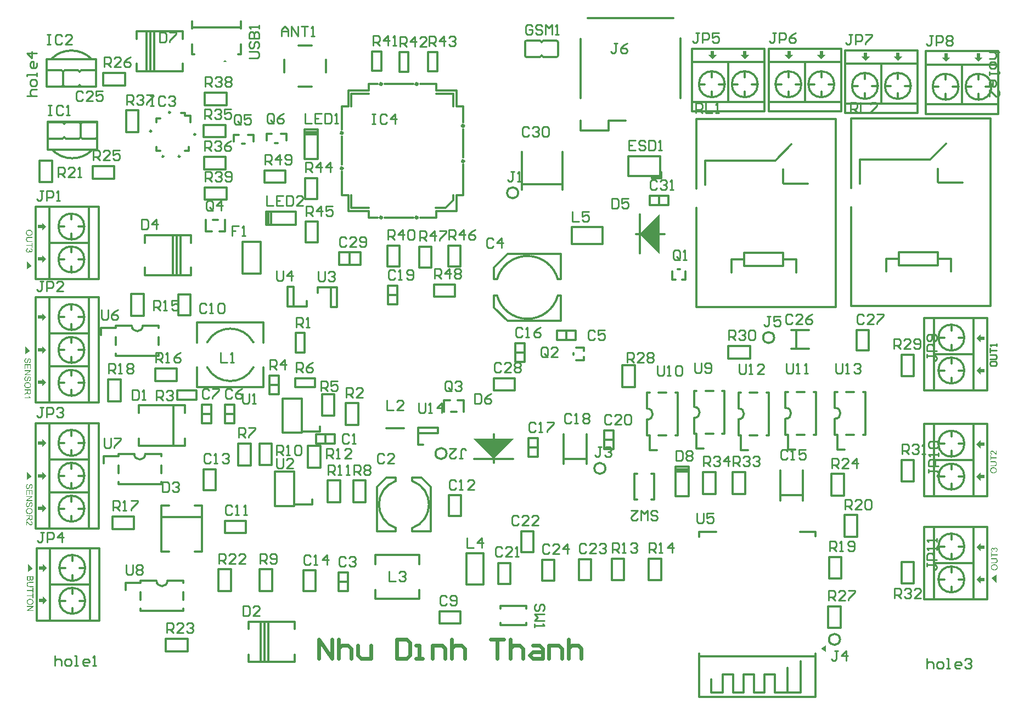
<source format=gto>
G04*
G04 #@! TF.GenerationSoftware,Altium Limited,Altium Designer,23.7.1 (13)*
G04*
G04 Layer_Color=65535*
%FSLAX44Y44*%
%MOMM*%
G71*
G04*
G04 #@! TF.SameCoordinates,D80BC081-2A64-476D-8097-51FF93FC0A54*
G04*
G04*
G04 #@! TF.FilePolarity,Positive*
G04*
G01*
G75*
%ADD10C,0.3000*%
%ADD11C,0.5000*%
%ADD12C,0.0000*%
%ADD13C,0.2540*%
%ADD14C,0.6000*%
G36*
X297840Y615950D02*
X291490Y609600D01*
Y613410D01*
X285140D01*
Y618490D01*
X291490D01*
Y622300D01*
X297840Y615950D01*
D02*
G37*
G36*
X988060Y591060D02*
X957060Y622060D01*
X1019060D01*
X988060Y591060D01*
D02*
G37*
G36*
X297840Y565150D02*
X291490Y558800D01*
Y562610D01*
X285140D01*
Y567690D01*
X291490D01*
Y571500D01*
X297840Y565150D01*
D02*
G37*
G36*
X275590Y563880D02*
X267970Y558800D01*
Y571500D01*
X275590Y563880D01*
D02*
G37*
G36*
X297840Y515150D02*
X291490Y508800D01*
Y512610D01*
X285140D01*
Y517690D01*
X291490D01*
Y521500D01*
X297840Y515150D01*
D02*
G37*
G36*
X299110Y422910D02*
X292760Y416560D01*
Y420370D01*
X286410D01*
Y425450D01*
X292760D01*
Y429260D01*
X299110Y422910D01*
D02*
G37*
G36*
X276860Y421640D02*
X269240Y416560D01*
Y429260D01*
X276860Y421640D01*
D02*
G37*
G36*
X299110Y372910D02*
X292760Y366560D01*
Y370370D01*
X286410D01*
Y375450D01*
X292760D01*
Y379260D01*
X299110Y372910D01*
D02*
G37*
G36*
X297840Y810260D02*
X291490Y803910D01*
Y807720D01*
X285140D01*
Y812800D01*
X291490D01*
Y816610D01*
X297840Y810260D01*
D02*
G37*
G36*
Y759460D02*
X291490Y753110D01*
Y756920D01*
X285140D01*
Y762000D01*
X291490D01*
Y765810D01*
X297840Y759460D01*
D02*
G37*
G36*
X273050Y758190D02*
X265430Y753110D01*
Y765810D01*
X273050Y758190D01*
D02*
G37*
G36*
X297840Y709460D02*
X291490Y703110D01*
Y706920D01*
X285140D01*
Y712000D01*
X291490D01*
Y715810D01*
X297840Y709460D01*
D02*
G37*
G36*
X273050Y889000D02*
X267970Y883920D01*
Y896620D01*
X275590Y889000D01*
X267970Y883920D01*
X273050Y889000D01*
D02*
G37*
G36*
X297840Y899960D02*
X291490Y893610D01*
Y897420D01*
X285140D01*
Y902500D01*
X291490D01*
Y906310D01*
X297840Y899960D01*
D02*
G37*
G36*
Y949960D02*
X291490Y943610D01*
Y947420D01*
X285140D01*
Y952500D01*
X291490D01*
Y956310D01*
X297840Y949960D01*
D02*
G37*
G36*
X573230Y1207186D02*
X575770Y1204138D01*
X570690D01*
X573230Y1207186D01*
D02*
G37*
G36*
X1492890Y298380D02*
X1500890Y293380D01*
Y303380D01*
X1492890Y298380D01*
D02*
G37*
G36*
X1732890Y405130D02*
X1739240Y411480D01*
Y407670D01*
X1745590D01*
Y402590D01*
X1739240D01*
Y398780D01*
X1732890Y405130D01*
D02*
G37*
G36*
X1758950Y407670D02*
X1764030Y412750D01*
Y400050D01*
X1756410Y407670D01*
X1764030Y412750D01*
X1758950Y407670D01*
D02*
G37*
G36*
X1732890Y455130D02*
X1739240Y461480D01*
Y457670D01*
X1745590D01*
Y452590D01*
X1739240D01*
Y448780D01*
X1732890Y455130D01*
D02*
G37*
G36*
Y563880D02*
X1739240Y570230D01*
Y566420D01*
X1745590D01*
Y561340D01*
X1739240D01*
Y557530D01*
X1732890Y563880D01*
D02*
G37*
G36*
X1244360Y907530D02*
X1213360Y938530D01*
X1244360Y969530D01*
Y907530D01*
D02*
G37*
G36*
X1739240Y780250D02*
X1745590D01*
Y775170D01*
X1739240D01*
Y771360D01*
X1732890Y777710D01*
X1739240Y784060D01*
Y780250D01*
D02*
G37*
G36*
Y730250D02*
X1745590D01*
Y725170D01*
X1739240D01*
Y721360D01*
X1732890Y727710D01*
X1739240Y734060D01*
Y730250D01*
D02*
G37*
G36*
Y616420D02*
X1745590D01*
Y611340D01*
X1739240D01*
Y607530D01*
X1732890Y613880D01*
X1739240Y620230D01*
Y616420D01*
D02*
G37*
G36*
X1325410Y1208380D02*
X1319060Y1214730D01*
X1322870D01*
Y1221080D01*
X1327950D01*
Y1214730D01*
X1331760D01*
X1325410Y1208380D01*
D02*
G37*
G36*
X1375410D02*
X1369060Y1214730D01*
X1372870D01*
Y1221080D01*
X1377950D01*
Y1214730D01*
X1381760D01*
X1375410Y1208380D01*
D02*
G37*
G36*
X1443520D02*
X1437170Y1214730D01*
X1440980D01*
Y1221080D01*
X1446060D01*
Y1214730D01*
X1449870D01*
X1443520Y1208380D01*
D02*
G37*
G36*
X1493520D02*
X1487170Y1214730D01*
X1490980D01*
Y1221080D01*
X1496060D01*
Y1214730D01*
X1499870D01*
X1493520Y1208380D01*
D02*
G37*
G36*
X1561630Y1205840D02*
X1555280Y1212190D01*
X1559090D01*
Y1218540D01*
X1564170D01*
Y1212190D01*
X1567980D01*
X1561630Y1205840D01*
D02*
G37*
G36*
X1611630D02*
X1605280Y1212190D01*
X1609090D01*
Y1218540D01*
X1614170D01*
Y1212190D01*
X1617980D01*
X1611630Y1205840D01*
D02*
G37*
G36*
X1686090Y1204570D02*
X1679740Y1210920D01*
X1683550D01*
Y1217270D01*
X1688630D01*
Y1210920D01*
X1692440D01*
X1686090Y1204570D01*
D02*
G37*
G36*
X1736090D02*
X1729740Y1210920D01*
X1733550D01*
Y1217270D01*
X1738630D01*
Y1210920D01*
X1742440D01*
X1736090Y1204570D01*
D02*
G37*
G36*
X277725Y406376D02*
X277711Y406277D01*
Y406164D01*
X277683Y405910D01*
X277655Y405629D01*
X277598Y405332D01*
X277528Y405036D01*
X277429Y404769D01*
Y404754D01*
X277415Y404740D01*
X277373Y404656D01*
X277302Y404529D01*
X277204Y404388D01*
X277077Y404219D01*
X276922Y404035D01*
X276724Y403866D01*
X276513Y403711D01*
X276485Y403697D01*
X276400Y403655D01*
X276287Y403584D01*
X276118Y403514D01*
X275921Y403443D01*
X275709Y403373D01*
X275470Y403331D01*
X275230Y403317D01*
X275202D01*
X275131D01*
X275004Y403331D01*
X274849Y403359D01*
X274666Y403401D01*
X274469Y403472D01*
X274271Y403556D01*
X274060Y403669D01*
X274032Y403683D01*
X273975Y403725D01*
X273862Y403810D01*
X273750Y403923D01*
X273609Y404064D01*
X273454Y404233D01*
X273313Y404444D01*
X273172Y404684D01*
Y404670D01*
X273158Y404642D01*
X273144Y404599D01*
X273115Y404543D01*
X273059Y404374D01*
X272960Y404176D01*
X272833Y403965D01*
X272678Y403725D01*
X272495Y403514D01*
X272270Y403317D01*
X272241Y403302D01*
X272157Y403246D01*
X272030Y403162D01*
X271861Y403077D01*
X271635Y402992D01*
X271396Y402908D01*
X271114Y402851D01*
X270804Y402837D01*
X270789D01*
X270775D01*
X270691D01*
X270550Y402851D01*
X270381Y402880D01*
X270183Y402908D01*
X269972Y402964D01*
X269746Y403035D01*
X269521Y403133D01*
X269492Y403147D01*
X269422Y403190D01*
X269323Y403246D01*
X269182Y403331D01*
X269041Y403443D01*
X268886Y403556D01*
X268731Y403697D01*
X268604Y403852D01*
X268590Y403866D01*
X268548Y403923D01*
X268492Y404021D01*
X268435Y404148D01*
X268351Y404303D01*
X268266Y404487D01*
X268196Y404684D01*
X268125Y404924D01*
Y404952D01*
X268097Y405036D01*
X268083Y405177D01*
X268055Y405361D01*
X268026Y405586D01*
X267998Y405854D01*
X267984Y406150D01*
X267970Y406488D01*
Y410210D01*
X277725D01*
Y406376D01*
D02*
G37*
G36*
Y399750D02*
X272086D01*
X272072D01*
X272030D01*
X271959D01*
X271875D01*
X271776Y399736D01*
X271649D01*
X271381Y399722D01*
X271071Y399694D01*
X270761Y399651D01*
X270465Y399595D01*
X270338Y399567D01*
X270211Y399524D01*
X270183Y399510D01*
X270113Y399482D01*
X270014Y399412D01*
X269873Y399327D01*
X269732Y399228D01*
X269577Y399087D01*
X269422Y398918D01*
X269295Y398721D01*
X269281Y398693D01*
X269239Y398622D01*
X269196Y398495D01*
X269140Y398326D01*
X269070Y398129D01*
X269027Y397875D01*
X268985Y397607D01*
X268971Y397311D01*
Y397170D01*
X268985Y397086D01*
Y396959D01*
X268999Y396832D01*
X269056Y396522D01*
X269126Y396184D01*
X269239Y395859D01*
X269394Y395549D01*
X269492Y395408D01*
X269605Y395281D01*
X269619Y395267D01*
X269633Y395253D01*
X269676Y395225D01*
X269732Y395183D01*
X269817Y395140D01*
X269901Y395084D01*
X270028Y395028D01*
X270155Y394971D01*
X270310Y394915D01*
X270493Y394873D01*
X270705Y394816D01*
X270930Y394774D01*
X271184Y394731D01*
X271452Y394703D01*
X271762Y394675D01*
X272086D01*
X277725D01*
Y393378D01*
X272086D01*
X272072D01*
X272016D01*
X271945D01*
X271847D01*
X271720Y393392D01*
X271579D01*
X271410Y393406D01*
X271241Y393420D01*
X270860Y393463D01*
X270465Y393519D01*
X270084Y393604D01*
X269901Y393660D01*
X269732Y393717D01*
X269718D01*
X269690Y393731D01*
X269648Y393759D01*
X269591Y393787D01*
X269436Y393872D01*
X269239Y393998D01*
X269013Y394168D01*
X268788Y394365D01*
X268548Y394619D01*
X268337Y394929D01*
Y394943D01*
X268308Y394971D01*
X268294Y395013D01*
X268252Y395084D01*
X268210Y395168D01*
X268167Y395281D01*
X268125Y395394D01*
X268069Y395535D01*
X268012Y395690D01*
X267970Y395859D01*
X267928Y396043D01*
X267885Y396254D01*
X267857Y396465D01*
X267829Y396691D01*
X267801Y397198D01*
Y397325D01*
X267815Y397424D01*
Y397537D01*
X267829Y397678D01*
X267843Y397833D01*
X267857Y397988D01*
X267914Y398340D01*
X267998Y398721D01*
X268111Y399087D01*
X268266Y399440D01*
Y399454D01*
X268294Y399482D01*
X268322Y399524D01*
X268351Y399581D01*
X268463Y399736D01*
X268619Y399919D01*
X268816Y400131D01*
X269041Y400328D01*
X269323Y400525D01*
X269633Y400680D01*
X269648D01*
X269676Y400695D01*
X269732Y400709D01*
X269803Y400737D01*
X269887Y400765D01*
X270000Y400793D01*
X270127Y400835D01*
X270282Y400864D01*
X270451Y400892D01*
X270634Y400934D01*
X270832Y400962D01*
X271043Y400991D01*
X271283Y401019D01*
X271537Y401033D01*
X271804Y401047D01*
X272086D01*
X277725D01*
Y399750D01*
D02*
G37*
G36*
Y384229D02*
X276569D01*
Y387443D01*
X267970D01*
Y388740D01*
X276569D01*
Y391954D01*
X277725D01*
Y384229D01*
D02*
G37*
G36*
Y375898D02*
X276569D01*
Y379112D01*
X267970D01*
Y380409D01*
X276569D01*
Y383623D01*
X277725D01*
Y375898D01*
D02*
G37*
G36*
X272946Y374939D02*
X273115D01*
X273313Y374911D01*
X273552Y374883D01*
X273820Y374841D01*
X274102Y374784D01*
X274398Y374728D01*
X274708Y374643D01*
X275019Y374530D01*
X275343Y374404D01*
X275653Y374263D01*
X275963Y374079D01*
X276245Y373882D01*
X276513Y373657D01*
X276527Y373642D01*
X276569Y373600D01*
X276640Y373516D01*
X276724Y373417D01*
X276837Y373290D01*
X276950Y373135D01*
X277077Y372952D01*
X277204Y372740D01*
X277330Y372515D01*
X277457Y372261D01*
X277570Y371979D01*
X277683Y371683D01*
X277767Y371359D01*
X277838Y371020D01*
X277880Y370668D01*
X277894Y370287D01*
Y370160D01*
X277880Y370062D01*
Y369935D01*
X277866Y369808D01*
X277838Y369639D01*
X277810Y369470D01*
X277739Y369103D01*
X277626Y368680D01*
X277457Y368271D01*
X277359Y368060D01*
X277246Y367849D01*
X277232Y367834D01*
X277218Y367806D01*
X277175Y367750D01*
X277133Y367665D01*
X277063Y367581D01*
X276978Y367468D01*
X276781Y367228D01*
X276527Y366974D01*
X276217Y366693D01*
X275850Y366425D01*
X275441Y366199D01*
X275427D01*
X275385Y366171D01*
X275329Y366143D01*
X275244Y366115D01*
X275131Y366058D01*
X275004Y366016D01*
X274849Y365960D01*
X274680Y365903D01*
X274497Y365861D01*
X274300Y365804D01*
X274074Y365748D01*
X273848Y365706D01*
X273355Y365649D01*
X272819Y365621D01*
X272805D01*
X272749D01*
X272678D01*
X272566Y365635D01*
X272439D01*
X272284Y365649D01*
X272115Y365678D01*
X271931Y365692D01*
X271522Y365762D01*
X271071Y365875D01*
X270620Y366030D01*
X270395Y366115D01*
X270169Y366227D01*
X270155D01*
X270113Y366256D01*
X270056Y366284D01*
X269972Y366340D01*
X269873Y366396D01*
X269774Y366467D01*
X269507Y366664D01*
X269225Y366904D01*
X268929Y367186D01*
X268647Y367524D01*
X268393Y367919D01*
Y367933D01*
X268365Y367961D01*
X268337Y368032D01*
X268294Y368116D01*
X268252Y368215D01*
X268210Y368328D01*
X268153Y368469D01*
X268097Y368624D01*
X268041Y368793D01*
X267984Y368976D01*
X267899Y369385D01*
X267829Y369822D01*
X267801Y370287D01*
Y370428D01*
X267815Y370513D01*
Y370640D01*
X267843Y370781D01*
X267857Y370936D01*
X267885Y371119D01*
X267970Y371500D01*
X268083Y371908D01*
X268252Y372331D01*
X268351Y372543D01*
X268463Y372754D01*
X268477Y372768D01*
X268492Y372797D01*
X268534Y372853D01*
X268590Y372938D01*
X268647Y373022D01*
X268731Y373121D01*
X268943Y373360D01*
X269196Y373628D01*
X269507Y373910D01*
X269859Y374164D01*
X270268Y374404D01*
X270282D01*
X270324Y374432D01*
X270381Y374460D01*
X270465Y374488D01*
X270578Y374530D01*
X270705Y374573D01*
X270846Y374629D01*
X271001Y374672D01*
X271184Y374728D01*
X271367Y374784D01*
X271790Y374869D01*
X272227Y374925D01*
X272707Y374953D01*
X272721D01*
X272735D01*
X272819D01*
X272946Y374939D01*
D02*
G37*
G36*
X277725Y362647D02*
X270056Y357529D01*
X277725D01*
Y356289D01*
X267970D01*
Y357628D01*
X275625Y362731D01*
X267970D01*
Y363972D01*
X277725D01*
Y362647D01*
D02*
G37*
G36*
X271676Y944866D02*
X271845D01*
X272043Y944838D01*
X272282Y944809D01*
X272550Y944767D01*
X272832Y944711D01*
X273128Y944654D01*
X273438Y944570D01*
X273748Y944457D01*
X274073Y944330D01*
X274383Y944189D01*
X274693Y944006D01*
X274975Y943809D01*
X275243Y943583D01*
X275257Y943569D01*
X275299Y943527D01*
X275370Y943442D01*
X275454Y943343D01*
X275567Y943217D01*
X275680Y943062D01*
X275807Y942878D01*
X275933Y942667D01*
X276060Y942441D01*
X276187Y942188D01*
X276300Y941906D01*
X276413Y941609D01*
X276497Y941285D01*
X276568Y940947D01*
X276610Y940594D01*
X276624Y940214D01*
Y940087D01*
X276610Y939988D01*
Y939862D01*
X276596Y939735D01*
X276568Y939565D01*
X276540Y939396D01*
X276469Y939030D01*
X276356Y938607D01*
X276187Y938198D01*
X276089Y937987D01*
X275976Y937775D01*
X275962Y937761D01*
X275948Y937733D01*
X275905Y937676D01*
X275863Y937592D01*
X275793Y937507D01*
X275708Y937394D01*
X275511Y937155D01*
X275257Y936901D01*
X274947Y936619D01*
X274580Y936351D01*
X274171Y936126D01*
X274157D01*
X274115Y936098D01*
X274059Y936069D01*
X273974Y936041D01*
X273861Y935985D01*
X273734Y935943D01*
X273579Y935886D01*
X273410Y935830D01*
X273227Y935787D01*
X273030Y935731D01*
X272804Y935675D01*
X272578Y935632D01*
X272085Y935576D01*
X271549Y935548D01*
X271535D01*
X271479D01*
X271408D01*
X271296Y935562D01*
X271169D01*
X271014Y935576D01*
X270844Y935604D01*
X270661Y935618D01*
X270252Y935689D01*
X269801Y935801D01*
X269350Y935957D01*
X269125Y936041D01*
X268899Y936154D01*
X268885D01*
X268843Y936182D01*
X268786Y936210D01*
X268702Y936267D01*
X268603Y936323D01*
X268504Y936394D01*
X268237Y936591D01*
X267955Y936831D01*
X267659Y937113D01*
X267377Y937451D01*
X267123Y937846D01*
Y937860D01*
X267095Y937888D01*
X267066Y937958D01*
X267024Y938043D01*
X266982Y938142D01*
X266940Y938254D01*
X266883Y938395D01*
X266827Y938550D01*
X266770Y938720D01*
X266714Y938903D01*
X266630Y939312D01*
X266559Y939749D01*
X266531Y940214D01*
Y940355D01*
X266545Y940439D01*
Y940566D01*
X266573Y940707D01*
X266587Y940862D01*
X266615Y941046D01*
X266700Y941426D01*
X266813Y941835D01*
X266982Y942258D01*
X267081Y942469D01*
X267193Y942681D01*
X267208Y942695D01*
X267222Y942723D01*
X267264Y942779D01*
X267320Y942864D01*
X267377Y942949D01*
X267461Y943047D01*
X267673Y943287D01*
X267926Y943555D01*
X268237Y943837D01*
X268589Y944091D01*
X268998Y944330D01*
X269012D01*
X269054Y944358D01*
X269111Y944387D01*
X269195Y944415D01*
X269308Y944457D01*
X269435Y944499D01*
X269576Y944556D01*
X269731Y944598D01*
X269914Y944654D01*
X270097Y944711D01*
X270520Y944795D01*
X270957Y944852D01*
X271437Y944880D01*
X271451D01*
X271465D01*
X271549D01*
X271676Y944866D01*
D02*
G37*
G36*
X276455Y932573D02*
X270816D01*
X270802D01*
X270760D01*
X270690D01*
X270605D01*
X270506Y932559D01*
X270379D01*
X270112Y932545D01*
X269801Y932517D01*
X269491Y932475D01*
X269195Y932418D01*
X269068Y932390D01*
X268941Y932348D01*
X268913Y932334D01*
X268843Y932306D01*
X268744Y932235D01*
X268603Y932150D01*
X268462Y932052D01*
X268307Y931911D01*
X268152Y931742D01*
X268025Y931544D01*
X268011Y931516D01*
X267969Y931446D01*
X267926Y931319D01*
X267870Y931150D01*
X267800Y930952D01*
X267757Y930698D01*
X267715Y930431D01*
X267701Y930135D01*
Y929994D01*
X267715Y929909D01*
Y929782D01*
X267729Y929655D01*
X267785Y929345D01*
X267856Y929007D01*
X267969Y928682D01*
X268124Y928372D01*
X268223Y928231D01*
X268335Y928105D01*
X268349Y928091D01*
X268363Y928076D01*
X268406Y928048D01*
X268462Y928006D01*
X268547Y927964D01*
X268631Y927907D01*
X268758Y927851D01*
X268885Y927794D01*
X269040Y927738D01*
X269223Y927696D01*
X269435Y927639D01*
X269660Y927597D01*
X269914Y927555D01*
X270182Y927527D01*
X270492Y927498D01*
X270816D01*
X276455D01*
Y926201D01*
X270816D01*
X270802D01*
X270746D01*
X270675D01*
X270577D01*
X270450Y926216D01*
X270309D01*
X270140Y926230D01*
X269970Y926244D01*
X269590Y926286D01*
X269195Y926342D01*
X268815Y926427D01*
X268631Y926483D01*
X268462Y926540D01*
X268448D01*
X268420Y926554D01*
X268377Y926582D01*
X268321Y926610D01*
X268166Y926695D01*
X267969Y926822D01*
X267743Y926991D01*
X267518Y927188D01*
X267278Y927442D01*
X267066Y927752D01*
Y927766D01*
X267038Y927794D01*
X267024Y927837D01*
X266982Y927907D01*
X266940Y927992D01*
X266897Y928105D01*
X266855Y928217D01*
X266799Y928358D01*
X266742Y928513D01*
X266700Y928682D01*
X266658Y928866D01*
X266615Y929077D01*
X266587Y929289D01*
X266559Y929514D01*
X266531Y930022D01*
Y930149D01*
X266545Y930247D01*
Y930360D01*
X266559Y930501D01*
X266573Y930656D01*
X266587Y930811D01*
X266644Y931164D01*
X266728Y931544D01*
X266841Y931911D01*
X266996Y932263D01*
Y932277D01*
X267024Y932306D01*
X267052Y932348D01*
X267081Y932404D01*
X267193Y932559D01*
X267348Y932742D01*
X267546Y932954D01*
X267771Y933151D01*
X268053Y933349D01*
X268363Y933504D01*
X268377D01*
X268406Y933518D01*
X268462Y933532D01*
X268533Y933560D01*
X268617Y933588D01*
X268730Y933616D01*
X268857Y933659D01*
X269012Y933687D01*
X269181Y933715D01*
X269364Y933757D01*
X269562Y933786D01*
X269773Y933814D01*
X270013Y933842D01*
X270266Y933856D01*
X270534Y933870D01*
X270816D01*
X276455D01*
Y932573D01*
D02*
G37*
G36*
Y917053D02*
X275299D01*
Y920267D01*
X266700D01*
Y921564D01*
X275299D01*
Y924778D01*
X276455D01*
Y917053D01*
D02*
G37*
G36*
X269435Y914994D02*
X269421D01*
X269393Y914980D01*
X269336Y914966D01*
X269266Y914952D01*
X269181Y914938D01*
X269082Y914910D01*
X268871Y914839D01*
X268617Y914741D01*
X268377Y914614D01*
X268152Y914473D01*
X267955Y914304D01*
X267941Y914275D01*
X267884Y914219D01*
X267814Y914106D01*
X267743Y913965D01*
X267659Y913796D01*
X267588Y913585D01*
X267532Y913345D01*
X267518Y913091D01*
Y913007D01*
X267532Y912950D01*
X267546Y912795D01*
X267588Y912598D01*
X267659Y912372D01*
X267757Y912133D01*
X267898Y911893D01*
X268096Y911667D01*
X268124Y911639D01*
X268208Y911569D01*
X268335Y911484D01*
X268504Y911371D01*
X268716Y911259D01*
X268955Y911174D01*
X269237Y911104D01*
X269548Y911075D01*
X269562D01*
X269590D01*
X269632D01*
X269689Y911089D01*
X269844Y911104D01*
X270027Y911146D01*
X270252Y911202D01*
X270478Y911301D01*
X270704Y911442D01*
X270915Y911625D01*
X270943Y911653D01*
X271000Y911724D01*
X271084Y911837D01*
X271183Y911992D01*
X271282Y912189D01*
X271366Y912429D01*
X271423Y912697D01*
X271451Y912993D01*
Y913120D01*
X271437Y913218D01*
X271423Y913345D01*
X271394Y913486D01*
X271366Y913655D01*
X271324Y913838D01*
X272381Y913697D01*
Y913627D01*
X272367Y913571D01*
Y913387D01*
X272395Y913232D01*
X272423Y913049D01*
X272466Y912838D01*
X272536Y912598D01*
X272635Y912372D01*
X272762Y912133D01*
Y912119D01*
X272776Y912104D01*
X272832Y912034D01*
X272931Y911935D01*
X273058Y911823D01*
X273241Y911710D01*
X273452Y911611D01*
X273692Y911541D01*
X273833Y911512D01*
X273988D01*
X274002D01*
X274016D01*
X274101D01*
X274214Y911541D01*
X274369Y911569D01*
X274538Y911625D01*
X274721Y911696D01*
X274904Y911808D01*
X275074Y911964D01*
X275088Y911978D01*
X275144Y912048D01*
X275215Y912147D01*
X275299Y912274D01*
X275370Y912443D01*
X275440Y912640D01*
X275497Y912866D01*
X275511Y913120D01*
Y913232D01*
X275482Y913359D01*
X275454Y913528D01*
X275398Y913711D01*
X275327Y913895D01*
X275215Y914092D01*
X275074Y914275D01*
X275060Y914289D01*
X274989Y914346D01*
X274890Y914430D01*
X274749Y914529D01*
X274566Y914628D01*
X274341Y914726D01*
X274073Y914811D01*
X273763Y914867D01*
X273974Y916066D01*
X273988D01*
X274030Y916052D01*
X274087Y916038D01*
X274171Y916023D01*
X274270Y915995D01*
X274383Y915953D01*
X274651Y915868D01*
X274961Y915727D01*
X275271Y915558D01*
X275567Y915347D01*
X275835Y915079D01*
X275849Y915065D01*
X275863Y915037D01*
X275891Y914994D01*
X275933Y914938D01*
X275990Y914867D01*
X276046Y914769D01*
X276103Y914670D01*
X276173Y914543D01*
X276286Y914261D01*
X276399Y913937D01*
X276469Y913557D01*
X276497Y913359D01*
Y913007D01*
X276483Y912852D01*
X276455Y912668D01*
X276413Y912443D01*
X276342Y912189D01*
X276258Y911935D01*
X276145Y911682D01*
Y911667D01*
X276131Y911653D01*
X276089Y911569D01*
X276004Y911442D01*
X275905Y911301D01*
X275764Y911132D01*
X275609Y910963D01*
X275426Y910794D01*
X275215Y910652D01*
X275186Y910638D01*
X275116Y910596D01*
X274989Y910540D01*
X274834Y910469D01*
X274651Y910399D01*
X274439Y910342D01*
X274200Y910300D01*
X273960Y910286D01*
X273932D01*
X273847D01*
X273734Y910300D01*
X273579Y910328D01*
X273396Y910370D01*
X273199Y910441D01*
X273001Y910526D01*
X272804Y910638D01*
X272776Y910652D01*
X272719Y910695D01*
X272621Y910779D01*
X272508Y910892D01*
X272381Y911033D01*
X272240Y911202D01*
X272113Y911400D01*
X271986Y911639D01*
Y911625D01*
X271972Y911597D01*
X271958Y911555D01*
X271944Y911498D01*
X271888Y911343D01*
X271803Y911146D01*
X271690Y910920D01*
X271549Y910695D01*
X271366Y910483D01*
X271155Y910286D01*
X271126Y910272D01*
X271042Y910216D01*
X270901Y910131D01*
X270718Y910046D01*
X270492Y909962D01*
X270224Y909877D01*
X269914Y909821D01*
X269576Y909807D01*
X269562D01*
X269519D01*
X269449D01*
X269364Y909821D01*
X269252Y909835D01*
X269125Y909863D01*
X268984Y909891D01*
X268829Y909919D01*
X268490Y910032D01*
X268307Y910117D01*
X268138Y910201D01*
X267955Y910314D01*
X267771Y910441D01*
X267588Y910582D01*
X267419Y910751D01*
X267405Y910765D01*
X267377Y910794D01*
X267334Y910850D01*
X267278Y910920D01*
X267208Y911005D01*
X267137Y911118D01*
X267052Y911245D01*
X266982Y911400D01*
X266897Y911555D01*
X266813Y911738D01*
X266742Y911921D01*
X266672Y912133D01*
X266615Y912358D01*
X266573Y912598D01*
X266545Y912838D01*
X266531Y913105D01*
Y913232D01*
X266545Y913317D01*
X266559Y913430D01*
X266573Y913557D01*
X266601Y913697D01*
X266630Y913852D01*
X266714Y914191D01*
X266855Y914543D01*
X266940Y914726D01*
X267038Y914896D01*
X267165Y915065D01*
X267292Y915234D01*
X267306Y915248D01*
X267334Y915276D01*
X267377Y915319D01*
X267433Y915361D01*
X267504Y915431D01*
X267602Y915502D01*
X267701Y915586D01*
X267828Y915671D01*
X267969Y915756D01*
X268110Y915840D01*
X268448Y915995D01*
X268843Y916122D01*
X269054Y916164D01*
X269280Y916193D01*
X269435Y914994D01*
D02*
G37*
G36*
X267402Y745548D02*
X267388D01*
X267374D01*
X267332Y745534D01*
X267275D01*
X267149Y745505D01*
X266965Y745463D01*
X266782Y745407D01*
X266571Y745350D01*
X266373Y745252D01*
X266190Y745153D01*
X266176Y745139D01*
X266119Y745097D01*
X266021Y745026D01*
X265922Y744913D01*
X265795Y744772D01*
X265668Y744617D01*
X265541Y744406D01*
X265429Y744180D01*
Y744166D01*
X265415Y744152D01*
X265401Y744110D01*
X265386Y744068D01*
X265344Y743926D01*
X265288Y743743D01*
X265231Y743518D01*
X265189Y743264D01*
X265161Y742982D01*
X265147Y742672D01*
Y742545D01*
X265161Y742404D01*
X265175Y742235D01*
X265203Y742038D01*
X265231Y741812D01*
X265288Y741586D01*
X265358Y741375D01*
X265372Y741347D01*
X265401Y741276D01*
X265457Y741178D01*
X265513Y741051D01*
X265612Y740924D01*
X265711Y740783D01*
X265823Y740642D01*
X265964Y740529D01*
X265979Y740515D01*
X266035Y740487D01*
X266105Y740444D01*
X266218Y740388D01*
X266331Y740332D01*
X266472Y740290D01*
X266627Y740261D01*
X266796Y740247D01*
X266810D01*
X266881D01*
X266965Y740261D01*
X267078Y740275D01*
X267191Y740318D01*
X267332Y740360D01*
X267473Y740430D01*
X267600Y740529D01*
X267614Y740543D01*
X267656Y740585D01*
X267712Y740642D01*
X267797Y740741D01*
X267882Y740853D01*
X267980Y741008D01*
X268079Y741192D01*
X268164Y741403D01*
X268178Y741417D01*
X268192Y741488D01*
X268234Y741600D01*
X268248Y741671D01*
X268276Y741770D01*
X268319Y741868D01*
X268347Y741995D01*
X268389Y742136D01*
X268431Y742305D01*
X268474Y742475D01*
X268530Y742672D01*
X268587Y742897D01*
X268643Y743137D01*
Y743151D01*
X268657Y743194D01*
X268671Y743264D01*
X268699Y743348D01*
X268727Y743461D01*
X268756Y743588D01*
X268840Y743870D01*
X268939Y744180D01*
X269038Y744504D01*
X269136Y744786D01*
X269193Y744913D01*
X269249Y745026D01*
Y745040D01*
X269263Y745054D01*
X269319Y745139D01*
X269390Y745266D01*
X269503Y745407D01*
X269630Y745576D01*
X269785Y745745D01*
X269968Y745914D01*
X270165Y746055D01*
X270194Y746069D01*
X270264Y746112D01*
X270377Y746168D01*
X270518Y746224D01*
X270701Y746281D01*
X270912Y746337D01*
X271138Y746379D01*
X271378Y746394D01*
X271392D01*
X271406D01*
X271448D01*
X271504D01*
X271646Y746365D01*
X271829Y746337D01*
X272040Y746295D01*
X272280Y746224D01*
X272519Y746126D01*
X272759Y745985D01*
X272773D01*
X272787Y745971D01*
X272872Y745900D01*
X272985Y745801D01*
X273126Y745675D01*
X273281Y745505D01*
X273450Y745294D01*
X273605Y745040D01*
X273746Y744758D01*
Y744744D01*
X273760Y744716D01*
X273774Y744674D01*
X273802Y744617D01*
X273831Y744547D01*
X273859Y744448D01*
X273915Y744237D01*
X273972Y743969D01*
X274028Y743659D01*
X274070Y743334D01*
X274084Y742968D01*
Y742785D01*
X274070Y742686D01*
Y742587D01*
X274042Y742319D01*
X274000Y742023D01*
X273929Y741713D01*
X273845Y741375D01*
X273732Y741065D01*
Y741051D01*
X273718Y741022D01*
X273690Y740980D01*
X273661Y740924D01*
X273591Y740783D01*
X273464Y740600D01*
X273323Y740388D01*
X273140Y740177D01*
X272928Y739979D01*
X272689Y739796D01*
X272675D01*
X272661Y739782D01*
X272618Y739754D01*
X272576Y739726D01*
X272435Y739655D01*
X272252Y739570D01*
X272026Y739472D01*
X271758Y739401D01*
X271476Y739331D01*
X271166Y739303D01*
X271068Y740543D01*
X271082D01*
X271110D01*
X271152Y740557D01*
X271223Y740571D01*
X271378Y740614D01*
X271589Y740670D01*
X271815Y740755D01*
X272040Y740882D01*
X272252Y741037D01*
X272449Y741234D01*
X272463Y741262D01*
X272519Y741333D01*
X272604Y741474D01*
X272689Y741657D01*
X272773Y741897D01*
X272858Y742178D01*
X272914Y742531D01*
X272928Y742926D01*
Y743123D01*
X272914Y743208D01*
X272900Y743320D01*
X272872Y743574D01*
X272816Y743856D01*
X272745Y744138D01*
X272632Y744406D01*
X272562Y744519D01*
X272491Y744631D01*
X272477Y744660D01*
X272421Y744716D01*
X272322Y744800D01*
X272209Y744885D01*
X272054Y744984D01*
X271885Y745068D01*
X271688Y745125D01*
X271462Y745153D01*
X271434D01*
X271378D01*
X271279Y745139D01*
X271166Y745111D01*
X271025Y745068D01*
X270884Y744998D01*
X270743Y744913D01*
X270602Y744786D01*
X270588Y744772D01*
X270546Y744702D01*
X270504Y744645D01*
X270476Y744589D01*
X270433Y744504D01*
X270377Y744406D01*
X270334Y744279D01*
X270278Y744138D01*
X270222Y743983D01*
X270151Y743800D01*
X270095Y743602D01*
X270024Y743377D01*
X269968Y743123D01*
X269897Y742841D01*
Y742827D01*
X269883Y742770D01*
X269869Y742686D01*
X269841Y742587D01*
X269813Y742460D01*
X269771Y742305D01*
X269728Y742150D01*
X269686Y741981D01*
X269587Y741615D01*
X269489Y741262D01*
X269432Y741093D01*
X269376Y740938D01*
X269334Y740797D01*
X269277Y740684D01*
Y740670D01*
X269263Y740642D01*
X269235Y740600D01*
X269207Y740543D01*
X269122Y740388D01*
X269009Y740205D01*
X268854Y739993D01*
X268685Y739782D01*
X268488Y739585D01*
X268276Y739416D01*
X268248Y739401D01*
X268178Y739345D01*
X268051Y739289D01*
X267882Y739204D01*
X267684Y739134D01*
X267445Y739063D01*
X267177Y739021D01*
X266895Y739007D01*
X266881D01*
X266867D01*
X266824D01*
X266768D01*
X266613Y739035D01*
X266416Y739063D01*
X266190Y739119D01*
X265950Y739190D01*
X265697Y739303D01*
X265429Y739458D01*
X265415D01*
X265401Y739472D01*
X265316Y739542D01*
X265189Y739641D01*
X265048Y739782D01*
X264879Y739965D01*
X264696Y740191D01*
X264527Y740444D01*
X264371Y740741D01*
Y740755D01*
X264357Y740783D01*
X264343Y740825D01*
X264315Y740882D01*
X264287Y740966D01*
X264245Y741065D01*
X264188Y741290D01*
X264118Y741558D01*
X264047Y741882D01*
X264005Y742235D01*
X263991Y742616D01*
Y742841D01*
X264005Y742954D01*
Y743081D01*
X264019Y743222D01*
X264033Y743391D01*
X264090Y743743D01*
X264146Y744110D01*
X264245Y744476D01*
X264371Y744829D01*
Y744843D01*
X264386Y744871D01*
X264414Y744913D01*
X264442Y744970D01*
X264527Y745139D01*
X264653Y745336D01*
X264823Y745562D01*
X265020Y745801D01*
X265260Y746027D01*
X265527Y746238D01*
X265541D01*
X265570Y746267D01*
X265612Y746281D01*
X265668Y746323D01*
X265739Y746351D01*
X265823Y746394D01*
X266035Y746492D01*
X266303Y746591D01*
X266599Y746675D01*
X266937Y746732D01*
X267290Y746760D01*
X267402Y745548D01*
D02*
G37*
G36*
X273915Y730154D02*
X272759D01*
Y735919D01*
X269785D01*
Y730520D01*
X268629D01*
Y735919D01*
X265316D01*
Y729928D01*
X264160D01*
Y737216D01*
X273915D01*
Y730154D01*
D02*
G37*
G36*
Y726827D02*
X266246Y721710D01*
X273915D01*
Y720469D01*
X264160D01*
Y721808D01*
X271815Y726911D01*
X264160D01*
Y728152D01*
X273915D01*
Y726827D01*
D02*
G37*
G36*
X267402Y717523D02*
X267388D01*
X267374D01*
X267332Y717509D01*
X267275D01*
X267149Y717480D01*
X266965Y717438D01*
X266782Y717382D01*
X266571Y717326D01*
X266373Y717227D01*
X266190Y717128D01*
X266176Y717114D01*
X266119Y717072D01*
X266021Y717001D01*
X265922Y716889D01*
X265795Y716748D01*
X265668Y716592D01*
X265541Y716381D01*
X265429Y716155D01*
Y716141D01*
X265415Y716127D01*
X265401Y716085D01*
X265386Y716043D01*
X265344Y715902D01*
X265288Y715718D01*
X265231Y715493D01*
X265189Y715239D01*
X265161Y714957D01*
X265147Y714647D01*
Y714520D01*
X265161Y714379D01*
X265175Y714210D01*
X265203Y714013D01*
X265231Y713787D01*
X265288Y713562D01*
X265358Y713350D01*
X265372Y713322D01*
X265401Y713251D01*
X265457Y713153D01*
X265513Y713026D01*
X265612Y712899D01*
X265711Y712758D01*
X265823Y712617D01*
X265964Y712504D01*
X265979Y712490D01*
X266035Y712462D01*
X266105Y712420D01*
X266218Y712363D01*
X266331Y712307D01*
X266472Y712265D01*
X266627Y712236D01*
X266796Y712222D01*
X266810D01*
X266881D01*
X266965Y712236D01*
X267078Y712251D01*
X267191Y712293D01*
X267332Y712335D01*
X267473Y712406D01*
X267600Y712504D01*
X267614Y712518D01*
X267656Y712561D01*
X267712Y712617D01*
X267797Y712716D01*
X267882Y712829D01*
X267980Y712984D01*
X268079Y713167D01*
X268164Y713378D01*
X268178Y713392D01*
X268192Y713463D01*
X268234Y713576D01*
X268248Y713646D01*
X268276Y713745D01*
X268319Y713844D01*
X268347Y713970D01*
X268389Y714111D01*
X268431Y714280D01*
X268474Y714450D01*
X268530Y714647D01*
X268587Y714873D01*
X268643Y715112D01*
Y715126D01*
X268657Y715169D01*
X268671Y715239D01*
X268699Y715324D01*
X268727Y715436D01*
X268756Y715563D01*
X268840Y715845D01*
X268939Y716155D01*
X269038Y716480D01*
X269136Y716762D01*
X269193Y716889D01*
X269249Y717001D01*
Y717015D01*
X269263Y717029D01*
X269319Y717114D01*
X269390Y717241D01*
X269503Y717382D01*
X269630Y717551D01*
X269785Y717720D01*
X269968Y717889D01*
X270165Y718030D01*
X270194Y718044D01*
X270264Y718087D01*
X270377Y718143D01*
X270518Y718199D01*
X270701Y718256D01*
X270912Y718312D01*
X271138Y718354D01*
X271378Y718369D01*
X271392D01*
X271406D01*
X271448D01*
X271504D01*
X271646Y718340D01*
X271829Y718312D01*
X272040Y718270D01*
X272280Y718199D01*
X272519Y718101D01*
X272759Y717960D01*
X272773D01*
X272787Y717946D01*
X272872Y717875D01*
X272985Y717777D01*
X273126Y717650D01*
X273281Y717480D01*
X273450Y717269D01*
X273605Y717015D01*
X273746Y716733D01*
Y716719D01*
X273760Y716691D01*
X273774Y716649D01*
X273802Y716592D01*
X273831Y716522D01*
X273859Y716423D01*
X273915Y716212D01*
X273972Y715944D01*
X274028Y715634D01*
X274070Y715310D01*
X274084Y714943D01*
Y714760D01*
X274070Y714661D01*
Y714563D01*
X274042Y714295D01*
X274000Y713999D01*
X273929Y713688D01*
X273845Y713350D01*
X273732Y713040D01*
Y713026D01*
X273718Y712998D01*
X273690Y712955D01*
X273661Y712899D01*
X273591Y712758D01*
X273464Y712575D01*
X273323Y712363D01*
X273140Y712152D01*
X272928Y711954D01*
X272689Y711771D01*
X272675D01*
X272661Y711757D01*
X272618Y711729D01*
X272576Y711701D01*
X272435Y711630D01*
X272252Y711546D01*
X272026Y711447D01*
X271758Y711376D01*
X271476Y711306D01*
X271166Y711278D01*
X271068Y712518D01*
X271082D01*
X271110D01*
X271152Y712533D01*
X271223Y712547D01*
X271378Y712589D01*
X271589Y712645D01*
X271815Y712730D01*
X272040Y712857D01*
X272252Y713012D01*
X272449Y713209D01*
X272463Y713237D01*
X272519Y713308D01*
X272604Y713449D01*
X272689Y713632D01*
X272773Y713872D01*
X272858Y714154D01*
X272914Y714506D01*
X272928Y714901D01*
Y715098D01*
X272914Y715183D01*
X272900Y715295D01*
X272872Y715549D01*
X272816Y715831D01*
X272745Y716113D01*
X272632Y716381D01*
X272562Y716494D01*
X272491Y716607D01*
X272477Y716635D01*
X272421Y716691D01*
X272322Y716776D01*
X272209Y716860D01*
X272054Y716959D01*
X271885Y717044D01*
X271688Y717100D01*
X271462Y717128D01*
X271434D01*
X271378D01*
X271279Y717114D01*
X271166Y717086D01*
X271025Y717044D01*
X270884Y716973D01*
X270743Y716889D01*
X270602Y716762D01*
X270588Y716748D01*
X270546Y716677D01*
X270504Y716621D01*
X270476Y716564D01*
X270433Y716480D01*
X270377Y716381D01*
X270334Y716254D01*
X270278Y716113D01*
X270222Y715958D01*
X270151Y715775D01*
X270095Y715577D01*
X270024Y715352D01*
X269968Y715098D01*
X269897Y714816D01*
Y714802D01*
X269883Y714746D01*
X269869Y714661D01*
X269841Y714563D01*
X269813Y714436D01*
X269771Y714280D01*
X269728Y714125D01*
X269686Y713956D01*
X269587Y713590D01*
X269489Y713237D01*
X269432Y713068D01*
X269376Y712913D01*
X269334Y712772D01*
X269277Y712659D01*
Y712645D01*
X269263Y712617D01*
X269235Y712575D01*
X269207Y712518D01*
X269122Y712363D01*
X269009Y712180D01*
X268854Y711969D01*
X268685Y711757D01*
X268488Y711560D01*
X268276Y711391D01*
X268248Y711376D01*
X268178Y711320D01*
X268051Y711264D01*
X267882Y711179D01*
X267684Y711109D01*
X267445Y711038D01*
X267177Y710996D01*
X266895Y710982D01*
X266881D01*
X266867D01*
X266824D01*
X266768D01*
X266613Y711010D01*
X266416Y711038D01*
X266190Y711095D01*
X265950Y711165D01*
X265697Y711278D01*
X265429Y711433D01*
X265415D01*
X265401Y711447D01*
X265316Y711517D01*
X265189Y711616D01*
X265048Y711757D01*
X264879Y711940D01*
X264696Y712166D01*
X264527Y712420D01*
X264371Y712716D01*
Y712730D01*
X264357Y712758D01*
X264343Y712800D01*
X264315Y712857D01*
X264287Y712941D01*
X264245Y713040D01*
X264188Y713266D01*
X264118Y713533D01*
X264047Y713858D01*
X264005Y714210D01*
X263991Y714591D01*
Y714816D01*
X264005Y714929D01*
Y715056D01*
X264019Y715197D01*
X264033Y715366D01*
X264090Y715718D01*
X264146Y716085D01*
X264245Y716451D01*
X264371Y716804D01*
Y716818D01*
X264386Y716846D01*
X264414Y716889D01*
X264442Y716945D01*
X264527Y717114D01*
X264653Y717311D01*
X264823Y717537D01*
X265020Y717777D01*
X265260Y718002D01*
X265527Y718214D01*
X265541D01*
X265570Y718242D01*
X265612Y718256D01*
X265668Y718298D01*
X265739Y718326D01*
X265823Y718369D01*
X266035Y718467D01*
X266303Y718566D01*
X266599Y718651D01*
X266937Y718707D01*
X267290Y718735D01*
X267402Y717523D01*
D02*
G37*
G36*
X269136Y709586D02*
X269305D01*
X269503Y709558D01*
X269742Y709530D01*
X270010Y709488D01*
X270292Y709431D01*
X270588Y709375D01*
X270898Y709290D01*
X271208Y709177D01*
X271533Y709051D01*
X271843Y708910D01*
X272153Y708726D01*
X272435Y708529D01*
X272703Y708303D01*
X272717Y708289D01*
X272759Y708247D01*
X272830Y708162D01*
X272914Y708064D01*
X273027Y707937D01*
X273140Y707782D01*
X273267Y707598D01*
X273393Y707387D01*
X273520Y707161D01*
X273647Y706908D01*
X273760Y706626D01*
X273873Y706330D01*
X273957Y706006D01*
X274028Y705667D01*
X274070Y705315D01*
X274084Y704934D01*
Y704807D01*
X274070Y704709D01*
Y704582D01*
X274056Y704455D01*
X274028Y704286D01*
X274000Y704117D01*
X273929Y703750D01*
X273816Y703327D01*
X273647Y702918D01*
X273549Y702707D01*
X273436Y702495D01*
X273422Y702481D01*
X273408Y702453D01*
X273365Y702397D01*
X273323Y702312D01*
X273253Y702228D01*
X273168Y702115D01*
X272971Y701875D01*
X272717Y701621D01*
X272407Y701339D01*
X272040Y701072D01*
X271631Y700846D01*
X271617D01*
X271575Y700818D01*
X271519Y700790D01*
X271434Y700761D01*
X271321Y700705D01*
X271194Y700663D01*
X271039Y700606D01*
X270870Y700550D01*
X270687Y700508D01*
X270490Y700451D01*
X270264Y700395D01*
X270038Y700353D01*
X269545Y700296D01*
X269009Y700268D01*
X268995D01*
X268939D01*
X268868D01*
X268756Y700282D01*
X268629D01*
X268474Y700296D01*
X268305Y700324D01*
X268121Y700339D01*
X267712Y700409D01*
X267261Y700522D01*
X266810Y700677D01*
X266585Y700761D01*
X266359Y700874D01*
X266345D01*
X266303Y700902D01*
X266246Y700931D01*
X266162Y700987D01*
X266063Y701043D01*
X265964Y701114D01*
X265697Y701311D01*
X265415Y701551D01*
X265119Y701833D01*
X264837Y702171D01*
X264583Y702566D01*
Y702580D01*
X264555Y702608D01*
X264527Y702679D01*
X264484Y702763D01*
X264442Y702862D01*
X264400Y702975D01*
X264343Y703116D01*
X264287Y703271D01*
X264230Y703440D01*
X264174Y703623D01*
X264090Y704032D01*
X264019Y704469D01*
X263991Y704934D01*
Y705075D01*
X264005Y705160D01*
Y705287D01*
X264033Y705428D01*
X264047Y705583D01*
X264075Y705766D01*
X264160Y706146D01*
X264273Y706555D01*
X264442Y706978D01*
X264541Y707190D01*
X264653Y707401D01*
X264667Y707415D01*
X264682Y707443D01*
X264724Y707500D01*
X264780Y707584D01*
X264837Y707669D01*
X264921Y707768D01*
X265133Y708007D01*
X265386Y708275D01*
X265697Y708557D01*
X266049Y708811D01*
X266458Y709051D01*
X266472D01*
X266514Y709079D01*
X266571Y709107D01*
X266655Y709135D01*
X266768Y709177D01*
X266895Y709220D01*
X267036Y709276D01*
X267191Y709318D01*
X267374Y709375D01*
X267557Y709431D01*
X267980Y709516D01*
X268417Y709572D01*
X268897Y709600D01*
X268911D01*
X268925D01*
X269009D01*
X269136Y709586D01*
D02*
G37*
G36*
X273915Y694065D02*
X273901Y693953D01*
Y693826D01*
X273887Y693530D01*
X273845Y693220D01*
X273802Y692881D01*
X273732Y692571D01*
X273690Y692416D01*
X273647Y692289D01*
Y692275D01*
X273633Y692261D01*
X273591Y692176D01*
X273535Y692049D01*
X273436Y691895D01*
X273309Y691725D01*
X273140Y691542D01*
X272942Y691373D01*
X272717Y691204D01*
X272703D01*
X272689Y691190D01*
X272604Y691133D01*
X272463Y691077D01*
X272280Y690992D01*
X272068Y690922D01*
X271815Y690851D01*
X271547Y690809D01*
X271251Y690795D01*
X271237D01*
X271208D01*
X271152D01*
X271082Y690809D01*
X270983D01*
X270884Y690823D01*
X270645Y690880D01*
X270363Y690964D01*
X270067Y691077D01*
X269771Y691246D01*
X269630Y691359D01*
X269489Y691472D01*
X269475Y691486D01*
X269461Y691500D01*
X269418Y691542D01*
X269376Y691598D01*
X269319Y691669D01*
X269263Y691753D01*
X269193Y691866D01*
X269108Y691979D01*
X269038Y692120D01*
X268967Y692275D01*
X268883Y692444D01*
X268812Y692627D01*
X268756Y692839D01*
X268685Y693050D01*
X268643Y693290D01*
X268601Y693544D01*
X268587Y693516D01*
X268558Y693459D01*
X268502Y693375D01*
X268445Y693262D01*
X268290Y693008D01*
X268192Y692881D01*
X268107Y692768D01*
X268079Y692740D01*
X268008Y692670D01*
X267896Y692557D01*
X267755Y692416D01*
X267557Y692261D01*
X267346Y692078D01*
X267092Y691895D01*
X266810Y691697D01*
X264160Y690020D01*
Y691627D01*
X266190Y692909D01*
X266204D01*
X266232Y692938D01*
X266275Y692966D01*
X266331Y693008D01*
X266486Y693107D01*
X266683Y693234D01*
X266895Y693389D01*
X267120Y693544D01*
X267332Y693699D01*
X267529Y693840D01*
X267543Y693854D01*
X267600Y693896D01*
X267684Y693967D01*
X267783Y694065D01*
X267994Y694277D01*
X268093Y694390D01*
X268178Y694502D01*
X268192Y694517D01*
X268206Y694545D01*
X268234Y694601D01*
X268276Y694686D01*
X268319Y694770D01*
X268361Y694869D01*
X268431Y695095D01*
Y695109D01*
X268445Y695137D01*
Y695193D01*
X268460Y695264D01*
X268474Y695362D01*
Y695475D01*
X268488Y695630D01*
Y697294D01*
X264160D01*
Y698591D01*
X273915D01*
Y694065D01*
D02*
G37*
G36*
X271504Y688328D02*
X271533Y688300D01*
X271547Y688243D01*
X271589Y688173D01*
X271631Y688088D01*
X271688Y687990D01*
X271829Y687750D01*
X271984Y687468D01*
X272181Y687186D01*
X272407Y686890D01*
X272646Y686594D01*
X272661Y686580D01*
X272675Y686566D01*
X272717Y686524D01*
X272759Y686467D01*
X272900Y686340D01*
X273069Y686171D01*
X273267Y686002D01*
X273492Y685819D01*
X273718Y685664D01*
X273957Y685523D01*
Y684747D01*
X264160D01*
Y685946D01*
X271786D01*
X271772Y685960D01*
X271716Y686030D01*
X271631Y686115D01*
X271533Y686256D01*
X271406Y686411D01*
X271265Y686608D01*
X271110Y686834D01*
X270955Y687087D01*
Y687102D01*
X270941Y687116D01*
X270884Y687200D01*
X270814Y687341D01*
X270729Y687510D01*
X270630Y687708D01*
X270532Y687919D01*
X270433Y688131D01*
X270349Y688342D01*
X271504D01*
Y688328D01*
D02*
G37*
G36*
X269942Y551238D02*
X269928D01*
X269914D01*
X269872Y551224D01*
X269815D01*
X269689Y551195D01*
X269505Y551153D01*
X269322Y551097D01*
X269111Y551040D01*
X268913Y550942D01*
X268730Y550843D01*
X268716Y550829D01*
X268659Y550787D01*
X268561Y550716D01*
X268462Y550603D01*
X268335Y550462D01*
X268208Y550307D01*
X268081Y550096D01*
X267969Y549870D01*
Y549856D01*
X267955Y549842D01*
X267941Y549800D01*
X267926Y549757D01*
X267884Y549617D01*
X267828Y549433D01*
X267771Y549208D01*
X267729Y548954D01*
X267701Y548672D01*
X267687Y548362D01*
Y548235D01*
X267701Y548094D01*
X267715Y547925D01*
X267743Y547728D01*
X267771Y547502D01*
X267828Y547276D01*
X267898Y547065D01*
X267912Y547037D01*
X267941Y546966D01*
X267997Y546868D01*
X268053Y546741D01*
X268152Y546614D01*
X268251Y546473D01*
X268363Y546332D01*
X268504Y546219D01*
X268519Y546205D01*
X268575Y546177D01*
X268645Y546134D01*
X268758Y546078D01*
X268871Y546022D01*
X269012Y545979D01*
X269167Y545951D01*
X269336Y545937D01*
X269350D01*
X269421D01*
X269505Y545951D01*
X269618Y545965D01*
X269731Y546008D01*
X269872Y546050D01*
X270013Y546120D01*
X270140Y546219D01*
X270154Y546233D01*
X270196Y546275D01*
X270252Y546332D01*
X270337Y546431D01*
X270422Y546543D01*
X270520Y546698D01*
X270619Y546882D01*
X270704Y547093D01*
X270718Y547107D01*
X270732Y547178D01*
X270774Y547290D01*
X270788Y547361D01*
X270816Y547460D01*
X270859Y547558D01*
X270887Y547685D01*
X270929Y547826D01*
X270971Y547995D01*
X271014Y548164D01*
X271070Y548362D01*
X271126Y548587D01*
X271183Y548827D01*
Y548841D01*
X271197Y548884D01*
X271211Y548954D01*
X271239Y549039D01*
X271267Y549151D01*
X271296Y549278D01*
X271380Y549560D01*
X271479Y549870D01*
X271578Y550195D01*
X271676Y550476D01*
X271733Y550603D01*
X271789Y550716D01*
Y550730D01*
X271803Y550744D01*
X271859Y550829D01*
X271930Y550956D01*
X272043Y551097D01*
X272170Y551266D01*
X272325Y551435D01*
X272508Y551604D01*
X272705Y551745D01*
X272733Y551759D01*
X272804Y551801D01*
X272917Y551858D01*
X273058Y551914D01*
X273241Y551971D01*
X273452Y552027D01*
X273678Y552069D01*
X273918Y552084D01*
X273932D01*
X273946D01*
X273988D01*
X274044D01*
X274186Y552055D01*
X274369Y552027D01*
X274580Y551985D01*
X274820Y551914D01*
X275060Y551816D01*
X275299Y551675D01*
X275313D01*
X275327Y551661D01*
X275412Y551590D01*
X275525Y551491D01*
X275666Y551365D01*
X275821Y551195D01*
X275990Y550984D01*
X276145Y550730D01*
X276286Y550448D01*
Y550434D01*
X276300Y550406D01*
X276314Y550364D01*
X276342Y550307D01*
X276371Y550237D01*
X276399Y550138D01*
X276455Y549927D01*
X276511Y549659D01*
X276568Y549349D01*
X276610Y549024D01*
X276624Y548658D01*
Y548475D01*
X276610Y548376D01*
Y548277D01*
X276582Y548009D01*
X276540Y547713D01*
X276469Y547403D01*
X276385Y547065D01*
X276272Y546755D01*
Y546741D01*
X276258Y546712D01*
X276230Y546670D01*
X276201Y546614D01*
X276131Y546473D01*
X276004Y546290D01*
X275863Y546078D01*
X275680Y545867D01*
X275468Y545669D01*
X275229Y545486D01*
X275215D01*
X275201Y545472D01*
X275158Y545444D01*
X275116Y545416D01*
X274975Y545345D01*
X274792Y545261D01*
X274566Y545162D01*
X274298Y545091D01*
X274016Y545021D01*
X273706Y544993D01*
X273608Y546233D01*
X273622D01*
X273650D01*
X273692Y546247D01*
X273763Y546261D01*
X273918Y546304D01*
X274129Y546360D01*
X274355Y546445D01*
X274580Y546572D01*
X274792Y546727D01*
X274989Y546924D01*
X275003Y546952D01*
X275060Y547023D01*
X275144Y547164D01*
X275229Y547347D01*
X275313Y547587D01*
X275398Y547868D01*
X275454Y548221D01*
X275468Y548616D01*
Y548813D01*
X275454Y548898D01*
X275440Y549010D01*
X275412Y549264D01*
X275356Y549546D01*
X275285Y549828D01*
X275172Y550096D01*
X275102Y550209D01*
X275031Y550321D01*
X275017Y550350D01*
X274961Y550406D01*
X274862Y550490D01*
X274749Y550575D01*
X274594Y550674D01*
X274425Y550758D01*
X274228Y550815D01*
X274002Y550843D01*
X273974D01*
X273918D01*
X273819Y550829D01*
X273706Y550801D01*
X273565Y550758D01*
X273424Y550688D01*
X273283Y550603D01*
X273142Y550476D01*
X273128Y550462D01*
X273086Y550392D01*
X273044Y550335D01*
X273015Y550279D01*
X272973Y550195D01*
X272917Y550096D01*
X272875Y549969D01*
X272818Y549828D01*
X272762Y549673D01*
X272691Y549490D01*
X272635Y549292D01*
X272564Y549067D01*
X272508Y548813D01*
X272437Y548531D01*
Y548517D01*
X272423Y548461D01*
X272409Y548376D01*
X272381Y548277D01*
X272353Y548150D01*
X272311Y547995D01*
X272268Y547840D01*
X272226Y547671D01*
X272127Y547305D01*
X272029Y546952D01*
X271972Y546783D01*
X271916Y546628D01*
X271874Y546487D01*
X271817Y546374D01*
Y546360D01*
X271803Y546332D01*
X271775Y546290D01*
X271747Y546233D01*
X271662Y546078D01*
X271549Y545895D01*
X271394Y545683D01*
X271225Y545472D01*
X271028Y545275D01*
X270816Y545106D01*
X270788Y545091D01*
X270718Y545035D01*
X270591Y544979D01*
X270422Y544894D01*
X270224Y544823D01*
X269985Y544753D01*
X269717Y544711D01*
X269435Y544697D01*
X269421D01*
X269407D01*
X269364D01*
X269308D01*
X269153Y544725D01*
X268955Y544753D01*
X268730Y544809D01*
X268490Y544880D01*
X268237Y544993D01*
X267969Y545148D01*
X267955D01*
X267941Y545162D01*
X267856Y545232D01*
X267729Y545331D01*
X267588Y545472D01*
X267419Y545655D01*
X267236Y545881D01*
X267066Y546134D01*
X266912Y546431D01*
Y546445D01*
X266897Y546473D01*
X266883Y546515D01*
X266855Y546572D01*
X266827Y546656D01*
X266785Y546755D01*
X266728Y546980D01*
X266658Y547248D01*
X266587Y547572D01*
X266545Y547925D01*
X266531Y548306D01*
Y548531D01*
X266545Y548644D01*
Y548771D01*
X266559Y548912D01*
X266573Y549081D01*
X266630Y549433D01*
X266686Y549800D01*
X266785Y550166D01*
X266912Y550519D01*
Y550533D01*
X266926Y550561D01*
X266954Y550603D01*
X266982Y550660D01*
X267066Y550829D01*
X267193Y551026D01*
X267363Y551252D01*
X267560Y551491D01*
X267800Y551717D01*
X268067Y551928D01*
X268081D01*
X268110Y551957D01*
X268152Y551971D01*
X268208Y552013D01*
X268279Y552041D01*
X268363Y552084D01*
X268575Y552182D01*
X268843Y552281D01*
X269139Y552365D01*
X269477Y552422D01*
X269830Y552450D01*
X269942Y551238D01*
D02*
G37*
G36*
X276455Y535844D02*
X275299D01*
Y541609D01*
X272325D01*
Y536210D01*
X271169D01*
Y541609D01*
X267856D01*
Y535618D01*
X266700D01*
Y542906D01*
X276455D01*
Y535844D01*
D02*
G37*
G36*
Y532517D02*
X268786Y527400D01*
X276455D01*
Y526159D01*
X266700D01*
Y527498D01*
X274355Y532601D01*
X266700D01*
Y533842D01*
X276455D01*
Y532517D01*
D02*
G37*
G36*
X269942Y523213D02*
X269928D01*
X269914D01*
X269872Y523199D01*
X269815D01*
X269689Y523171D01*
X269505Y523128D01*
X269322Y523072D01*
X269111Y523016D01*
X268913Y522917D01*
X268730Y522818D01*
X268716Y522804D01*
X268659Y522762D01*
X268561Y522691D01*
X268462Y522579D01*
X268335Y522438D01*
X268208Y522282D01*
X268081Y522071D01*
X267969Y521845D01*
Y521831D01*
X267955Y521817D01*
X267941Y521775D01*
X267926Y521733D01*
X267884Y521592D01*
X267828Y521408D01*
X267771Y521183D01*
X267729Y520929D01*
X267701Y520647D01*
X267687Y520337D01*
Y520210D01*
X267701Y520069D01*
X267715Y519900D01*
X267743Y519703D01*
X267771Y519477D01*
X267828Y519252D01*
X267898Y519040D01*
X267912Y519012D01*
X267941Y518941D01*
X267997Y518843D01*
X268053Y518716D01*
X268152Y518589D01*
X268251Y518448D01*
X268363Y518307D01*
X268504Y518194D01*
X268519Y518180D01*
X268575Y518152D01*
X268645Y518110D01*
X268758Y518053D01*
X268871Y517997D01*
X269012Y517955D01*
X269167Y517926D01*
X269336Y517912D01*
X269350D01*
X269421D01*
X269505Y517926D01*
X269618Y517940D01*
X269731Y517983D01*
X269872Y518025D01*
X270013Y518096D01*
X270140Y518194D01*
X270154Y518208D01*
X270196Y518251D01*
X270252Y518307D01*
X270337Y518406D01*
X270422Y518518D01*
X270520Y518674D01*
X270619Y518857D01*
X270704Y519068D01*
X270718Y519082D01*
X270732Y519153D01*
X270774Y519266D01*
X270788Y519336D01*
X270816Y519435D01*
X270859Y519534D01*
X270887Y519660D01*
X270929Y519801D01*
X270971Y519971D01*
X271014Y520140D01*
X271070Y520337D01*
X271126Y520563D01*
X271183Y520802D01*
Y520816D01*
X271197Y520859D01*
X271211Y520929D01*
X271239Y521014D01*
X271267Y521127D01*
X271296Y521253D01*
X271380Y521535D01*
X271479Y521845D01*
X271578Y522170D01*
X271676Y522452D01*
X271733Y522579D01*
X271789Y522691D01*
Y522705D01*
X271803Y522719D01*
X271859Y522804D01*
X271930Y522931D01*
X272043Y523072D01*
X272170Y523241D01*
X272325Y523410D01*
X272508Y523579D01*
X272705Y523720D01*
X272733Y523734D01*
X272804Y523777D01*
X272917Y523833D01*
X273058Y523890D01*
X273241Y523946D01*
X273452Y524002D01*
X273678Y524044D01*
X273918Y524059D01*
X273932D01*
X273946D01*
X273988D01*
X274044D01*
X274186Y524030D01*
X274369Y524002D01*
X274580Y523960D01*
X274820Y523890D01*
X275060Y523791D01*
X275299Y523650D01*
X275313D01*
X275327Y523636D01*
X275412Y523565D01*
X275525Y523467D01*
X275666Y523340D01*
X275821Y523171D01*
X275990Y522959D01*
X276145Y522705D01*
X276286Y522423D01*
Y522409D01*
X276300Y522381D01*
X276314Y522339D01*
X276342Y522282D01*
X276371Y522212D01*
X276399Y522113D01*
X276455Y521902D01*
X276511Y521634D01*
X276568Y521324D01*
X276610Y521000D01*
X276624Y520633D01*
Y520450D01*
X276610Y520351D01*
Y520252D01*
X276582Y519985D01*
X276540Y519689D01*
X276469Y519378D01*
X276385Y519040D01*
X276272Y518730D01*
Y518716D01*
X276258Y518688D01*
X276230Y518645D01*
X276201Y518589D01*
X276131Y518448D01*
X276004Y518265D01*
X275863Y518053D01*
X275680Y517842D01*
X275468Y517645D01*
X275229Y517461D01*
X275215D01*
X275201Y517447D01*
X275158Y517419D01*
X275116Y517391D01*
X274975Y517320D01*
X274792Y517236D01*
X274566Y517137D01*
X274298Y517066D01*
X274016Y516996D01*
X273706Y516968D01*
X273608Y518208D01*
X273622D01*
X273650D01*
X273692Y518223D01*
X273763Y518237D01*
X273918Y518279D01*
X274129Y518335D01*
X274355Y518420D01*
X274580Y518547D01*
X274792Y518702D01*
X274989Y518899D01*
X275003Y518927D01*
X275060Y518998D01*
X275144Y519139D01*
X275229Y519322D01*
X275313Y519562D01*
X275398Y519844D01*
X275454Y520196D01*
X275468Y520591D01*
Y520788D01*
X275454Y520873D01*
X275440Y520985D01*
X275412Y521239D01*
X275356Y521521D01*
X275285Y521803D01*
X275172Y522071D01*
X275102Y522184D01*
X275031Y522296D01*
X275017Y522325D01*
X274961Y522381D01*
X274862Y522466D01*
X274749Y522550D01*
X274594Y522649D01*
X274425Y522733D01*
X274228Y522790D01*
X274002Y522818D01*
X273974D01*
X273918D01*
X273819Y522804D01*
X273706Y522776D01*
X273565Y522733D01*
X273424Y522663D01*
X273283Y522579D01*
X273142Y522452D01*
X273128Y522438D01*
X273086Y522367D01*
X273044Y522311D01*
X273015Y522254D01*
X272973Y522170D01*
X272917Y522071D01*
X272875Y521944D01*
X272818Y521803D01*
X272762Y521648D01*
X272691Y521465D01*
X272635Y521267D01*
X272564Y521042D01*
X272508Y520788D01*
X272437Y520506D01*
Y520492D01*
X272423Y520436D01*
X272409Y520351D01*
X272381Y520252D01*
X272353Y520126D01*
X272311Y519971D01*
X272268Y519815D01*
X272226Y519646D01*
X272127Y519280D01*
X272029Y518927D01*
X271972Y518758D01*
X271916Y518603D01*
X271874Y518462D01*
X271817Y518349D01*
Y518335D01*
X271803Y518307D01*
X271775Y518265D01*
X271747Y518208D01*
X271662Y518053D01*
X271549Y517870D01*
X271394Y517659D01*
X271225Y517447D01*
X271028Y517250D01*
X270816Y517081D01*
X270788Y517066D01*
X270718Y517010D01*
X270591Y516954D01*
X270422Y516869D01*
X270224Y516799D01*
X269985Y516728D01*
X269717Y516686D01*
X269435Y516672D01*
X269421D01*
X269407D01*
X269364D01*
X269308D01*
X269153Y516700D01*
X268955Y516728D01*
X268730Y516785D01*
X268490Y516855D01*
X268237Y516968D01*
X267969Y517123D01*
X267955D01*
X267941Y517137D01*
X267856Y517207D01*
X267729Y517306D01*
X267588Y517447D01*
X267419Y517630D01*
X267236Y517856D01*
X267066Y518110D01*
X266912Y518406D01*
Y518420D01*
X266897Y518448D01*
X266883Y518490D01*
X266855Y518547D01*
X266827Y518631D01*
X266785Y518730D01*
X266728Y518955D01*
X266658Y519223D01*
X266587Y519548D01*
X266545Y519900D01*
X266531Y520281D01*
Y520506D01*
X266545Y520619D01*
Y520746D01*
X266559Y520887D01*
X266573Y521056D01*
X266630Y521408D01*
X266686Y521775D01*
X266785Y522141D01*
X266912Y522494D01*
Y522508D01*
X266926Y522536D01*
X266954Y522579D01*
X266982Y522635D01*
X267066Y522804D01*
X267193Y523001D01*
X267363Y523227D01*
X267560Y523467D01*
X267800Y523692D01*
X268067Y523904D01*
X268081D01*
X268110Y523932D01*
X268152Y523946D01*
X268208Y523988D01*
X268279Y524016D01*
X268363Y524059D01*
X268575Y524157D01*
X268843Y524256D01*
X269139Y524341D01*
X269477Y524397D01*
X269830Y524425D01*
X269942Y523213D01*
D02*
G37*
G36*
X271676Y515276D02*
X271845D01*
X272043Y515248D01*
X272282Y515220D01*
X272550Y515177D01*
X272832Y515121D01*
X273128Y515065D01*
X273438Y514980D01*
X273748Y514867D01*
X274073Y514740D01*
X274383Y514600D01*
X274693Y514416D01*
X274975Y514219D01*
X275243Y513993D01*
X275257Y513979D01*
X275299Y513937D01*
X275370Y513852D01*
X275454Y513754D01*
X275567Y513627D01*
X275680Y513472D01*
X275807Y513288D01*
X275933Y513077D01*
X276060Y512851D01*
X276187Y512598D01*
X276300Y512316D01*
X276413Y512020D01*
X276497Y511696D01*
X276568Y511357D01*
X276610Y511005D01*
X276624Y510624D01*
Y510497D01*
X276610Y510399D01*
Y510272D01*
X276596Y510145D01*
X276568Y509976D01*
X276540Y509807D01*
X276469Y509440D01*
X276356Y509017D01*
X276187Y508608D01*
X276089Y508397D01*
X275976Y508185D01*
X275962Y508171D01*
X275948Y508143D01*
X275905Y508087D01*
X275863Y508002D01*
X275793Y507918D01*
X275708Y507805D01*
X275511Y507565D01*
X275257Y507311D01*
X274947Y507029D01*
X274580Y506762D01*
X274171Y506536D01*
X274157D01*
X274115Y506508D01*
X274059Y506480D01*
X273974Y506451D01*
X273861Y506395D01*
X273734Y506353D01*
X273579Y506296D01*
X273410Y506240D01*
X273227Y506198D01*
X273030Y506141D01*
X272804Y506085D01*
X272578Y506043D01*
X272085Y505986D01*
X271549Y505958D01*
X271535D01*
X271479D01*
X271408D01*
X271296Y505972D01*
X271169D01*
X271014Y505986D01*
X270844Y506015D01*
X270661Y506029D01*
X270252Y506099D01*
X269801Y506212D01*
X269350Y506367D01*
X269125Y506451D01*
X268899Y506564D01*
X268885D01*
X268843Y506592D01*
X268786Y506621D01*
X268702Y506677D01*
X268603Y506733D01*
X268504Y506804D01*
X268237Y507001D01*
X267955Y507241D01*
X267659Y507523D01*
X267377Y507861D01*
X267123Y508256D01*
Y508270D01*
X267095Y508298D01*
X267066Y508369D01*
X267024Y508453D01*
X266982Y508552D01*
X266940Y508665D01*
X266883Y508806D01*
X266827Y508961D01*
X266770Y509130D01*
X266714Y509313D01*
X266630Y509722D01*
X266559Y510159D01*
X266531Y510624D01*
Y510765D01*
X266545Y510850D01*
Y510977D01*
X266573Y511118D01*
X266587Y511273D01*
X266615Y511456D01*
X266700Y511837D01*
X266813Y512245D01*
X266982Y512668D01*
X267081Y512880D01*
X267193Y513091D01*
X267208Y513105D01*
X267222Y513134D01*
X267264Y513190D01*
X267320Y513274D01*
X267377Y513359D01*
X267461Y513458D01*
X267673Y513697D01*
X267926Y513965D01*
X268237Y514247D01*
X268589Y514501D01*
X268998Y514740D01*
X269012D01*
X269054Y514769D01*
X269111Y514797D01*
X269195Y514825D01*
X269308Y514867D01*
X269435Y514910D01*
X269576Y514966D01*
X269731Y515008D01*
X269914Y515065D01*
X270097Y515121D01*
X270520Y515206D01*
X270957Y515262D01*
X271437Y515290D01*
X271451D01*
X271465D01*
X271549D01*
X271676Y515276D01*
D02*
G37*
G36*
X276455Y499755D02*
X276441Y499643D01*
Y499516D01*
X276427Y499220D01*
X276385Y498910D01*
X276342Y498571D01*
X276272Y498261D01*
X276230Y498106D01*
X276187Y497979D01*
Y497965D01*
X276173Y497951D01*
X276131Y497866D01*
X276075Y497739D01*
X275976Y497584D01*
X275849Y497415D01*
X275680Y497232D01*
X275482Y497063D01*
X275257Y496894D01*
X275243D01*
X275229Y496880D01*
X275144Y496823D01*
X275003Y496767D01*
X274820Y496682D01*
X274608Y496612D01*
X274355Y496541D01*
X274087Y496499D01*
X273791Y496485D01*
X273777D01*
X273748D01*
X273692D01*
X273622Y496499D01*
X273523D01*
X273424Y496513D01*
X273185Y496570D01*
X272903Y496654D01*
X272607Y496767D01*
X272311Y496936D01*
X272170Y497049D01*
X272029Y497162D01*
X272015Y497176D01*
X272001Y497190D01*
X271958Y497232D01*
X271916Y497288D01*
X271859Y497359D01*
X271803Y497444D01*
X271733Y497556D01*
X271648Y497669D01*
X271578Y497810D01*
X271507Y497965D01*
X271423Y498134D01*
X271352Y498317D01*
X271296Y498529D01*
X271225Y498740D01*
X271183Y498980D01*
X271141Y499234D01*
X271126Y499206D01*
X271098Y499149D01*
X271042Y499065D01*
X270986Y498952D01*
X270830Y498698D01*
X270732Y498571D01*
X270647Y498459D01*
X270619Y498430D01*
X270548Y498360D01*
X270436Y498247D01*
X270295Y498106D01*
X270097Y497951D01*
X269886Y497768D01*
X269632Y497584D01*
X269350Y497387D01*
X266700Y495710D01*
Y497317D01*
X268730Y498600D01*
X268744D01*
X268772Y498628D01*
X268815Y498656D01*
X268871Y498698D01*
X269026Y498797D01*
X269223Y498924D01*
X269435Y499079D01*
X269660Y499234D01*
X269872Y499389D01*
X270069Y499530D01*
X270083Y499544D01*
X270140Y499586D01*
X270224Y499657D01*
X270323Y499755D01*
X270534Y499967D01*
X270633Y500080D01*
X270718Y500192D01*
X270732Y500206D01*
X270746Y500235D01*
X270774Y500291D01*
X270816Y500376D01*
X270859Y500460D01*
X270901Y500559D01*
X270971Y500784D01*
Y500799D01*
X270986Y500827D01*
Y500883D01*
X271000Y500954D01*
X271014Y501052D01*
Y501165D01*
X271028Y501320D01*
Y502984D01*
X266700D01*
Y504281D01*
X276455D01*
Y499755D01*
D02*
G37*
G36*
X266968Y495103D02*
X267095Y495089D01*
X267236Y495061D01*
X267377Y495033D01*
X267532Y494977D01*
X267546D01*
X267560Y494962D01*
X267645Y494934D01*
X267771Y494878D01*
X267941Y494793D01*
X268138Y494680D01*
X268363Y494539D01*
X268589Y494384D01*
X268829Y494187D01*
X268843D01*
X268857Y494159D01*
X268941Y494088D01*
X269068Y493961D01*
X269252Y493778D01*
X269463Y493567D01*
X269717Y493299D01*
X269999Y492975D01*
X270295Y492622D01*
X270309Y492608D01*
X270351Y492552D01*
X270422Y492467D01*
X270506Y492369D01*
X270619Y492242D01*
X270746Y492087D01*
X270887Y491932D01*
X271042Y491748D01*
X271380Y491396D01*
X271719Y491044D01*
X271888Y490874D01*
X272057Y490719D01*
X272212Y490578D01*
X272367Y490466D01*
X272381D01*
X272395Y490437D01*
X272437Y490409D01*
X272494Y490381D01*
X272649Y490282D01*
X272832Y490169D01*
X273058Y490071D01*
X273297Y489972D01*
X273565Y489916D01*
X273819Y489888D01*
X273833D01*
X273847D01*
X273932Y489902D01*
X274073Y489916D01*
X274228Y489958D01*
X274425Y490014D01*
X274622Y490113D01*
X274820Y490240D01*
X275017Y490409D01*
X275045Y490437D01*
X275102Y490508D01*
X275172Y490606D01*
X275271Y490761D01*
X275356Y490959D01*
X275440Y491184D01*
X275497Y491452D01*
X275511Y491748D01*
Y491833D01*
X275497Y491889D01*
X275482Y492058D01*
X275440Y492256D01*
X275384Y492467D01*
X275285Y492707D01*
X275158Y492933D01*
X274989Y493144D01*
X274961Y493172D01*
X274890Y493228D01*
X274778Y493313D01*
X274608Y493398D01*
X274411Y493496D01*
X274157Y493581D01*
X273875Y493637D01*
X273551Y493666D01*
X273678Y494892D01*
X273692D01*
X273734Y494878D01*
X273805D01*
X273904Y494864D01*
X274016Y494836D01*
X274143Y494807D01*
X274298Y494765D01*
X274453Y494723D01*
X274792Y494610D01*
X275130Y494441D01*
X275299Y494342D01*
X275468Y494215D01*
X275623Y494088D01*
X275764Y493947D01*
X275779Y493933D01*
X275793Y493905D01*
X275835Y493863D01*
X275877Y493792D01*
X275933Y493708D01*
X275990Y493609D01*
X276060Y493496D01*
X276131Y493355D01*
X276201Y493200D01*
X276272Y493031D01*
X276328Y492848D01*
X276385Y492650D01*
X276427Y492439D01*
X276469Y492214D01*
X276483Y491974D01*
X276497Y491720D01*
Y491579D01*
X276483Y491480D01*
X276469Y491368D01*
X276455Y491227D01*
X276427Y491072D01*
X276399Y490917D01*
X276300Y490550D01*
X276159Y490184D01*
X276075Y490000D01*
X275976Y489817D01*
X275849Y489648D01*
X275708Y489493D01*
X275694Y489479D01*
X275680Y489450D01*
X275623Y489422D01*
X275567Y489366D01*
X275497Y489295D01*
X275398Y489225D01*
X275299Y489155D01*
X275172Y489070D01*
X274904Y488929D01*
X274566Y488788D01*
X274397Y488732D01*
X274200Y488703D01*
X274002Y488675D01*
X273791Y488661D01*
X273763D01*
X273692D01*
X273579Y488675D01*
X273424Y488689D01*
X273255Y488717D01*
X273058Y488774D01*
X272846Y488830D01*
X272635Y488915D01*
X272607Y488929D01*
X272536Y488957D01*
X272423Y489013D01*
X272268Y489098D01*
X272099Y489211D01*
X271888Y489352D01*
X271676Y489521D01*
X271437Y489718D01*
X271408Y489747D01*
X271324Y489817D01*
X271253Y489888D01*
X271183Y489958D01*
X271098Y490043D01*
X270986Y490155D01*
X270873Y490268D01*
X270746Y490409D01*
X270605Y490550D01*
X270450Y490719D01*
X270295Y490902D01*
X270112Y491100D01*
X269928Y491325D01*
X269731Y491551D01*
X269717Y491565D01*
X269689Y491593D01*
X269646Y491650D01*
X269590Y491720D01*
X269505Y491805D01*
X269421Y491903D01*
X269237Y492129D01*
X269026Y492369D01*
X268815Y492594D01*
X268631Y492791D01*
X268561Y492876D01*
X268490Y492947D01*
X268476Y492961D01*
X268434Y493003D01*
X268377Y493059D01*
X268293Y493130D01*
X268194Y493200D01*
X268096Y493285D01*
X267856Y493454D01*
Y488647D01*
X266700D01*
Y495117D01*
X266714D01*
X266770D01*
X266855D01*
X266968Y495103D01*
D02*
G37*
G36*
X1762636Y454159D02*
X1762748Y454145D01*
X1762875Y454117D01*
X1763016Y454089D01*
X1763171Y454061D01*
X1763510Y453948D01*
X1763693Y453863D01*
X1763862Y453779D01*
X1764045Y453666D01*
X1764229Y453539D01*
X1764412Y453398D01*
X1764581Y453229D01*
X1764595Y453215D01*
X1764623Y453186D01*
X1764666Y453130D01*
X1764722Y453060D01*
X1764792Y452975D01*
X1764863Y452862D01*
X1764948Y452735D01*
X1765018Y452580D01*
X1765103Y452425D01*
X1765187Y452242D01*
X1765258Y452059D01*
X1765328Y451847D01*
X1765385Y451622D01*
X1765427Y451382D01*
X1765455Y451143D01*
X1765469Y450875D01*
Y450748D01*
X1765455Y450663D01*
X1765441Y450550D01*
X1765427Y450424D01*
X1765399Y450283D01*
X1765370Y450127D01*
X1765286Y449789D01*
X1765145Y449437D01*
X1765060Y449254D01*
X1764962Y449084D01*
X1764835Y448915D01*
X1764708Y448746D01*
X1764694Y448732D01*
X1764666Y448704D01*
X1764623Y448661D01*
X1764567Y448619D01*
X1764496Y448549D01*
X1764398Y448478D01*
X1764299Y448394D01*
X1764172Y448309D01*
X1764031Y448224D01*
X1763890Y448140D01*
X1763552Y447985D01*
X1763157Y447858D01*
X1762946Y447816D01*
X1762720Y447787D01*
X1762565Y448986D01*
X1762579D01*
X1762608Y449000D01*
X1762664Y449014D01*
X1762734Y449028D01*
X1762819Y449042D01*
X1762918Y449070D01*
X1763129Y449141D01*
X1763383Y449239D01*
X1763622Y449366D01*
X1763848Y449507D01*
X1764045Y449676D01*
X1764059Y449705D01*
X1764116Y449761D01*
X1764186Y449874D01*
X1764257Y450015D01*
X1764341Y450184D01*
X1764412Y450395D01*
X1764468Y450635D01*
X1764482Y450889D01*
Y450973D01*
X1764468Y451030D01*
X1764454Y451185D01*
X1764412Y451382D01*
X1764341Y451608D01*
X1764243Y451847D01*
X1764102Y452087D01*
X1763904Y452313D01*
X1763876Y452341D01*
X1763792Y452411D01*
X1763665Y452496D01*
X1763496Y452609D01*
X1763284Y452721D01*
X1763044Y452806D01*
X1762762Y452876D01*
X1762452Y452905D01*
X1762438D01*
X1762410D01*
X1762368D01*
X1762311Y452891D01*
X1762156Y452876D01*
X1761973Y452834D01*
X1761748Y452778D01*
X1761522Y452679D01*
X1761297Y452538D01*
X1761085Y452355D01*
X1761057Y452327D01*
X1761000Y452256D01*
X1760916Y452143D01*
X1760817Y451988D01*
X1760719Y451791D01*
X1760634Y451551D01*
X1760578Y451283D01*
X1760549Y450987D01*
Y450860D01*
X1760563Y450762D01*
X1760578Y450635D01*
X1760606Y450494D01*
X1760634Y450325D01*
X1760676Y450142D01*
X1759619Y450283D01*
Y450353D01*
X1759633Y450409D01*
Y450593D01*
X1759605Y450748D01*
X1759577Y450931D01*
X1759534Y451143D01*
X1759464Y451382D01*
X1759365Y451608D01*
X1759238Y451847D01*
Y451861D01*
X1759224Y451875D01*
X1759168Y451946D01*
X1759069Y452045D01*
X1758942Y452158D01*
X1758759Y452270D01*
X1758548Y452369D01*
X1758308Y452439D01*
X1758167Y452468D01*
X1758012D01*
X1757998D01*
X1757984D01*
X1757899D01*
X1757786Y452439D01*
X1757631Y452411D01*
X1757462Y452355D01*
X1757279Y452284D01*
X1757095Y452172D01*
X1756926Y452016D01*
X1756912Y452002D01*
X1756856Y451932D01*
X1756785Y451833D01*
X1756701Y451706D01*
X1756630Y451537D01*
X1756560Y451340D01*
X1756503Y451114D01*
X1756489Y450860D01*
Y450748D01*
X1756518Y450621D01*
X1756546Y450452D01*
X1756602Y450269D01*
X1756673Y450085D01*
X1756785Y449888D01*
X1756926Y449705D01*
X1756940Y449691D01*
X1757011Y449634D01*
X1757110Y449549D01*
X1757251Y449451D01*
X1757434Y449352D01*
X1757659Y449254D01*
X1757927Y449169D01*
X1758237Y449113D01*
X1758026Y447914D01*
X1758012D01*
X1757970Y447928D01*
X1757913Y447943D01*
X1757829Y447957D01*
X1757730Y447985D01*
X1757617Y448027D01*
X1757349Y448112D01*
X1757039Y448253D01*
X1756729Y448422D01*
X1756433Y448633D01*
X1756165Y448901D01*
X1756151Y448915D01*
X1756137Y448943D01*
X1756109Y448986D01*
X1756066Y449042D01*
X1756010Y449113D01*
X1755954Y449211D01*
X1755897Y449310D01*
X1755827Y449437D01*
X1755714Y449719D01*
X1755601Y450043D01*
X1755531Y450424D01*
X1755503Y450621D01*
Y450973D01*
X1755517Y451128D01*
X1755545Y451312D01*
X1755587Y451537D01*
X1755658Y451791D01*
X1755742Y452045D01*
X1755855Y452298D01*
Y452313D01*
X1755869Y452327D01*
X1755911Y452411D01*
X1755996Y452538D01*
X1756095Y452679D01*
X1756236Y452848D01*
X1756391Y453017D01*
X1756574Y453186D01*
X1756785Y453327D01*
X1756814Y453342D01*
X1756884Y453384D01*
X1757011Y453440D01*
X1757166Y453511D01*
X1757349Y453581D01*
X1757561Y453638D01*
X1757800Y453680D01*
X1758040Y453694D01*
X1758068D01*
X1758153D01*
X1758266Y453680D01*
X1758421Y453652D01*
X1758604Y453610D01*
X1758801Y453539D01*
X1758999Y453454D01*
X1759196Y453342D01*
X1759224Y453327D01*
X1759281Y453285D01*
X1759379Y453201D01*
X1759492Y453088D01*
X1759619Y452947D01*
X1759760Y452778D01*
X1759887Y452580D01*
X1760014Y452341D01*
Y452355D01*
X1760028Y452383D01*
X1760042Y452425D01*
X1760056Y452482D01*
X1760112Y452637D01*
X1760197Y452834D01*
X1760310Y453060D01*
X1760451Y453285D01*
X1760634Y453497D01*
X1760845Y453694D01*
X1760874Y453708D01*
X1760958Y453764D01*
X1761099Y453849D01*
X1761282Y453934D01*
X1761508Y454018D01*
X1761776Y454103D01*
X1762086Y454159D01*
X1762424Y454173D01*
X1762438D01*
X1762481D01*
X1762551D01*
X1762636Y454159D01*
D02*
G37*
G36*
X1756701Y443713D02*
X1765300D01*
Y442416D01*
X1756701D01*
Y439202D01*
X1755545D01*
Y446927D01*
X1756701D01*
Y443713D01*
D02*
G37*
G36*
X1761550Y437764D02*
X1761691D01*
X1761860Y437750D01*
X1762030Y437736D01*
X1762410Y437694D01*
X1762805Y437638D01*
X1763185Y437553D01*
X1763369Y437497D01*
X1763538Y437440D01*
X1763552D01*
X1763580Y437426D01*
X1763622Y437398D01*
X1763679Y437370D01*
X1763834Y437285D01*
X1764031Y437158D01*
X1764257Y436989D01*
X1764482Y436792D01*
X1764722Y436538D01*
X1764933Y436228D01*
Y436214D01*
X1764962Y436186D01*
X1764976Y436143D01*
X1765018Y436073D01*
X1765060Y435988D01*
X1765103Y435875D01*
X1765145Y435763D01*
X1765201Y435622D01*
X1765258Y435467D01*
X1765300Y435298D01*
X1765342Y435114D01*
X1765385Y434903D01*
X1765413Y434691D01*
X1765441Y434466D01*
X1765469Y433958D01*
Y433831D01*
X1765455Y433733D01*
Y433620D01*
X1765441Y433479D01*
X1765427Y433324D01*
X1765413Y433169D01*
X1765356Y432816D01*
X1765272Y432436D01*
X1765159Y432069D01*
X1765004Y431717D01*
Y431703D01*
X1764976Y431674D01*
X1764948Y431632D01*
X1764919Y431576D01*
X1764807Y431421D01*
X1764651Y431237D01*
X1764454Y431026D01*
X1764229Y430829D01*
X1763947Y430631D01*
X1763637Y430476D01*
X1763622D01*
X1763594Y430462D01*
X1763538Y430448D01*
X1763467Y430420D01*
X1763383Y430392D01*
X1763270Y430364D01*
X1763143Y430321D01*
X1762988Y430293D01*
X1762819Y430265D01*
X1762636Y430223D01*
X1762438Y430194D01*
X1762227Y430166D01*
X1761987Y430138D01*
X1761734Y430124D01*
X1761466Y430110D01*
X1761184D01*
X1755545D01*
Y431407D01*
X1761184D01*
X1761198D01*
X1761240D01*
X1761310D01*
X1761395D01*
X1761494Y431421D01*
X1761621D01*
X1761888Y431435D01*
X1762199Y431463D01*
X1762509Y431505D01*
X1762805Y431562D01*
X1762932Y431590D01*
X1763059Y431632D01*
X1763087Y431646D01*
X1763157Y431674D01*
X1763256Y431745D01*
X1763397Y431830D01*
X1763538Y431928D01*
X1763693Y432069D01*
X1763848Y432238D01*
X1763975Y432436D01*
X1763989Y432464D01*
X1764031Y432534D01*
X1764074Y432661D01*
X1764130Y432831D01*
X1764200Y433028D01*
X1764243Y433282D01*
X1764285Y433549D01*
X1764299Y433845D01*
Y433986D01*
X1764285Y434071D01*
Y434198D01*
X1764271Y434325D01*
X1764214Y434635D01*
X1764144Y434973D01*
X1764031Y435298D01*
X1763876Y435608D01*
X1763777Y435749D01*
X1763665Y435875D01*
X1763651Y435890D01*
X1763637Y435904D01*
X1763594Y435932D01*
X1763538Y435974D01*
X1763453Y436016D01*
X1763369Y436073D01*
X1763242Y436129D01*
X1763115Y436186D01*
X1762960Y436242D01*
X1762777Y436284D01*
X1762565Y436341D01*
X1762340Y436383D01*
X1762086Y436425D01*
X1761818Y436453D01*
X1761508Y436482D01*
X1761184D01*
X1755545D01*
Y437779D01*
X1761184D01*
X1761198D01*
X1761254D01*
X1761325D01*
X1761423D01*
X1761550Y437764D01*
D02*
G37*
G36*
X1760704Y428418D02*
X1760831D01*
X1760986Y428404D01*
X1761156Y428376D01*
X1761339Y428362D01*
X1761748Y428291D01*
X1762199Y428178D01*
X1762650Y428023D01*
X1762875Y427939D01*
X1763101Y427826D01*
X1763115D01*
X1763157Y427798D01*
X1763214Y427770D01*
X1763298Y427713D01*
X1763397Y427657D01*
X1763496Y427586D01*
X1763763Y427389D01*
X1764045Y427149D01*
X1764341Y426867D01*
X1764623Y426529D01*
X1764877Y426134D01*
Y426120D01*
X1764905Y426092D01*
X1764933Y426022D01*
X1764976Y425937D01*
X1765018Y425838D01*
X1765060Y425726D01*
X1765117Y425585D01*
X1765173Y425430D01*
X1765229Y425260D01*
X1765286Y425077D01*
X1765370Y424668D01*
X1765441Y424231D01*
X1765469Y423766D01*
Y423625D01*
X1765455Y423541D01*
Y423414D01*
X1765427Y423273D01*
X1765413Y423118D01*
X1765385Y422934D01*
X1765300Y422554D01*
X1765187Y422145D01*
X1765018Y421722D01*
X1764919Y421511D01*
X1764807Y421299D01*
X1764792Y421285D01*
X1764778Y421257D01*
X1764736Y421200D01*
X1764680Y421116D01*
X1764623Y421031D01*
X1764539Y420933D01*
X1764327Y420693D01*
X1764074Y420425D01*
X1763763Y420143D01*
X1763411Y419889D01*
X1763002Y419650D01*
X1762988D01*
X1762946Y419622D01*
X1762889Y419593D01*
X1762805Y419565D01*
X1762692Y419523D01*
X1762565Y419481D01*
X1762424Y419424D01*
X1762269Y419382D01*
X1762086Y419326D01*
X1761903Y419269D01*
X1761480Y419185D01*
X1761043Y419128D01*
X1760563Y419100D01*
X1760549D01*
X1760535D01*
X1760451D01*
X1760324Y419114D01*
X1760155D01*
X1759957Y419142D01*
X1759718Y419170D01*
X1759450Y419213D01*
X1759168Y419269D01*
X1758872Y419326D01*
X1758562Y419410D01*
X1758251Y419523D01*
X1757927Y419650D01*
X1757617Y419791D01*
X1757307Y419974D01*
X1757025Y420171D01*
X1756757Y420397D01*
X1756743Y420411D01*
X1756701Y420453D01*
X1756630Y420538D01*
X1756546Y420637D01*
X1756433Y420763D01*
X1756320Y420919D01*
X1756193Y421102D01*
X1756066Y421313D01*
X1755940Y421539D01*
X1755813Y421792D01*
X1755700Y422075D01*
X1755587Y422370D01*
X1755503Y422695D01*
X1755432Y423033D01*
X1755390Y423386D01*
X1755376Y423766D01*
Y423893D01*
X1755390Y423992D01*
Y424118D01*
X1755404Y424245D01*
X1755432Y424415D01*
X1755460Y424584D01*
X1755531Y424950D01*
X1755644Y425373D01*
X1755813Y425782D01*
X1755911Y425993D01*
X1756024Y426205D01*
X1756038Y426219D01*
X1756052Y426247D01*
X1756095Y426304D01*
X1756137Y426388D01*
X1756207Y426473D01*
X1756292Y426586D01*
X1756489Y426825D01*
X1756743Y427079D01*
X1757053Y427361D01*
X1757420Y427629D01*
X1757829Y427854D01*
X1757843D01*
X1757885Y427882D01*
X1757941Y427911D01*
X1758026Y427939D01*
X1758139Y427995D01*
X1758266Y428037D01*
X1758421Y428094D01*
X1758590Y428150D01*
X1758773Y428193D01*
X1758970Y428249D01*
X1759196Y428305D01*
X1759422Y428348D01*
X1759915Y428404D01*
X1760451Y428432D01*
X1760465D01*
X1760521D01*
X1760592D01*
X1760704Y428418D01*
D02*
G37*
G36*
X1764030Y597464D02*
X1764016D01*
X1763960D01*
X1763875D01*
X1763762Y597478D01*
X1763635Y597492D01*
X1763494Y597520D01*
X1763353Y597549D01*
X1763198Y597605D01*
X1763184D01*
X1763170Y597619D01*
X1763085Y597647D01*
X1762959Y597704D01*
X1762789Y597788D01*
X1762592Y597901D01*
X1762367Y598042D01*
X1762141Y598197D01*
X1761901Y598395D01*
X1761887D01*
X1761873Y598423D01*
X1761789Y598493D01*
X1761662Y598620D01*
X1761478Y598803D01*
X1761267Y599015D01*
X1761013Y599283D01*
X1760731Y599607D01*
X1760435Y599959D01*
X1760421Y599973D01*
X1760379Y600030D01*
X1760308Y600114D01*
X1760224Y600213D01*
X1760111Y600340D01*
X1759984Y600495D01*
X1759843Y600650D01*
X1759688Y600833D01*
X1759350Y601186D01*
X1759012Y601538D01*
X1758842Y601707D01*
X1758673Y601862D01*
X1758518Y602003D01*
X1758363Y602116D01*
X1758349D01*
X1758335Y602144D01*
X1758293Y602173D01*
X1758236Y602201D01*
X1758081Y602299D01*
X1757898Y602412D01*
X1757672Y602511D01*
X1757433Y602609D01*
X1757165Y602666D01*
X1756911Y602694D01*
X1756897D01*
X1756883D01*
X1756798Y602680D01*
X1756657Y602666D01*
X1756502Y602624D01*
X1756305Y602567D01*
X1756107Y602469D01*
X1755910Y602342D01*
X1755713Y602173D01*
X1755685Y602144D01*
X1755628Y602074D01*
X1755558Y601975D01*
X1755459Y601820D01*
X1755374Y601623D01*
X1755290Y601397D01*
X1755233Y601129D01*
X1755219Y600833D01*
Y600749D01*
X1755233Y600692D01*
X1755248Y600523D01*
X1755290Y600326D01*
X1755346Y600114D01*
X1755445Y599875D01*
X1755572Y599649D01*
X1755741Y599438D01*
X1755769Y599409D01*
X1755840Y599353D01*
X1755952Y599268D01*
X1756122Y599184D01*
X1756319Y599085D01*
X1756573Y599001D01*
X1756855Y598944D01*
X1757179Y598916D01*
X1757052Y597690D01*
X1757038D01*
X1756996Y597704D01*
X1756925D01*
X1756826Y597718D01*
X1756714Y597746D01*
X1756587Y597774D01*
X1756432Y597817D01*
X1756277Y597859D01*
X1755938Y597972D01*
X1755600Y598141D01*
X1755431Y598240D01*
X1755262Y598366D01*
X1755107Y598493D01*
X1754966Y598634D01*
X1754951Y598648D01*
X1754937Y598676D01*
X1754895Y598719D01*
X1754853Y598789D01*
X1754796Y598874D01*
X1754740Y598973D01*
X1754670Y599085D01*
X1754599Y599226D01*
X1754529Y599381D01*
X1754458Y599551D01*
X1754402Y599734D01*
X1754345Y599931D01*
X1754303Y600143D01*
X1754261Y600368D01*
X1754247Y600608D01*
X1754233Y600862D01*
Y601003D01*
X1754247Y601101D01*
X1754261Y601214D01*
X1754275Y601355D01*
X1754303Y601510D01*
X1754331Y601665D01*
X1754430Y602032D01*
X1754571Y602398D01*
X1754655Y602581D01*
X1754754Y602765D01*
X1754881Y602934D01*
X1755022Y603089D01*
X1755036Y603103D01*
X1755050Y603131D01*
X1755107Y603159D01*
X1755163Y603216D01*
X1755233Y603286D01*
X1755332Y603357D01*
X1755431Y603427D01*
X1755558Y603512D01*
X1755826Y603653D01*
X1756164Y603794D01*
X1756333Y603850D01*
X1756530Y603878D01*
X1756728Y603907D01*
X1756939Y603921D01*
X1756967D01*
X1757038D01*
X1757151Y603907D01*
X1757306Y603892D01*
X1757475Y603864D01*
X1757672Y603808D01*
X1757884Y603751D01*
X1758095Y603667D01*
X1758123Y603653D01*
X1758194Y603624D01*
X1758307Y603568D01*
X1758462Y603484D01*
X1758631Y603371D01*
X1758842Y603230D01*
X1759054Y603061D01*
X1759293Y602863D01*
X1759322Y602835D01*
X1759406Y602765D01*
X1759477Y602694D01*
X1759547Y602624D01*
X1759632Y602539D01*
X1759745Y602426D01*
X1759857Y602313D01*
X1759984Y602173D01*
X1760125Y602032D01*
X1760280Y601862D01*
X1760435Y601679D01*
X1760618Y601482D01*
X1760802Y601256D01*
X1760999Y601031D01*
X1761013Y601017D01*
X1761041Y600988D01*
X1761084Y600932D01*
X1761140Y600862D01*
X1761225Y600777D01*
X1761309Y600678D01*
X1761492Y600453D01*
X1761704Y600213D01*
X1761915Y599987D01*
X1762099Y599790D01*
X1762169Y599706D01*
X1762240Y599635D01*
X1762254Y599621D01*
X1762296Y599579D01*
X1762352Y599522D01*
X1762437Y599452D01*
X1762536Y599381D01*
X1762634Y599297D01*
X1762874Y599128D01*
Y603935D01*
X1764030D01*
Y597464D01*
D02*
G37*
G36*
X1755431Y593573D02*
X1764030D01*
Y592276D01*
X1755431D01*
Y589062D01*
X1754275D01*
Y596787D01*
X1755431D01*
Y593573D01*
D02*
G37*
G36*
X1760280Y587624D02*
X1760421D01*
X1760590Y587610D01*
X1760759Y587596D01*
X1761140Y587554D01*
X1761535Y587498D01*
X1761915Y587413D01*
X1762099Y587357D01*
X1762268Y587300D01*
X1762282D01*
X1762310Y587286D01*
X1762352Y587258D01*
X1762409Y587230D01*
X1762564Y587145D01*
X1762761Y587018D01*
X1762987Y586849D01*
X1763212Y586652D01*
X1763452Y586398D01*
X1763663Y586088D01*
Y586074D01*
X1763692Y586046D01*
X1763706Y586003D01*
X1763748Y585933D01*
X1763790Y585848D01*
X1763833Y585735D01*
X1763875Y585623D01*
X1763931Y585482D01*
X1763988Y585327D01*
X1764030Y585158D01*
X1764072Y584974D01*
X1764115Y584763D01*
X1764143Y584551D01*
X1764171Y584326D01*
X1764199Y583818D01*
Y583691D01*
X1764185Y583593D01*
Y583480D01*
X1764171Y583339D01*
X1764157Y583184D01*
X1764143Y583029D01*
X1764086Y582676D01*
X1764002Y582296D01*
X1763889Y581929D01*
X1763734Y581577D01*
Y581563D01*
X1763706Y581535D01*
X1763678Y581492D01*
X1763649Y581436D01*
X1763537Y581281D01*
X1763382Y581097D01*
X1763184Y580886D01*
X1762959Y580689D01*
X1762677Y580491D01*
X1762367Y580336D01*
X1762352D01*
X1762324Y580322D01*
X1762268Y580308D01*
X1762197Y580280D01*
X1762113Y580252D01*
X1762000Y580224D01*
X1761873Y580181D01*
X1761718Y580153D01*
X1761549Y580125D01*
X1761366Y580083D01*
X1761168Y580054D01*
X1760957Y580026D01*
X1760717Y579998D01*
X1760464Y579984D01*
X1760196Y579970D01*
X1759914D01*
X1754275D01*
Y581267D01*
X1759914D01*
X1759928D01*
X1759970D01*
X1760040D01*
X1760125D01*
X1760224Y581281D01*
X1760351D01*
X1760618Y581295D01*
X1760929Y581323D01*
X1761239Y581365D01*
X1761535Y581422D01*
X1761662Y581450D01*
X1761789Y581492D01*
X1761817Y581506D01*
X1761887Y581535D01*
X1761986Y581605D01*
X1762127Y581690D01*
X1762268Y581788D01*
X1762423Y581929D01*
X1762578Y582098D01*
X1762705Y582296D01*
X1762719Y582324D01*
X1762761Y582394D01*
X1762804Y582521D01*
X1762860Y582691D01*
X1762930Y582888D01*
X1762973Y583142D01*
X1763015Y583409D01*
X1763029Y583705D01*
Y583846D01*
X1763015Y583931D01*
Y584058D01*
X1763001Y584185D01*
X1762944Y584495D01*
X1762874Y584833D01*
X1762761Y585158D01*
X1762606Y585468D01*
X1762507Y585609D01*
X1762395Y585735D01*
X1762381Y585750D01*
X1762367Y585764D01*
X1762324Y585792D01*
X1762268Y585834D01*
X1762183Y585876D01*
X1762099Y585933D01*
X1761972Y585989D01*
X1761845Y586046D01*
X1761690Y586102D01*
X1761507Y586144D01*
X1761295Y586201D01*
X1761070Y586243D01*
X1760816Y586285D01*
X1760548Y586313D01*
X1760238Y586342D01*
X1759914D01*
X1754275D01*
Y587639D01*
X1759914D01*
X1759928D01*
X1759984D01*
X1760055D01*
X1760153D01*
X1760280Y587624D01*
D02*
G37*
G36*
X1759434Y578278D02*
X1759561D01*
X1759716Y578264D01*
X1759886Y578236D01*
X1760069Y578222D01*
X1760478Y578151D01*
X1760929Y578038D01*
X1761380Y577883D01*
X1761605Y577799D01*
X1761831Y577686D01*
X1761845D01*
X1761887Y577658D01*
X1761944Y577630D01*
X1762028Y577573D01*
X1762127Y577517D01*
X1762226Y577446D01*
X1762493Y577249D01*
X1762775Y577009D01*
X1763071Y576727D01*
X1763353Y576389D01*
X1763607Y575994D01*
Y575980D01*
X1763635Y575952D01*
X1763663Y575882D01*
X1763706Y575797D01*
X1763748Y575698D01*
X1763790Y575586D01*
X1763847Y575445D01*
X1763903Y575290D01*
X1763960Y575120D01*
X1764016Y574937D01*
X1764100Y574528D01*
X1764171Y574091D01*
X1764199Y573626D01*
Y573485D01*
X1764185Y573401D01*
Y573274D01*
X1764157Y573133D01*
X1764143Y572978D01*
X1764115Y572794D01*
X1764030Y572414D01*
X1763917Y572005D01*
X1763748Y571582D01*
X1763649Y571371D01*
X1763537Y571159D01*
X1763522Y571145D01*
X1763508Y571117D01*
X1763466Y571060D01*
X1763410Y570976D01*
X1763353Y570891D01*
X1763269Y570793D01*
X1763057Y570553D01*
X1762804Y570285D01*
X1762493Y570003D01*
X1762141Y569749D01*
X1761732Y569510D01*
X1761718D01*
X1761676Y569482D01*
X1761619Y569453D01*
X1761535Y569425D01*
X1761422Y569383D01*
X1761295Y569341D01*
X1761154Y569284D01*
X1760999Y569242D01*
X1760816Y569186D01*
X1760633Y569129D01*
X1760210Y569045D01*
X1759773Y568988D01*
X1759293Y568960D01*
X1759279D01*
X1759265D01*
X1759181D01*
X1759054Y568974D01*
X1758885D01*
X1758687Y569002D01*
X1758448Y569030D01*
X1758180Y569073D01*
X1757898Y569129D01*
X1757602Y569186D01*
X1757292Y569270D01*
X1756982Y569383D01*
X1756657Y569510D01*
X1756347Y569651D01*
X1756037Y569834D01*
X1755755Y570031D01*
X1755487Y570257D01*
X1755473Y570271D01*
X1755431Y570313D01*
X1755360Y570398D01*
X1755276Y570497D01*
X1755163Y570623D01*
X1755050Y570779D01*
X1754923Y570962D01*
X1754796Y571173D01*
X1754670Y571399D01*
X1754543Y571652D01*
X1754430Y571935D01*
X1754317Y572230D01*
X1754233Y572555D01*
X1754162Y572893D01*
X1754120Y573246D01*
X1754106Y573626D01*
Y573753D01*
X1754120Y573852D01*
Y573979D01*
X1754134Y574105D01*
X1754162Y574275D01*
X1754190Y574444D01*
X1754261Y574810D01*
X1754374Y575233D01*
X1754543Y575642D01*
X1754641Y575853D01*
X1754754Y576065D01*
X1754768Y576079D01*
X1754782Y576107D01*
X1754825Y576164D01*
X1754867Y576248D01*
X1754937Y576333D01*
X1755022Y576446D01*
X1755219Y576685D01*
X1755473Y576939D01*
X1755783Y577221D01*
X1756150Y577489D01*
X1756559Y577714D01*
X1756573D01*
X1756615Y577742D01*
X1756671Y577771D01*
X1756756Y577799D01*
X1756869Y577855D01*
X1756996Y577897D01*
X1757151Y577954D01*
X1757320Y578010D01*
X1757503Y578053D01*
X1757700Y578109D01*
X1757926Y578165D01*
X1758152Y578208D01*
X1758645Y578264D01*
X1759181Y578292D01*
X1759195D01*
X1759251D01*
X1759322D01*
X1759434Y578278D01*
D02*
G37*
%LPC*%
G36*
X276569Y408913D02*
X273637D01*
Y406517D01*
X273651Y406333D01*
X273665Y406136D01*
X273679Y405939D01*
X273708Y405741D01*
X273736Y405586D01*
X273750Y405558D01*
X273764Y405502D01*
X273806Y405417D01*
X273862Y405304D01*
X273919Y405191D01*
X274004Y405065D01*
X274116Y404938D01*
X274229Y404839D01*
X274243Y404825D01*
X274286Y404797D01*
X274370Y404754D01*
X274469Y404712D01*
X274582Y404670D01*
X274722Y404628D01*
X274892Y404599D01*
X275075Y404585D01*
X275103D01*
X275159D01*
X275244Y404599D01*
X275357Y404613D01*
X275498Y404642D01*
X275639Y404684D01*
X275780Y404740D01*
X275921Y404825D01*
X275935Y404839D01*
X275977Y404867D01*
X276048Y404924D01*
X276118Y404994D01*
X276203Y405093D01*
X276287Y405206D01*
X276372Y405346D01*
X276428Y405502D01*
Y405516D01*
X276456Y405586D01*
X276471Y405685D01*
X276499Y405840D01*
X276527Y406051D01*
X276541Y406291D01*
X276569Y406601D01*
Y408913D01*
D02*
G37*
G36*
X272481D02*
X269126D01*
Y406136D01*
X269140Y405840D01*
X269154Y405713D01*
X269168Y405600D01*
Y405586D01*
X269182Y405530D01*
X269196Y405445D01*
X269225Y405346D01*
X269309Y405107D01*
X269422Y404867D01*
X269436Y404853D01*
X269464Y404811D01*
X269507Y404754D01*
X269563Y404684D01*
X269648Y404613D01*
X269732Y404515D01*
X269845Y404444D01*
X269972Y404360D01*
X269986Y404346D01*
X270028Y404332D01*
X270113Y404303D01*
X270211Y404261D01*
X270324Y404219D01*
X270465Y404191D01*
X270634Y404176D01*
X270804Y404162D01*
X270832D01*
X270888D01*
X271001Y404176D01*
X271128Y404205D01*
X271269Y404233D01*
X271424Y404289D01*
X271579Y404360D01*
X271734Y404458D01*
X271748Y404473D01*
X271804Y404515D01*
X271875Y404571D01*
X271959Y404656D01*
X272058Y404769D01*
X272157Y404910D01*
X272241Y405065D01*
X272312Y405248D01*
X272326Y405276D01*
X272340Y405332D01*
X272368Y405459D01*
X272397Y405614D01*
X272425Y405812D01*
X272453Y406051D01*
X272481Y406347D01*
Y408913D01*
D02*
G37*
G36*
X272693Y373628D02*
X272678D01*
X272622D01*
X272523D01*
X272397Y373614D01*
X272255Y373600D01*
X272086Y373572D01*
X271889Y373544D01*
X271692Y373516D01*
X271241Y373403D01*
X271015Y373318D01*
X270775Y373234D01*
X270550Y373121D01*
X270324Y372994D01*
X270113Y372853D01*
X269915Y372684D01*
X269901Y372670D01*
X269873Y372641D01*
X269817Y372585D01*
X269760Y372515D01*
X269676Y372416D01*
X269591Y372303D01*
X269507Y372176D01*
X269408Y372035D01*
X269309Y371866D01*
X269225Y371683D01*
X269140Y371485D01*
X269056Y371274D01*
X268999Y371049D01*
X268943Y370823D01*
X268915Y370569D01*
X268900Y370301D01*
Y370231D01*
X268915Y370160D01*
Y370062D01*
X268929Y369935D01*
X268957Y369794D01*
X268985Y369625D01*
X269027Y369456D01*
X269084Y369258D01*
X269154Y369075D01*
X269225Y368863D01*
X269323Y368666D01*
X269450Y368469D01*
X269577Y368271D01*
X269732Y368074D01*
X269915Y367891D01*
X269930Y367877D01*
X269958Y367849D01*
X270028Y367806D01*
X270113Y367736D01*
X270211Y367665D01*
X270338Y367595D01*
X270493Y367510D01*
X270662Y367411D01*
X270860Y367327D01*
X271085Y367242D01*
X271325Y367172D01*
X271579Y367087D01*
X271861Y367031D01*
X272171Y366989D01*
X272495Y366960D01*
X272833Y366946D01*
X272848D01*
X272890D01*
X272946D01*
X273031D01*
X273130Y366960D01*
X273256D01*
X273383Y366974D01*
X273538Y367003D01*
X273862Y367045D01*
X274201Y367116D01*
X274567Y367214D01*
X274906Y367355D01*
X274920D01*
X274948Y367369D01*
X274990Y367397D01*
X275047Y367426D01*
X275216Y367524D01*
X275413Y367651D01*
X275639Y367820D01*
X275864Y368032D01*
X276090Y368271D01*
X276287Y368539D01*
Y368553D01*
X276315Y368568D01*
X276329Y368610D01*
X276372Y368680D01*
X276400Y368751D01*
X276442Y368835D01*
X276541Y369047D01*
X276626Y369300D01*
X276710Y369596D01*
X276766Y369935D01*
X276781Y370287D01*
Y370414D01*
X276766Y370513D01*
X276752Y370640D01*
X276724Y370767D01*
X276696Y370922D01*
X276668Y371091D01*
X276555Y371457D01*
X276471Y371655D01*
X276386Y371852D01*
X276273Y372063D01*
X276146Y372261D01*
X276005Y372458D01*
X275836Y372641D01*
X275822Y372656D01*
X275794Y372684D01*
X275737Y372726D01*
X275653Y372797D01*
X275554Y372867D01*
X275427Y372952D01*
X275272Y373036D01*
X275089Y373135D01*
X274892Y373219D01*
X274652Y373318D01*
X274398Y373403D01*
X274116Y373473D01*
X273806Y373544D01*
X273454Y373586D01*
X273087Y373614D01*
X272693Y373628D01*
D02*
G37*
G36*
X271423Y943555D02*
X271408D01*
X271352D01*
X271253D01*
X271126Y943541D01*
X270986Y943527D01*
X270816Y943499D01*
X270619Y943470D01*
X270422Y943442D01*
X269970Y943329D01*
X269745Y943245D01*
X269505Y943160D01*
X269280Y943047D01*
X269054Y942921D01*
X268843Y942779D01*
X268645Y942610D01*
X268631Y942596D01*
X268603Y942568D01*
X268547Y942512D01*
X268490Y942441D01*
X268406Y942343D01*
X268321Y942230D01*
X268237Y942103D01*
X268138Y941962D01*
X268039Y941793D01*
X267955Y941609D01*
X267870Y941412D01*
X267785Y941201D01*
X267729Y940975D01*
X267673Y940750D01*
X267645Y940496D01*
X267630Y940228D01*
Y940157D01*
X267645Y940087D01*
Y939988D01*
X267659Y939862D01*
X267687Y939721D01*
X267715Y939551D01*
X267757Y939382D01*
X267814Y939185D01*
X267884Y939002D01*
X267955Y938790D01*
X268053Y938593D01*
X268180Y938395D01*
X268307Y938198D01*
X268462Y938001D01*
X268645Y937817D01*
X268659Y937803D01*
X268688Y937775D01*
X268758Y937733D01*
X268843Y937662D01*
X268941Y937592D01*
X269068Y937521D01*
X269223Y937437D01*
X269393Y937338D01*
X269590Y937253D01*
X269815Y937169D01*
X270055Y937098D01*
X270309Y937014D01*
X270591Y936957D01*
X270901Y936915D01*
X271225Y936887D01*
X271563Y936873D01*
X271578D01*
X271620D01*
X271676D01*
X271761D01*
X271859Y936887D01*
X271986D01*
X272113Y936901D01*
X272268Y936929D01*
X272593Y936972D01*
X272931Y937042D01*
X273297Y937141D01*
X273636Y937282D01*
X273650D01*
X273678Y937296D01*
X273720Y937324D01*
X273777Y937352D01*
X273946Y937451D01*
X274143Y937578D01*
X274369Y937747D01*
X274594Y937958D01*
X274820Y938198D01*
X275017Y938466D01*
Y938480D01*
X275045Y938494D01*
X275060Y938536D01*
X275102Y938607D01*
X275130Y938677D01*
X275172Y938762D01*
X275271Y938973D01*
X275356Y939227D01*
X275440Y939523D01*
X275497Y939862D01*
X275511Y940214D01*
Y940341D01*
X275497Y940439D01*
X275482Y940566D01*
X275454Y940693D01*
X275426Y940848D01*
X275398Y941017D01*
X275285Y941384D01*
X275201Y941581D01*
X275116Y941779D01*
X275003Y941990D01*
X274876Y942188D01*
X274735Y942385D01*
X274566Y942568D01*
X274552Y942582D01*
X274524Y942610D01*
X274467Y942653D01*
X274383Y942723D01*
X274284Y942794D01*
X274157Y942878D01*
X274002Y942963D01*
X273819Y943062D01*
X273622Y943146D01*
X273382Y943245D01*
X273128Y943329D01*
X272846Y943400D01*
X272536Y943470D01*
X272184Y943513D01*
X271817Y943541D01*
X271423Y943555D01*
D02*
G37*
G36*
X268883Y708275D02*
X268868D01*
X268812D01*
X268713D01*
X268587Y708261D01*
X268445Y708247D01*
X268276Y708219D01*
X268079Y708191D01*
X267882Y708162D01*
X267430Y708050D01*
X267205Y707965D01*
X266965Y707880D01*
X266740Y707768D01*
X266514Y707641D01*
X266303Y707500D01*
X266105Y707331D01*
X266091Y707317D01*
X266063Y707288D01*
X266007Y707232D01*
X265950Y707161D01*
X265866Y707063D01*
X265781Y706950D01*
X265697Y706823D01*
X265598Y706682D01*
X265499Y706513D01*
X265415Y706330D01*
X265330Y706132D01*
X265245Y705921D01*
X265189Y705695D01*
X265133Y705470D01*
X265105Y705216D01*
X265090Y704948D01*
Y704878D01*
X265105Y704807D01*
Y704709D01*
X265119Y704582D01*
X265147Y704441D01*
X265175Y704272D01*
X265217Y704102D01*
X265274Y703905D01*
X265344Y703722D01*
X265415Y703510D01*
X265513Y703313D01*
X265640Y703116D01*
X265767Y702918D01*
X265922Y702721D01*
X266105Y702538D01*
X266119Y702524D01*
X266148Y702495D01*
X266218Y702453D01*
X266303Y702383D01*
X266401Y702312D01*
X266528Y702242D01*
X266683Y702157D01*
X266852Y702058D01*
X267050Y701974D01*
X267275Y701889D01*
X267515Y701819D01*
X267769Y701734D01*
X268051Y701678D01*
X268361Y701636D01*
X268685Y701607D01*
X269023Y701593D01*
X269038D01*
X269080D01*
X269136D01*
X269221D01*
X269319Y701607D01*
X269446D01*
X269573Y701621D01*
X269728Y701650D01*
X270053Y701692D01*
X270391Y701762D01*
X270757Y701861D01*
X271096Y702002D01*
X271110D01*
X271138Y702016D01*
X271180Y702044D01*
X271237Y702073D01*
X271406Y702171D01*
X271603Y702298D01*
X271829Y702467D01*
X272054Y702679D01*
X272280Y702918D01*
X272477Y703186D01*
Y703200D01*
X272505Y703214D01*
X272519Y703257D01*
X272562Y703327D01*
X272590Y703398D01*
X272632Y703482D01*
X272731Y703694D01*
X272816Y703947D01*
X272900Y704243D01*
X272957Y704582D01*
X272971Y704934D01*
Y705061D01*
X272957Y705160D01*
X272942Y705287D01*
X272914Y705414D01*
X272886Y705569D01*
X272858Y705738D01*
X272745Y706104D01*
X272661Y706302D01*
X272576Y706499D01*
X272463Y706710D01*
X272336Y706908D01*
X272195Y707105D01*
X272026Y707288D01*
X272012Y707302D01*
X271984Y707331D01*
X271927Y707373D01*
X271843Y707443D01*
X271744Y707514D01*
X271617Y707598D01*
X271462Y707683D01*
X271279Y707782D01*
X271082Y707866D01*
X270842Y707965D01*
X270588Y708050D01*
X270306Y708120D01*
X269996Y708191D01*
X269644Y708233D01*
X269277Y708261D01*
X268883Y708275D01*
D02*
G37*
G36*
X272830Y697294D02*
X269601D01*
Y694390D01*
X269615Y694221D01*
X269630Y694023D01*
X269644Y693798D01*
X269672Y693572D01*
X269714Y693346D01*
X269771Y693149D01*
X269785Y693121D01*
X269813Y693064D01*
X269855Y692980D01*
X269912Y692867D01*
X269996Y692740D01*
X270095Y692613D01*
X270222Y692486D01*
X270363Y692388D01*
X270377Y692374D01*
X270433Y692346D01*
X270518Y692303D01*
X270630Y692247D01*
X270757Y692205D01*
X270898Y692162D01*
X271068Y692134D01*
X271237Y692120D01*
X271251D01*
X271265D01*
X271350Y692134D01*
X271476Y692148D01*
X271646Y692176D01*
X271815Y692247D01*
X272012Y692331D01*
X272195Y692458D01*
X272379Y692627D01*
X272393Y692656D01*
X272449Y692726D01*
X272519Y692839D01*
X272604Y693022D01*
X272689Y693234D01*
X272759Y693516D01*
X272816Y693840D01*
X272830Y694221D01*
Y697294D01*
D02*
G37*
G36*
X271423Y513965D02*
X271408D01*
X271352D01*
X271253D01*
X271126Y513951D01*
X270986Y513937D01*
X270816Y513909D01*
X270619Y513881D01*
X270422Y513852D01*
X269970Y513740D01*
X269745Y513655D01*
X269505Y513571D01*
X269280Y513458D01*
X269054Y513331D01*
X268843Y513190D01*
X268645Y513021D01*
X268631Y513007D01*
X268603Y512978D01*
X268547Y512922D01*
X268490Y512851D01*
X268406Y512753D01*
X268321Y512640D01*
X268237Y512513D01*
X268138Y512372D01*
X268039Y512203D01*
X267955Y512020D01*
X267870Y511822D01*
X267785Y511611D01*
X267729Y511385D01*
X267673Y511160D01*
X267645Y510906D01*
X267630Y510638D01*
Y510568D01*
X267645Y510497D01*
Y510399D01*
X267659Y510272D01*
X267687Y510131D01*
X267715Y509962D01*
X267757Y509793D01*
X267814Y509595D01*
X267884Y509412D01*
X267955Y509200D01*
X268053Y509003D01*
X268180Y508806D01*
X268307Y508608D01*
X268462Y508411D01*
X268645Y508228D01*
X268659Y508214D01*
X268688Y508185D01*
X268758Y508143D01*
X268843Y508073D01*
X268941Y508002D01*
X269068Y507932D01*
X269223Y507847D01*
X269393Y507748D01*
X269590Y507664D01*
X269815Y507579D01*
X270055Y507509D01*
X270309Y507424D01*
X270591Y507368D01*
X270901Y507326D01*
X271225Y507297D01*
X271563Y507283D01*
X271578D01*
X271620D01*
X271676D01*
X271761D01*
X271859Y507297D01*
X271986D01*
X272113Y507311D01*
X272268Y507340D01*
X272593Y507382D01*
X272931Y507452D01*
X273297Y507551D01*
X273636Y507692D01*
X273650D01*
X273678Y507706D01*
X273720Y507734D01*
X273777Y507762D01*
X273946Y507861D01*
X274143Y507988D01*
X274369Y508157D01*
X274594Y508369D01*
X274820Y508608D01*
X275017Y508876D01*
Y508890D01*
X275045Y508904D01*
X275060Y508947D01*
X275102Y509017D01*
X275130Y509088D01*
X275172Y509172D01*
X275271Y509384D01*
X275356Y509637D01*
X275440Y509933D01*
X275497Y510272D01*
X275511Y510624D01*
Y510751D01*
X275497Y510850D01*
X275482Y510977D01*
X275454Y511104D01*
X275426Y511259D01*
X275398Y511428D01*
X275285Y511794D01*
X275201Y511992D01*
X275116Y512189D01*
X275003Y512400D01*
X274876Y512598D01*
X274735Y512795D01*
X274566Y512978D01*
X274552Y512993D01*
X274524Y513021D01*
X274467Y513063D01*
X274383Y513134D01*
X274284Y513204D01*
X274157Y513288D01*
X274002Y513373D01*
X273819Y513472D01*
X273622Y513556D01*
X273382Y513655D01*
X273128Y513740D01*
X272846Y513810D01*
X272536Y513881D01*
X272184Y513923D01*
X271817Y513951D01*
X271423Y513965D01*
D02*
G37*
G36*
X275370Y502984D02*
X272141D01*
Y500080D01*
X272155Y499911D01*
X272170Y499713D01*
X272184Y499488D01*
X272212Y499262D01*
X272254Y499036D01*
X272311Y498839D01*
X272325Y498811D01*
X272353Y498755D01*
X272395Y498670D01*
X272452Y498557D01*
X272536Y498430D01*
X272635Y498303D01*
X272762Y498177D01*
X272903Y498078D01*
X272917Y498064D01*
X272973Y498036D01*
X273058Y497993D01*
X273171Y497937D01*
X273297Y497895D01*
X273438Y497852D01*
X273608Y497824D01*
X273777Y497810D01*
X273791D01*
X273805D01*
X273890Y497824D01*
X274016Y497838D01*
X274186Y497866D01*
X274355Y497937D01*
X274552Y498022D01*
X274735Y498148D01*
X274919Y498317D01*
X274933Y498346D01*
X274989Y498416D01*
X275060Y498529D01*
X275144Y498712D01*
X275229Y498924D01*
X275299Y499206D01*
X275356Y499530D01*
X275370Y499911D01*
Y502984D01*
D02*
G37*
G36*
X1760437Y427107D02*
X1760422D01*
X1760380D01*
X1760324D01*
X1760239D01*
X1760141Y427093D01*
X1760014D01*
X1759887Y427079D01*
X1759732Y427051D01*
X1759408Y427008D01*
X1759069Y426938D01*
X1758703Y426839D01*
X1758364Y426698D01*
X1758350D01*
X1758322Y426684D01*
X1758280Y426656D01*
X1758223Y426628D01*
X1758054Y426529D01*
X1757857Y426402D01*
X1757631Y426233D01*
X1757406Y426022D01*
X1757180Y425782D01*
X1756983Y425514D01*
Y425500D01*
X1756955Y425486D01*
X1756940Y425444D01*
X1756898Y425373D01*
X1756870Y425303D01*
X1756828Y425218D01*
X1756729Y425007D01*
X1756644Y424753D01*
X1756560Y424457D01*
X1756503Y424118D01*
X1756489Y423766D01*
Y423639D01*
X1756503Y423541D01*
X1756518Y423414D01*
X1756546Y423287D01*
X1756574Y423132D01*
X1756602Y422963D01*
X1756715Y422596D01*
X1756799Y422399D01*
X1756884Y422201D01*
X1756997Y421990D01*
X1757124Y421792D01*
X1757265Y421595D01*
X1757434Y421412D01*
X1757448Y421398D01*
X1757476Y421370D01*
X1757533Y421327D01*
X1757617Y421257D01*
X1757716Y421186D01*
X1757843Y421102D01*
X1757998Y421017D01*
X1758181Y420919D01*
X1758378Y420834D01*
X1758618Y420735D01*
X1758872Y420651D01*
X1759154Y420580D01*
X1759464Y420510D01*
X1759816Y420467D01*
X1760183Y420439D01*
X1760578Y420425D01*
X1760592D01*
X1760648D01*
X1760747D01*
X1760874Y420439D01*
X1761015Y420453D01*
X1761184Y420481D01*
X1761381Y420510D01*
X1761578Y420538D01*
X1762030Y420651D01*
X1762255Y420735D01*
X1762495Y420820D01*
X1762720Y420933D01*
X1762946Y421059D01*
X1763157Y421200D01*
X1763355Y421370D01*
X1763369Y421384D01*
X1763397Y421412D01*
X1763453Y421468D01*
X1763510Y421539D01*
X1763594Y421637D01*
X1763679Y421750D01*
X1763763Y421877D01*
X1763862Y422018D01*
X1763961Y422187D01*
X1764045Y422370D01*
X1764130Y422568D01*
X1764214Y422779D01*
X1764271Y423005D01*
X1764327Y423230D01*
X1764355Y423484D01*
X1764370Y423752D01*
Y423823D01*
X1764355Y423893D01*
Y423992D01*
X1764341Y424118D01*
X1764313Y424259D01*
X1764285Y424429D01*
X1764243Y424598D01*
X1764186Y424795D01*
X1764116Y424978D01*
X1764045Y425190D01*
X1763947Y425387D01*
X1763820Y425585D01*
X1763693Y425782D01*
X1763538Y425979D01*
X1763355Y426163D01*
X1763340Y426177D01*
X1763312Y426205D01*
X1763242Y426247D01*
X1763157Y426318D01*
X1763059Y426388D01*
X1762932Y426459D01*
X1762777Y426543D01*
X1762608Y426642D01*
X1762410Y426726D01*
X1762185Y426811D01*
X1761945Y426881D01*
X1761691Y426966D01*
X1761409Y427023D01*
X1761099Y427065D01*
X1760775Y427093D01*
X1760437Y427107D01*
D02*
G37*
G36*
X1759167Y576967D02*
X1759152D01*
X1759110D01*
X1759054D01*
X1758969D01*
X1758871Y576953D01*
X1758744D01*
X1758617Y576939D01*
X1758462Y576911D01*
X1758138Y576868D01*
X1757799Y576798D01*
X1757433Y576699D01*
X1757094Y576558D01*
X1757080D01*
X1757052Y576544D01*
X1757010Y576516D01*
X1756953Y576488D01*
X1756784Y576389D01*
X1756587Y576262D01*
X1756361Y576093D01*
X1756136Y575882D01*
X1755910Y575642D01*
X1755713Y575374D01*
Y575360D01*
X1755685Y575346D01*
X1755670Y575304D01*
X1755628Y575233D01*
X1755600Y575163D01*
X1755558Y575078D01*
X1755459Y574867D01*
X1755374Y574613D01*
X1755290Y574317D01*
X1755233Y573979D01*
X1755219Y573626D01*
Y573499D01*
X1755233Y573401D01*
X1755248Y573274D01*
X1755276Y573147D01*
X1755304Y572992D01*
X1755332Y572823D01*
X1755445Y572456D01*
X1755529Y572259D01*
X1755614Y572061D01*
X1755727Y571850D01*
X1755854Y571652D01*
X1755995Y571455D01*
X1756164Y571272D01*
X1756178Y571258D01*
X1756206Y571230D01*
X1756263Y571187D01*
X1756347Y571117D01*
X1756446Y571046D01*
X1756573Y570962D01*
X1756728Y570877D01*
X1756911Y570779D01*
X1757108Y570694D01*
X1757348Y570595D01*
X1757602Y570511D01*
X1757884Y570440D01*
X1758194Y570370D01*
X1758546Y570327D01*
X1758913Y570299D01*
X1759308Y570285D01*
X1759322D01*
X1759378D01*
X1759477D01*
X1759603Y570299D01*
X1759745Y570313D01*
X1759914Y570341D01*
X1760111Y570370D01*
X1760308Y570398D01*
X1760759Y570511D01*
X1760985Y570595D01*
X1761225Y570680D01*
X1761450Y570793D01*
X1761676Y570919D01*
X1761887Y571060D01*
X1762085Y571230D01*
X1762099Y571244D01*
X1762127Y571272D01*
X1762183Y571328D01*
X1762240Y571399D01*
X1762324Y571497D01*
X1762409Y571610D01*
X1762493Y571737D01*
X1762592Y571878D01*
X1762691Y572047D01*
X1762775Y572230D01*
X1762860Y572428D01*
X1762944Y572639D01*
X1763001Y572865D01*
X1763057Y573090D01*
X1763085Y573344D01*
X1763100Y573612D01*
Y573683D01*
X1763085Y573753D01*
Y573852D01*
X1763071Y573979D01*
X1763043Y574119D01*
X1763015Y574289D01*
X1762973Y574458D01*
X1762916Y574655D01*
X1762846Y574838D01*
X1762775Y575050D01*
X1762677Y575247D01*
X1762550Y575445D01*
X1762423Y575642D01*
X1762268Y575839D01*
X1762085Y576023D01*
X1762070Y576037D01*
X1762042Y576065D01*
X1761972Y576107D01*
X1761887Y576178D01*
X1761789Y576248D01*
X1761662Y576319D01*
X1761507Y576403D01*
X1761337Y576502D01*
X1761140Y576586D01*
X1760915Y576671D01*
X1760675Y576741D01*
X1760421Y576826D01*
X1760139Y576883D01*
X1759829Y576925D01*
X1759505Y576953D01*
X1759167Y576967D01*
D02*
G37*
%LPD*%
D10*
X1714180Y778510D02*
G03*
X1714180Y778510I-20000J0D01*
G01*
Y727710D02*
G03*
X1714180Y727710I-20000J0D01*
G01*
Y563880D02*
G03*
X1714180Y563880I-20000J0D01*
G01*
Y614680D02*
G03*
X1714180Y614680I-20000J0D01*
G01*
Y455930D02*
G03*
X1714180Y455930I-20000J0D01*
G01*
Y405130D02*
G03*
X1714180Y405130I-20000J0D01*
G01*
X915280Y599440D02*
G03*
X915280Y599440I-8500J0D01*
G01*
X433460Y598810D02*
G03*
X450460Y598810I8500J0D01*
G01*
X356550Y899160D02*
G03*
X356550Y899160I-20000J0D01*
G01*
Y949960D02*
G03*
X356550Y949960I-20000J0D01*
G01*
X1522340Y312420D02*
G03*
X1522340Y312420I-8500J0D01*
G01*
X1224910Y651900D02*
G03*
X1224910Y668900I0J8500D01*
G01*
X306844Y1068459D02*
G03*
X367936Y1067598I30976J30091D01*
G01*
X373120Y1085750D02*
G03*
X375920Y1088550I0J2800D01*
G01*
X375920Y1108550D02*
G03*
X373120Y1111350I-2800J0D01*
G01*
X299720Y1088550D02*
G03*
X302120Y1085750I2600J-200D01*
G01*
Y1111350D02*
G03*
X299720Y1108550I200J-2600D01*
G01*
X617319Y771041D02*
G03*
X546140Y771296I-35659J-19201D01*
G01*
X545985Y732668D02*
G03*
X617370Y732735I35675J19172D01*
G01*
X1514470Y653170D02*
G03*
X1514470Y670170I0J8500D01*
G01*
X1039120Y1237080D02*
G03*
X1036320Y1234280I0J-2800D01*
G01*
X1036320Y1214280D02*
G03*
X1039120Y1211480I2800J0D01*
G01*
X1087120Y1234280D02*
G03*
X1084720Y1237080I-2600J200D01*
G01*
Y1211480D02*
G03*
X1087120Y1214280I-200J2600D01*
G01*
X1420740Y778510D02*
G03*
X1420740Y778510I-8500J0D01*
G01*
X527760Y1092200D02*
G03*
X527760Y1092200I-1000J0D01*
G01*
X503760Y1058200D02*
G03*
X503760Y1058200I-1000J0D01*
G01*
X478760D02*
G03*
X478760Y1058200I-1000J0D01*
G01*
X459760Y1097200D02*
G03*
X459760Y1097200I-1000J0D01*
G01*
X488760Y1126200D02*
G03*
X488760Y1126200I-1000J0D01*
G01*
X1395410Y1169670D02*
G03*
X1395410Y1169670I-20000J0D01*
G01*
X1344610D02*
G03*
X1344610Y1169670I-20000J0D01*
G01*
X1297300Y654440D02*
G03*
X1297300Y671440I0J8500D01*
G01*
X1513520Y1169670D02*
G03*
X1513520Y1169670I-20000J0D01*
G01*
X1462720D02*
G03*
X1462720Y1169670I-20000J0D01*
G01*
X1438270Y653170D02*
G03*
X1438270Y670170I0J8500D01*
G01*
X1631630Y1167130D02*
G03*
X1631630Y1167130I-20000J0D01*
G01*
X1580830D02*
G03*
X1580830Y1167130I-20000J0D01*
G01*
X1365630Y652280D02*
G03*
X1365630Y669280I0J8500D01*
G01*
X1756090Y1165860D02*
G03*
X1756090Y1165860I-20000J0D01*
G01*
X1705290D02*
G03*
X1705290Y1165860I-20000J0D01*
G01*
X356550Y810260D02*
G03*
X356550Y810260I-20000J0D01*
G01*
Y759460D02*
G03*
X356550Y759460I-20000J0D01*
G01*
Y708660D02*
G03*
X356550Y708660I-20000J0D01*
G01*
X429650Y796930D02*
G03*
X446650Y796930I8500J0D01*
G01*
X356550Y615950D02*
G03*
X356550Y615950I-20000J0D01*
G01*
Y565150D02*
G03*
X356550Y565150I-20000J0D01*
G01*
Y514350D02*
G03*
X356550Y514350I-20000J0D01*
G01*
X357820Y422910D02*
G03*
X357820Y422910I-20000J0D01*
G01*
Y372110D02*
G03*
X357820Y372110I-20000J0D01*
G01*
X467750Y403230D02*
G03*
X484750Y403230I8500J0D01*
G01*
X372250Y1165760D02*
G03*
X374650Y1168560I-200J2600D01*
G01*
X374650Y1188560D02*
G03*
X372250Y1191360I-2600J200D01*
G01*
X298450Y1168560D02*
G03*
X301250Y1165760I2800J0D01*
G01*
Y1191360D02*
G03*
X298450Y1188560I0J-2800D01*
G01*
X367526Y1208651D02*
G03*
X306434Y1209512I-30976J-30091D01*
G01*
X1025770Y1002030D02*
G03*
X1025770Y1002030I-8500J0D01*
G01*
X862104Y484277D02*
G03*
X862104Y557123I-12474J36423D01*
G01*
X837156D02*
G03*
X837156Y484277I12474J-36423D01*
G01*
X993275Y843455D02*
G03*
X1086996Y843496I46855J12525D01*
G01*
X1086985Y868505D02*
G03*
X993264Y868464I-46855J-12525D01*
G01*
X1160390Y576580D02*
G03*
X1160390Y576580I-8500J0D01*
G01*
X1667180Y753110D02*
X1728180D01*
X1728180Y698110D02*
Y808110D01*
X1667180Y698110D02*
Y808110D01*
X1652180Y698110D02*
Y808110D01*
Y697310D02*
X1749180D01*
Y698110D02*
Y808110D01*
X1652180Y808910D02*
X1749180D01*
X1705180Y778510D02*
X1714180D01*
Y778110D02*
Y778510D01*
X1694180Y789510D02*
Y798510D01*
X1674180Y778510D02*
X1683180D01*
X1694180Y758510D02*
Y767510D01*
Y707710D02*
Y716710D01*
X1705180Y727710D02*
X1714180D01*
X1694180Y738710D02*
Y747710D01*
X1674180Y727710D02*
X1683180D01*
X1674180Y563880D02*
X1683180D01*
X1694180Y574880D02*
Y583880D01*
X1705180Y563880D02*
X1714180D01*
X1694180Y543880D02*
Y552880D01*
Y594680D02*
Y603680D01*
X1674180Y614680D02*
X1683180D01*
X1694180Y625680D02*
Y634680D01*
X1714180Y614280D02*
Y614680D01*
X1705180D02*
X1714180D01*
X1652180Y645080D02*
X1749180D01*
Y534280D02*
Y644280D01*
X1652180Y533480D02*
X1749180D01*
X1652180Y534280D02*
Y644280D01*
X1667180Y534280D02*
Y644280D01*
X1728180Y534280D02*
Y644280D01*
X1667180Y589280D02*
X1728180D01*
X1667180Y430530D02*
X1728180D01*
X1728180Y375530D02*
Y485530D01*
X1667180Y375530D02*
Y485530D01*
X1652180Y375530D02*
Y485530D01*
Y374730D02*
X1749180D01*
Y375530D02*
Y485530D01*
X1652180Y486330D02*
X1749180D01*
X1705180Y455930D02*
X1714180D01*
Y455530D02*
Y455930D01*
X1694180Y466930D02*
Y475930D01*
X1674180Y455930D02*
X1683180D01*
X1694180Y435930D02*
Y444930D01*
Y385130D02*
Y394130D01*
X1705180Y405130D02*
X1714180D01*
X1694180Y416130D02*
Y425130D01*
X1674180Y405130D02*
X1683180D01*
X1132920Y1271611D02*
X1264820Y1271712D01*
X1164980Y1113870D02*
X1191380D01*
X1164980Y1097870D02*
Y1113870D01*
X1121880Y1097870D02*
X1164980D01*
X1121880Y1147870D02*
Y1239970D01*
Y1097870D02*
Y1113670D01*
X1275880Y1148370D02*
Y1240270D01*
X522730Y1216330D02*
X526230D01*
X522730D02*
Y1231330D01*
X522730Y1255330D02*
Y1266330D01*
X597730Y1255330D02*
Y1266330D01*
X597730Y1216330D02*
Y1231330D01*
X594230Y1216330D02*
X597730D01*
X522728Y1257830D02*
X597730D01*
X1108250Y948990D02*
X1156250D01*
Y922990D02*
Y948990D01*
X1108250Y922990D02*
X1156250D01*
X1108250D02*
Y948990D01*
X945850Y397050D02*
Y445050D01*
X971850D01*
Y397050D02*
Y445050D01*
X945850Y397050D02*
X971850D01*
X871210Y631024D02*
X901710D01*
Y639593D01*
X871210D02*
X901710D01*
X871210Y631024D02*
Y639593D01*
Y613000D02*
Y631024D01*
Y613000D02*
X879460D01*
X408960Y551810D02*
Y555310D01*
Y551810D02*
X474960D01*
X408960Y569310D02*
Y581310D01*
X385960Y584252D02*
Y595310D01*
X408960D01*
Y598810D02*
X433460D01*
X408960Y595310D02*
Y598810D01*
X474960Y551810D02*
Y555310D01*
Y569310D02*
Y581310D01*
X450460Y598810D02*
X474960D01*
Y595310D02*
Y598810D01*
X302550Y924560D02*
X363550D01*
X302550Y869560D02*
Y979560D01*
X363550Y869560D02*
Y979560D01*
X378550Y869560D02*
Y979560D01*
X281550Y980360D02*
X378550D01*
X281550Y869560D02*
Y979560D01*
Y868760D02*
X378550D01*
X316550Y899160D02*
X325550D01*
X316550D02*
Y899560D01*
X336550Y879160D02*
Y888160D01*
X347550Y899160D02*
X356550D01*
X336550Y910160D02*
Y919160D01*
Y960960D02*
Y969960D01*
X316550Y949960D02*
X325550D01*
X336550Y929960D02*
Y938960D01*
X347550Y949960D02*
X356550D01*
X452440Y1189370D02*
Y1251570D01*
X458440Y1189370D02*
Y1251570D01*
X464440Y1189370D02*
Y1251570D01*
X462440D02*
X464440D01*
X436890Y1189370D02*
Y1201470D01*
Y1239470D02*
Y1251570D01*
X507990Y1189370D02*
Y1201470D01*
Y1239470D02*
Y1251570D01*
X436890Y1189370D02*
X507990D01*
X436890Y1251570D02*
X507990D01*
X1099820Y775070D02*
Y789570D01*
X1085470D02*
X1114320D01*
X1085320Y775070D02*
Y789570D01*
X1085470Y775070D02*
X1114170D01*
X1114320D02*
Y789570D01*
X499730Y682609D02*
X529730D01*
Y696609D01*
X499730D02*
X529730D01*
X499730Y682609D02*
Y696609D01*
X728610Y615050D02*
Y629550D01*
X714260D02*
X743110D01*
X714110Y615050D02*
Y629550D01*
X714260Y615050D02*
X742960D01*
X743110D02*
Y629550D01*
X723090Y691270D02*
X742390D01*
X723090Y657620D02*
Y691270D01*
X742390D02*
X742390Y657620D01*
X723090D02*
X742390D01*
X1186740Y701920D02*
X1206040D01*
Y735570D01*
X1186740D02*
X1186740Y701920D01*
X1186740Y735570D02*
X1206040D01*
X1268410Y627400D02*
X1271910D01*
Y693400D01*
X1242410Y627400D02*
X1254410D01*
X1228410Y604400D02*
X1239468D01*
X1228410D02*
Y627400D01*
X1224910D02*
Y651900D01*
Y627400D02*
X1228410D01*
X1268410Y693400D02*
X1271910D01*
X1242410D02*
X1254410D01*
X1224910Y668900D02*
Y693400D01*
X1228410D01*
X805470Y374940D02*
X873470D01*
X805470Y442940D02*
X873470D01*
X805470Y374940D02*
Y388940D01*
Y428940D02*
Y442940D01*
X873470Y374940D02*
Y388940D01*
Y428940D02*
Y442940D01*
X287480Y1051950D02*
X306780D01*
X287480Y1018300D02*
Y1051950D01*
X306780D02*
X306780Y1018300D01*
X287480D02*
X306780D01*
X299720Y1111550D02*
X375920D01*
X299720Y1068550D02*
X375920D01*
X299720Y1111550D02*
X375920D01*
Y1068550D02*
Y1111550D01*
X299720Y1068550D02*
Y1111550D01*
X347980Y1111250D02*
X350520Y1108710D01*
X353060Y1111250D01*
X350520Y1088290D02*
X353060Y1085750D01*
X350520Y1088290D02*
Y1088390D01*
X347980Y1085850D02*
X350520Y1088390D01*
X353060Y1111350D02*
X373380D01*
X353060Y1085750D02*
X373380D01*
X375920Y1088550D02*
Y1108550D01*
X299720Y1088550D02*
Y1108550D01*
X302120Y1111350D02*
X322580D01*
X302120Y1085750D02*
X322480D01*
X373380Y1111250D02*
Y1111350D01*
Y1085750D02*
Y1085850D01*
X322580Y1111250D02*
X325120Y1108710D01*
X327660Y1111250D01*
X322580Y1085750D02*
Y1085850D01*
X325120Y1088390D01*
Y1088290D02*
Y1088390D01*
Y1088290D02*
X327660Y1085750D01*
Y1111350D02*
X347980D01*
X322480Y1085750D02*
X322580Y1085850D01*
X327660Y1085750D02*
X347980D01*
X350520Y1088390D02*
Y1108710D01*
X662054Y631360D02*
Y684360D01*
X691718D01*
Y631360D02*
Y684360D01*
X719761Y633586D02*
Y641373D01*
X662054Y631360D02*
X691718D01*
X691876Y633586D02*
X719761D01*
X530160Y770840D02*
Y801840D01*
X633160D01*
Y770840D02*
Y801840D01*
X530160Y701840D02*
Y732840D01*
Y701840D02*
X633160D01*
Y732840D01*
X1304890Y223480D02*
X1484890D01*
X1460890Y478530D02*
X1484890D01*
X1304890D02*
X1330890D01*
X1484890Y471930D02*
Y478530D01*
Y223480D02*
Y290930D01*
X1304890Y470930D02*
Y478530D01*
Y223480D02*
Y290930D01*
Y286480D02*
X1484890D01*
X1389540Y230380D02*
Y234380D01*
Y230380D02*
X1405540D01*
X1461540D02*
Y278380D01*
X1441540Y230380D02*
Y268380D01*
X1421540Y230380D02*
Y258380D01*
X1405540Y230380D02*
Y258380D01*
X1389540Y234380D02*
Y258380D01*
X1373540Y230380D02*
Y258380D01*
X1357540Y230380D02*
Y258380D01*
X1341540Y230380D02*
Y258380D01*
X1323540Y230380D02*
Y250380D01*
Y230380D02*
X1341540D01*
X1357540D02*
X1373540D01*
X1405540Y258380D02*
X1421540D01*
X1341540D02*
X1357540D01*
X1421540Y230380D02*
X1461540D01*
X1373540Y258380D02*
X1389540D01*
X1205470Y528640D02*
Y568640D01*
X1235470Y528640D02*
Y568640D01*
X1231470Y528640D02*
X1235470D01*
X1231470Y568640D02*
X1235470D01*
X1205470Y528640D02*
X1209470D01*
X1205470Y568640D02*
X1209470D01*
X1038540Y360250D02*
Y364250D01*
X998540Y360250D02*
Y364250D01*
X1038540Y334250D02*
Y338250D01*
X998540Y334250D02*
Y338250D01*
Y334250D02*
X1038540D01*
X998540Y364250D02*
X1038540D01*
X1557970Y628670D02*
X1561470D01*
Y694670D01*
X1531970Y628670D02*
X1543970D01*
X1517970Y605670D02*
X1529028D01*
X1517970D02*
Y628670D01*
X1514470D02*
Y653170D01*
Y628670D02*
X1517970D01*
X1557970Y694670D02*
X1561470D01*
X1531970D02*
X1543970D01*
X1514470Y670170D02*
Y694670D01*
X1517970D01*
X501240Y812930D02*
Y844930D01*
Y812930D02*
X519840D01*
Y844930D01*
X501240D02*
X519840D01*
X428550Y812410D02*
X447850D01*
Y846060D01*
X428550D02*
X428550Y812410D01*
X428550Y846060D02*
X447850D01*
X1111210Y751760D02*
Y754760D01*
X1115210Y743260D02*
X1127210D01*
Y748260D01*
Y758260D02*
Y763260D01*
X1115210D02*
X1127210D01*
X1617170Y752370D02*
X1636470D01*
X1617170Y718720D02*
Y752370D01*
X1636470D02*
X1636470Y718720D01*
X1617170D02*
X1636470D01*
X1617170Y432190D02*
X1636470D01*
X1617170Y398540D02*
Y432190D01*
X1636470D02*
X1636470Y398540D01*
X1617170D02*
X1636470D01*
X819590Y963907D02*
X863510Y963907D01*
X899010Y978907D02*
X913590D01*
X768590D02*
X795010D01*
X768590D02*
Y998407D01*
Y1135407D02*
Y1154907D01*
X913590Y978907D02*
X925590Y990907D01*
X940590Y1056407D02*
Y1100007D01*
Y998407D02*
Y1045407D01*
X930590Y998407D02*
X940590D01*
Y1110907D02*
Y1135407D01*
X874590Y1169907D02*
X899090D01*
X819590D02*
X863590D01*
X795090D02*
X808590D01*
X753590Y1100007D02*
Y1135407D01*
X753590Y1100007D02*
X753590D01*
X753590Y1088907D02*
X753590Y1045407D01*
X753590Y998407D02*
Y1034407D01*
Y998407D02*
X753840D01*
X795090Y963907D02*
X808510D01*
X753590Y1135407D02*
X763590D01*
X930590D02*
Y1159907D01*
X795090D02*
Y1169907D01*
X930590Y1135407D02*
X940590D01*
X753590D02*
X753590D01*
X753590Y1039789D02*
X753590D01*
X899090Y1159907D02*
Y1169907D01*
Y963907D02*
Y973907D01*
X753590Y998407D02*
X763590D01*
Y973907D02*
Y998407D01*
Y1135407D02*
Y1159907D01*
X930590Y978907D02*
Y998407D01*
X753590D02*
X754090D01*
X874510Y963907D02*
X899090D01*
X795090D02*
Y973907D01*
X763590D02*
X795090D01*
X899090Y973907D02*
X930590D01*
Y998407D01*
X899090Y1159907D02*
X930590D01*
X763590D02*
X795090D01*
X925590Y990907D02*
Y998407D01*
Y1135407D02*
Y1154907D01*
X899590D02*
X925590D01*
X768590D02*
X795010D01*
X701600Y577460D02*
X720900D01*
Y611110D01*
X701600D02*
X701600Y577460D01*
X701600Y611110D02*
X720900D01*
X626570Y615070D02*
X645870D01*
X626570Y581420D02*
Y615070D01*
X645870D02*
X645870Y581420D01*
X626570D02*
X645870D01*
X650624Y518530D02*
Y571530D01*
X680287D01*
Y518530D02*
Y571530D01*
X708331Y520756D02*
Y528543D01*
X650624Y518530D02*
X680287D01*
X680446Y520756D02*
X708331D01*
X995270Y398020D02*
Y430020D01*
Y398020D02*
X1013870D01*
Y430020D01*
X995270D02*
X1013870D01*
X1030830Y447550D02*
Y479550D01*
Y447550D02*
X1049430D01*
Y479550D01*
X1030830D02*
X1049430D01*
X1119730Y404370D02*
Y436370D01*
Y404370D02*
X1138330D01*
Y436370D01*
X1119730D02*
X1138330D01*
X911711Y664016D02*
Y682016D01*
X922711Y664016D02*
X930711D01*
X941711D02*
Y682016D01*
X911711D02*
X920711D01*
X932711D02*
X941711D01*
X1227280Y437270D02*
X1246580D01*
X1227280Y403620D02*
Y437270D01*
X1246580D02*
X1246580Y403620D01*
X1227280D02*
X1246580D01*
X765950Y890930D02*
Y909930D01*
X782700Y890930D02*
Y909930D01*
X749200Y909930D02*
X782700D01*
X749200Y890930D02*
X782700D01*
X749200D02*
Y909930D01*
X1031490Y1015550D02*
X1094490D01*
X1031490Y1007050D02*
Y1065050D01*
X1094490Y1007050D02*
Y1065050D01*
X1228830Y983350D02*
Y997850D01*
X1228980D02*
X1257680D01*
X1257830Y983350D02*
Y997850D01*
X1228830Y983350D02*
X1257680D01*
X1243330D02*
Y997850D01*
X842630Y1188960D02*
X856630D01*
X842630D02*
Y1218960D01*
X856630D01*
Y1188960D02*
Y1218960D01*
X887081Y1189340D02*
X901081D01*
X887081D02*
Y1219340D01*
X901081D01*
Y1189340D02*
Y1219340D01*
X1244900Y1033780D02*
X1246900D01*
Y1026280D02*
Y1033780D01*
X1231900Y1026280D02*
X1246900D01*
X1244900Y1033780D02*
X1246900D01*
Y1024780D02*
Y1033780D01*
X1231900Y1024780D02*
X1246900D01*
X1231900D02*
Y1027780D01*
X1195900Y1028030D02*
X1244900D01*
Y1058530D01*
X1195900D02*
X1244900D01*
X1195900Y1028030D02*
Y1058530D01*
X800720Y1190230D02*
X814720D01*
X800720D02*
Y1220230D01*
X814720D01*
Y1190230D02*
Y1220230D01*
X822160Y638810D02*
X849160D01*
X737097Y825490D02*
Y855990D01*
Y825490D02*
X746273D01*
Y855990D01*
X737097D02*
X746273D01*
X716404D02*
X737704D01*
X716404Y847740D02*
Y855990D01*
X678953Y826760D02*
Y857260D01*
X669777D02*
X678953D01*
X669777Y826760D02*
Y857260D01*
Y826760D02*
X678953D01*
X678346D02*
X699647D01*
Y835010D01*
X665230Y1187610D02*
Y1207610D01*
X687230Y1229610D02*
X707230D01*
X729230Y1187610D02*
Y1207610D01*
X687230Y1165610D02*
X707230D01*
X1061720Y1214120D02*
X1064260Y1211580D01*
X1059180D02*
X1061720Y1214120D01*
X1059180Y1237080D02*
X1061720Y1234540D01*
Y1234440D02*
Y1234540D01*
Y1234440D02*
X1064260Y1236980D01*
X1038860Y1211480D02*
X1059180D01*
X1038860Y1237080D02*
X1059180D01*
X1036320Y1214280D02*
Y1234280D01*
X1087120Y1214280D02*
Y1234280D01*
X1064260Y1211480D02*
X1084720D01*
X1064360Y1237080D02*
X1084720D01*
X1038860Y1211480D02*
Y1211580D01*
Y1236980D02*
Y1237080D01*
X842420Y888240D02*
Y920240D01*
X823820D02*
X842420D01*
X823820Y888240D02*
Y920240D01*
Y888240D02*
X842420D01*
X698090Y925450D02*
Y957450D01*
Y925450D02*
X716690D01*
Y957450D01*
X698090D02*
X716690D01*
X696820Y992760D02*
Y1024760D01*
Y992760D02*
X715420D01*
Y1024760D01*
X696820D02*
X715420D01*
X682650Y952500D02*
Y972820D01*
X636930D02*
X682650D01*
X640740Y952500D02*
Y972820D01*
X636930Y952500D02*
Y972820D01*
Y952500D02*
X682650D01*
X644550D02*
Y972820D01*
X695960Y1054100D02*
X716280D01*
Y1099820D01*
X695960Y1096010D02*
X716280D01*
X695960Y1099820D02*
X716280D01*
X695960Y1054100D02*
Y1099820D01*
Y1092200D02*
X716280D01*
X891950Y886970D02*
Y918970D01*
X873350D02*
X891950D01*
X873350Y886970D02*
Y918970D01*
Y886970D02*
X891950D01*
X936400Y888240D02*
Y920240D01*
X917800D02*
X936400D01*
X917800Y888240D02*
Y920240D01*
Y888240D02*
X936400D01*
X637580Y1082850D02*
Y1092850D01*
X645580D01*
X659980D02*
X667980D01*
Y1082850D02*
Y1092850D01*
X650780Y1078850D02*
X654780D01*
X586780Y1081580D02*
Y1091580D01*
X594780D01*
X609180D02*
X617180D01*
Y1081580D02*
Y1091580D01*
X599980Y1077580D02*
X603980D01*
X634240Y1036730D02*
X666240D01*
X634240Y1018130D02*
Y1036730D01*
Y1018130D02*
X666240D01*
Y1036730D01*
X895860Y841600D02*
X927860D01*
Y860200D01*
X895860D02*
X927860D01*
X895860Y841600D02*
Y860200D01*
X1454730Y761470D02*
Y790470D01*
X1447230D02*
X1474230D01*
X1447230Y761470D02*
X1474230D01*
X1547720Y790320D02*
X1566320D01*
Y758320D02*
Y790320D01*
X1547720Y758320D02*
X1566320D01*
X1547720D02*
Y790320D01*
X988570Y696820D02*
Y715420D01*
X1020570D01*
Y696820D02*
Y715420D01*
X988570Y696820D02*
X1020570D01*
X1356820Y537210D02*
X1376120D01*
X1376120Y570860D02*
X1376120Y537210D01*
X1356820D02*
Y570860D01*
X1376120D01*
X1268730Y571500D02*
X1289050D01*
X1268730Y533400D02*
Y579120D01*
X1289050D01*
X1268730Y575310D02*
X1289050D01*
Y533400D02*
Y579120D01*
X1268730Y533400D02*
X1289050D01*
X1311200Y570860D02*
X1330500D01*
X1311200D02*
X1311200Y537210D01*
X1330500D02*
Y570860D01*
X1311200Y537210D02*
X1330500D01*
X505760Y1125200D02*
X511760D01*
Y1121200D02*
Y1125200D01*
Y1121200D02*
X519760D01*
Y1111200D02*
Y1121200D01*
X511760Y1067200D02*
X517760D01*
Y1073200D01*
X467760Y1067200D02*
Y1073200D01*
Y1067200D02*
X473760D01*
X467760Y1111200D02*
Y1117200D01*
X473760D01*
X540780Y1087680D02*
Y1106980D01*
Y1087680D02*
X574430Y1087680D01*
X540780Y1106980D02*
X574430D01*
Y1087680D02*
Y1106980D01*
X540920Y1038150D02*
Y1057450D01*
Y1038150D02*
X574570Y1038150D01*
X540920Y1057450D02*
X574570D01*
Y1038150D02*
Y1057450D01*
X420830Y1095770D02*
X440130D01*
X440130Y1129420D02*
X440130Y1095770D01*
X420830D02*
Y1129420D01*
X440130D01*
X542050Y1137210D02*
Y1156510D01*
Y1137210D02*
X575700Y1137210D01*
X542050Y1156510D02*
X575700D01*
Y1137210D02*
Y1156510D01*
X542050Y991160D02*
Y1010460D01*
Y991160D02*
X575700Y991160D01*
X542050Y1010460D02*
X575700D01*
Y991160D02*
Y1010460D01*
X543800Y942230D02*
X552800D01*
X564800D02*
X573800D01*
X543800D02*
Y960230D01*
X554800D02*
X562800D01*
X573800Y942230D02*
Y960230D01*
X1375410Y1149670D02*
Y1158670D01*
X1355410Y1169670D02*
X1364410D01*
X1375410Y1180670D02*
Y1189670D01*
X1386410Y1169670D02*
X1395410D01*
X1335610D02*
X1344610D01*
X1324610Y1149670D02*
Y1158670D01*
X1304610Y1169670D02*
X1313610D01*
X1324610Y1189670D02*
X1325010D01*
X1324610Y1180670D02*
Y1189670D01*
X1294210Y1127670D02*
Y1224670D01*
X1295010D02*
X1405010D01*
X1405810Y1127670D02*
Y1224670D01*
X1295010Y1127670D02*
X1405010D01*
X1295010Y1142670D02*
X1405010D01*
X1295010Y1203670D02*
X1405010D01*
X1350010Y1142670D02*
Y1203670D01*
X1297300Y695940D02*
X1300800D01*
X1297300Y671440D02*
Y695940D01*
X1314800D02*
X1326800D01*
X1340800D02*
X1344300D01*
X1297300Y629940D02*
X1300800D01*
X1297300D02*
Y654440D01*
X1300800Y606940D02*
Y629940D01*
Y606940D02*
X1311858D01*
X1314800Y629940D02*
X1326800D01*
X1344300D02*
Y695940D01*
X1340800Y629940D02*
X1344300D01*
X1213360Y908530D02*
Y968530D01*
X1207360Y938530D02*
X1251360D01*
X1493520Y1149670D02*
Y1158670D01*
X1473520Y1169670D02*
X1482520D01*
X1493520Y1180670D02*
Y1189670D01*
X1504520Y1169670D02*
X1513520D01*
X1453720D02*
X1462720D01*
X1442720Y1149670D02*
Y1158670D01*
X1422720Y1169670D02*
X1431720D01*
X1442720Y1189670D02*
X1443120D01*
X1442720Y1180670D02*
Y1189670D01*
X1412320Y1127670D02*
Y1224670D01*
X1413120D02*
X1523120D01*
X1523920Y1127670D02*
Y1224670D01*
X1413120Y1127670D02*
X1523120D01*
X1413120Y1142670D02*
X1523120D01*
X1413120Y1203670D02*
X1523120D01*
X1468120Y1142670D02*
Y1203670D01*
X1434620Y1017040D02*
Y1038040D01*
Y1017040D02*
X1435220Y1016440D01*
X1472620D01*
X1422620Y1052040D02*
X1447620Y1077040D01*
X1314620Y1052040D02*
X1422620D01*
X1454620Y879040D02*
Y899040D01*
X1434620D02*
X1454620D01*
X1354620Y879040D02*
Y899040D01*
X1374620D01*
Y889040D02*
Y909040D01*
X1434620D01*
Y889040D02*
Y909040D01*
X1374620Y889040D02*
X1434620D01*
X1314620Y1014440D02*
Y1052040D01*
X1515920Y825740D02*
Y1115740D01*
X1300920Y825740D02*
X1515920D01*
X1300920Y1115740D02*
X1515920D01*
X1300920Y825740D02*
Y978440D01*
Y1008440D02*
Y1115740D01*
X1283810Y868300D02*
Y880300D01*
X1278810Y868300D02*
X1283810D01*
X1263810D02*
X1268810D01*
X1263810D02*
Y880300D01*
X1272310Y884300D02*
X1275310D01*
X1438270Y694670D02*
X1441770D01*
X1438270Y670170D02*
Y694670D01*
X1455770D02*
X1467770D01*
X1481770D02*
X1485270D01*
X1438270Y628670D02*
X1441770D01*
X1438270D02*
Y653170D01*
X1441770Y605670D02*
Y628670D01*
Y605670D02*
X1452828D01*
X1455770Y628670D02*
X1467770D01*
X1485270D02*
Y694670D01*
X1481770Y628670D02*
X1485270D01*
X1611630Y1147130D02*
Y1156130D01*
X1591630Y1167130D02*
X1600630D01*
X1611630Y1178130D02*
Y1187130D01*
X1622630Y1167130D02*
X1631630D01*
X1571830D02*
X1580830D01*
X1560830Y1147130D02*
Y1156130D01*
X1540830Y1167130D02*
X1549830D01*
X1560830Y1187130D02*
X1561230D01*
X1560830Y1178130D02*
Y1187130D01*
X1530430Y1125130D02*
Y1222130D01*
X1531230D02*
X1641230D01*
X1642030Y1125130D02*
Y1222130D01*
X1531230Y1125130D02*
X1641230D01*
X1531230Y1140130D02*
X1641230D01*
X1531230Y1201130D02*
X1641230D01*
X1586230Y1140130D02*
Y1201130D01*
X1349770Y746050D02*
Y765350D01*
Y746050D02*
X1383420Y746050D01*
X1349770Y765350D02*
X1383420D01*
Y746050D02*
Y765350D01*
X1617170Y556160D02*
X1636470D01*
X1636470Y589810D02*
X1636470Y556160D01*
X1617170D02*
Y589810D01*
X1636470D01*
X958060Y591060D02*
X1018060D01*
X988060Y585060D02*
Y629060D01*
X1365630Y693780D02*
X1369130D01*
X1365630Y669280D02*
Y693780D01*
X1383130D02*
X1395130D01*
X1409130D02*
X1412630D01*
X1365630Y627780D02*
X1369130D01*
X1365630D02*
Y652280D01*
X1369130Y604780D02*
Y627780D01*
Y604780D02*
X1380188D01*
X1383130Y627780D02*
X1395130D01*
X1412630D02*
Y693780D01*
X1409130Y627780D02*
X1412630D01*
X1736090Y1145860D02*
Y1154860D01*
X1716090Y1165860D02*
X1725090D01*
X1736090Y1176860D02*
Y1185860D01*
X1747090Y1165860D02*
X1756090D01*
X1696290D02*
X1705290D01*
X1685290Y1145860D02*
Y1154860D01*
X1665290Y1165860D02*
X1674290D01*
X1685290Y1185860D02*
X1685690D01*
X1685290Y1176860D02*
Y1185860D01*
X1654890Y1123860D02*
Y1220860D01*
X1655690D02*
X1765690D01*
X1766490Y1123860D02*
Y1220860D01*
X1655690Y1123860D02*
X1765690D01*
X1655690Y1138860D02*
X1765690D01*
X1655690Y1199860D02*
X1765690D01*
X1710690Y1138860D02*
Y1199860D01*
X1673380Y1018310D02*
Y1039310D01*
Y1018310D02*
X1673980Y1017710D01*
X1711380D01*
X1661380Y1053310D02*
X1686380Y1078310D01*
X1553380Y1053310D02*
X1661380D01*
X1693380Y880310D02*
Y900310D01*
X1673380D02*
X1693380D01*
X1593380Y880310D02*
Y900310D01*
X1613380D01*
Y890310D02*
Y910310D01*
X1673380D01*
Y890310D02*
Y910310D01*
X1613380Y890310D02*
X1673380D01*
X1553380Y1015710D02*
Y1053310D01*
X1754680Y827010D02*
Y1117010D01*
X1539680Y827010D02*
X1754680D01*
X1539680Y1117010D02*
X1754680D01*
X1539680Y827010D02*
Y979710D01*
Y1009710D02*
Y1117010D01*
X281550Y840660D02*
X378550D01*
Y679060D02*
Y840660D01*
X302550Y784860D02*
X363550D01*
X336550Y821260D02*
Y830260D01*
X316550Y810260D02*
X325550D01*
X336550Y790260D02*
Y799260D01*
X347550Y810260D02*
X356550D01*
X347550Y759460D02*
X356550D01*
X336550Y739460D02*
Y748460D01*
X316550Y759460D02*
X325550D01*
X336550Y770460D02*
Y779460D01*
Y719660D02*
Y728660D01*
X347550Y708660D02*
X356550D01*
X336550Y688660D02*
Y697660D01*
X316550Y708660D02*
Y709060D01*
Y708660D02*
X325550D01*
X281550Y678260D02*
X378550D01*
X281550Y679060D02*
Y839860D01*
X363550Y679060D02*
Y840378D01*
X302550Y679060D02*
Y840632D01*
X302550Y734060D02*
X363550D01*
X392990Y713980D02*
X412290D01*
X392990D02*
X392990Y680330D01*
X412290D02*
Y713980D01*
X392990Y680330D02*
X412290D01*
X433310Y483060D02*
Y502360D01*
X399660Y502360D02*
X433310Y502360D01*
X399660Y483060D02*
X433310D01*
X399660D02*
Y502360D01*
X499350Y711660D02*
Y730960D01*
X465700Y730960D02*
X499350Y730960D01*
X465700Y711660D02*
X499350D01*
X465700D02*
Y730960D01*
X471150Y793430D02*
Y796930D01*
X446650D02*
X471150D01*
Y767430D02*
Y779430D01*
Y749930D02*
Y753430D01*
X405150Y793430D02*
Y796930D01*
X429650D01*
X382150Y793430D02*
X405150D01*
X382150Y782372D02*
Y793430D01*
X405150Y767430D02*
Y779430D01*
Y749930D02*
X471150D01*
X405150D02*
Y753430D01*
X281550Y646350D02*
X378550D01*
Y484750D02*
Y646350D01*
X302550Y590550D02*
X363550D01*
X336550Y626950D02*
Y635950D01*
X316550Y615950D02*
X325550D01*
X336550Y595950D02*
Y604950D01*
X347550Y615950D02*
X356550D01*
X347550Y565150D02*
X356550D01*
X336550Y545150D02*
Y554150D01*
X316550Y565150D02*
X325550D01*
X336550Y576150D02*
Y585150D01*
Y525350D02*
Y534350D01*
X347550Y514350D02*
X356550D01*
X336550Y494350D02*
Y503350D01*
X316550Y514350D02*
Y514750D01*
Y514350D02*
X325550D01*
X281550Y483950D02*
X378550D01*
X281550Y484750D02*
Y645550D01*
X363550Y484750D02*
Y646068D01*
X302550Y484750D02*
Y646322D01*
X302550Y539750D02*
X363550D01*
X348820Y422910D02*
X357820D01*
X337820Y402910D02*
Y411910D01*
X317820Y422910D02*
X326820D01*
X337820Y433910D02*
Y442910D01*
Y383110D02*
Y392110D01*
X348820Y372110D02*
X357820D01*
X337820Y352110D02*
Y361110D01*
X317820Y372110D02*
Y372510D01*
Y372110D02*
X326820D01*
X282820Y341710D02*
X379820D01*
X282820Y342510D02*
Y452510D01*
Y453310D02*
X379820D01*
Y342510D02*
Y452510D01*
X364820Y342510D02*
Y452510D01*
X303820Y342510D02*
Y452510D01*
X303820Y397510D02*
X364820D01*
X1529540Y470930D02*
X1548840D01*
X1548840Y504580D02*
X1548840Y470930D01*
X1529540D02*
Y504580D01*
X1548840D01*
X1505410Y406160D02*
X1524710D01*
X1524710Y439810D02*
X1524710Y406160D01*
X1505410D02*
Y439810D01*
X1524710D01*
X515860Y293830D02*
Y313130D01*
X482210Y313130D02*
X515860Y313130D01*
X482210Y293830D02*
X515860D01*
X482210D02*
Y313130D01*
X563170Y420610D02*
X582470D01*
X563170D02*
X563170Y386960D01*
X582470D02*
Y420610D01*
X563170Y386960D02*
X582470D01*
X1509320Y567930D02*
X1528620D01*
X1509320D02*
X1509320Y534280D01*
X1528620D02*
Y567930D01*
X1509320Y534280D02*
X1528620D01*
X509250Y399730D02*
Y403230D01*
X484750D02*
X509250D01*
Y373730D02*
Y385730D01*
Y356230D02*
Y359730D01*
X443250Y399730D02*
Y403230D01*
X467750D01*
X420250Y399730D02*
X443250D01*
X420250Y388672D02*
Y399730D01*
X443250Y373730D02*
Y385730D01*
Y356230D02*
X509250D01*
X443250D02*
Y359730D01*
X402830Y1024080D02*
Y1043380D01*
X369180Y1043380D02*
X402830Y1043380D01*
X369180Y1024080D02*
X402830D01*
X369180D02*
Y1043380D01*
X323850Y1168400D02*
Y1188720D01*
X326390Y1191360D02*
X346710D01*
X351790Y1191260D02*
X351890Y1191360D01*
X326390Y1165760D02*
X346710D01*
Y1191360D02*
X349250Y1188820D01*
Y1188720D02*
Y1188820D01*
Y1188720D02*
X351790Y1191260D01*
Y1191360D01*
X346710Y1165860D02*
X349250Y1168400D01*
X351790Y1165860D01*
X300990Y1191260D02*
Y1191360D01*
Y1165760D02*
Y1165860D01*
X351890Y1191360D02*
X372250D01*
X351790Y1165760D02*
X372250D01*
X374650Y1168560D02*
Y1188560D01*
X298450Y1168560D02*
Y1188560D01*
X300990Y1191360D02*
X321310D01*
X300990Y1165760D02*
X321310D01*
X323850Y1188720D02*
X326390Y1191260D01*
X323850Y1188720D02*
Y1188820D01*
X321310Y1191360D02*
X323850Y1188820D01*
X321310Y1165860D02*
X323850Y1168400D01*
X326390Y1165860D01*
X374650Y1165560D02*
Y1208560D01*
X298450Y1165560D02*
Y1208560D01*
Y1165560D02*
X374650D01*
X298450Y1208560D02*
X374650D01*
X298450Y1165560D02*
X374650D01*
X385840Y1167690D02*
Y1186990D01*
Y1167690D02*
X419490Y1167690D01*
X385840Y1186990D02*
X419490D01*
Y1167690D02*
Y1186990D01*
X1504140Y329960D02*
X1523440D01*
X1523440Y363610D02*
X1523440Y329960D01*
X1504140D02*
Y363610D01*
X1523440D01*
X1170130Y403620D02*
X1189430D01*
X1189430Y437270D02*
X1189430Y403620D01*
X1170130D02*
Y437270D01*
X1189430D01*
X1062580Y403100D02*
X1081180D01*
X1062580D02*
Y435100D01*
X1081180D01*
Y403100D02*
Y435100D01*
X440700Y611520D02*
Y622620D01*
Y611520D02*
X511800D01*
Y622620D01*
Y662620D02*
Y673720D01*
X440700D02*
X511800D01*
X440700Y662620D02*
Y673720D01*
X493850Y612720D02*
Y672720D01*
X682611Y755510D02*
X696611D01*
X682611D02*
Y785510D01*
X696611D01*
Y755510D02*
Y785510D01*
X862130Y557150D02*
Y562200D01*
Y479200D02*
Y484250D01*
X837130Y557150D02*
Y562200D01*
Y479200D02*
Y484250D01*
X808130Y479200D02*
X837130D01*
X822630Y562200D02*
X837130D01*
X808130Y479200D02*
Y547700D01*
X822630Y562200D01*
X891130Y479200D02*
Y547700D01*
X862130Y479200D02*
X891130D01*
X876630Y562200D02*
X891130Y547700D01*
X862130Y562200D02*
X876630D01*
X759920Y643650D02*
X779220D01*
X779220Y677300D02*
X779220Y643650D01*
X759920D02*
Y677300D01*
X779220D01*
X748400Y386960D02*
X762900D01*
X748400Y387110D02*
Y415810D01*
Y415960D02*
X762900D01*
Y386960D02*
Y415810D01*
X748400Y401460D02*
X762900D01*
X1009130Y804480D02*
X1091630D01*
Y843480D01*
X988630Y824980D02*
X1009130Y804480D01*
X988630Y824980D02*
Y843480D01*
X1009130Y907480D02*
X1091630D01*
Y868480D02*
Y907480D01*
X988630Y886980D02*
X1009130Y907480D01*
X988630Y868480D02*
Y886980D01*
X1087012Y843480D02*
X1091630Y843480D01*
X988630D02*
X993251D01*
X1087012Y868480D02*
X1091630Y868480D01*
X988630D02*
X993251D01*
X640160Y277510D02*
Y339610D01*
X634160Y277510D02*
Y339610D01*
X609610Y277510D02*
X680710D01*
X628160D02*
Y339610D01*
X609610Y339710D02*
X680710D01*
Y328610D02*
Y339710D01*
Y277510D02*
Y288610D01*
X609610Y328610D02*
Y339710D01*
Y277510D02*
Y288610D01*
X641720Y719720D02*
X656220D01*
Y690870D02*
Y719570D01*
X641720Y690720D02*
X656220D01*
X641720Y690870D02*
Y719720D01*
Y705220D02*
X656220D01*
X537580Y646270D02*
X552080D01*
X537580Y646420D02*
Y675120D01*
Y675270D02*
X552080D01*
Y646270D02*
Y675120D01*
X537580Y660770D02*
X552080D01*
X573140Y645900D02*
X587640D01*
X573140Y646050D02*
Y674750D01*
Y674900D02*
X587640D01*
Y645900D02*
Y674750D01*
X573140Y660400D02*
X587640D01*
X712230Y701660D02*
Y715660D01*
X682230Y701660D02*
X712230D01*
X682230D02*
Y715660D01*
X712230D01*
X526730Y448320D02*
X537830D01*
Y519420D01*
X526730D02*
X537830D01*
X475630D02*
X486730D01*
X475630Y448320D02*
Y519420D01*
Y448320D02*
X486730D01*
X476630Y501470D02*
X536630D01*
X593650Y614920D02*
X612950D01*
X593650D02*
X593650Y581270D01*
X612950D02*
Y614920D01*
X593650Y581270D02*
X612950D01*
X600710Y926350D02*
X628650D01*
X600710Y877050D02*
X628650D01*
Y926350D01*
X600710Y877050D02*
Y926350D01*
X449590Y874410D02*
X520690D01*
X449590Y936610D02*
X520690D01*
X449590Y874410D02*
Y886510D01*
Y924510D02*
Y936610D01*
X520690Y874410D02*
Y886510D01*
Y924510D02*
Y936610D01*
X493140Y874410D02*
X495140D01*
X493140D02*
Y936610D01*
X499140Y874410D02*
Y936610D01*
X505140Y874410D02*
Y936610D01*
X904750Y337410D02*
Y356010D01*
X936750D01*
Y337410D02*
Y356010D01*
X904750Y337410D02*
X936750D01*
X771350Y524270D02*
X790650D01*
X790650Y557920D02*
X790650Y524270D01*
X771350D02*
Y557920D01*
X790650D01*
X573280Y477110D02*
Y495710D01*
X605280D01*
Y477110D02*
Y495710D01*
X573280Y477110D02*
X605280D01*
X919070Y534920D02*
X937670D01*
Y502920D02*
Y534920D01*
X919070Y502920D02*
X937670D01*
X919070D02*
Y534920D01*
X626670Y420610D02*
X645970D01*
X626670D02*
X626670Y386960D01*
X645970D02*
Y420610D01*
X626670Y386960D02*
X645970D01*
X694280D02*
X712880D01*
X694280D02*
Y418960D01*
X712880D01*
Y386960D02*
Y418960D01*
X540610Y542800D02*
X559210D01*
X540610D02*
Y574800D01*
X559210D01*
Y542800D02*
Y574800D01*
X732080Y557770D02*
X751380D01*
X732080D02*
X732080Y524120D01*
X751380D02*
Y557770D01*
X732080Y524120D02*
X751380D01*
X1430280Y535000D02*
X1465320D01*
X1430280Y527000D02*
Y573000D01*
X1465320Y527000D02*
Y573000D01*
X1041770Y623200D02*
X1056270D01*
Y594350D02*
Y623050D01*
X1041770Y594200D02*
X1056270D01*
X1041770Y594350D02*
Y623200D01*
Y608700D02*
X1056270D01*
X1021519Y740665D02*
X1036018D01*
X1021519Y740816D02*
Y769516D01*
Y769666D02*
X1036018D01*
Y740665D02*
Y769516D01*
X1021519Y755166D02*
X1036018D01*
X1096270Y591250D02*
X1131310D01*
X1096270Y583250D02*
Y629250D01*
X1131310Y583250D02*
Y629250D01*
X1158610Y635530D02*
X1173110D01*
Y606680D02*
Y635380D01*
X1158610Y606530D02*
X1173110D01*
X1158610Y606680D02*
Y635530D01*
Y621030D02*
X1173110D01*
X824600Y830050D02*
X839100D01*
X824600Y830200D02*
Y858900D01*
Y859050D02*
X839100D01*
Y830050D02*
Y858900D01*
X824600Y844550D02*
X839100D01*
D11*
X815090Y963907D02*
G03*
X815090Y963907I-1000J0D01*
G01*
X941590Y1105400D02*
G03*
X941590Y1105400I-1000J0D01*
G01*
X815090Y1169907D02*
G03*
X815090Y1169907I-1000J0D01*
G01*
X870010Y963800D02*
G03*
X870010Y963800I-1000J0D01*
G01*
X754590Y1039789D02*
G03*
X754590Y1039789I-1000J0D01*
G01*
X941590Y1050789D02*
G03*
X941590Y1050789I-1000J0D01*
G01*
X754590Y1094407D02*
G03*
X754590Y1094407I-1000J0D01*
G01*
X870090Y1169907D02*
G03*
X870090Y1169907I-1000J0D01*
G01*
D12*
X691876Y633586D02*
X697030D01*
X1115210Y742260D02*
Y743260D01*
X680446Y520756D02*
X685600D01*
X1262810Y880300D02*
X1263810D01*
D13*
X1753952Y740177D02*
Y736845D01*
X1755618Y735179D01*
X1762282D01*
X1763948Y736845D01*
Y740177D01*
X1762282Y741843D01*
X1755618D01*
X1753952Y740177D01*
Y745176D02*
X1762282D01*
X1763948Y746842D01*
Y750174D01*
X1762282Y751840D01*
X1753952D01*
Y755172D02*
Y761837D01*
Y758505D01*
X1763948D01*
Y765169D02*
Y768501D01*
Y766835D01*
X1753952D01*
X1755618Y765169D01*
X872236Y677413D02*
Y664717D01*
X874775Y662178D01*
X879854D01*
X882393Y664717D01*
Y677413D01*
X887471Y662178D02*
X892549D01*
X890010D01*
Y677413D01*
X887471Y674874D01*
X907785Y662178D02*
Y677413D01*
X900167Y669796D01*
X910324D01*
X1042667Y1101340D02*
X1040127Y1103879D01*
X1035049D01*
X1032510Y1101340D01*
Y1091183D01*
X1035049Y1088644D01*
X1040127D01*
X1042667Y1091183D01*
X1047745Y1101340D02*
X1050284Y1103879D01*
X1055363D01*
X1057902Y1101340D01*
Y1098801D01*
X1055363Y1096262D01*
X1052823D01*
X1055363D01*
X1057902Y1093722D01*
Y1091183D01*
X1055363Y1088644D01*
X1050284D01*
X1047745Y1091183D01*
X1062980Y1101340D02*
X1065519Y1103879D01*
X1070598D01*
X1073137Y1101340D01*
Y1091183D01*
X1070598Y1088644D01*
X1065519D01*
X1062980Y1091183D01*
Y1101340D01*
X760473Y931668D02*
X757934Y934207D01*
X752855D01*
X750316Y931668D01*
Y921511D01*
X752855Y918972D01*
X757934D01*
X760473Y921511D01*
X775708Y918972D02*
X765551D01*
X775708Y929129D01*
Y931668D01*
X773169Y934207D01*
X768090D01*
X765551Y931668D01*
X780786Y921511D02*
X783325Y918972D01*
X788404D01*
X790943Y921511D01*
Y931668D01*
X788404Y934207D01*
X783325D01*
X780786Y931668D01*
Y929129D01*
X783325Y926590D01*
X790943D01*
X888238Y1228344D02*
Y1243579D01*
X895855D01*
X898395Y1241040D01*
Y1235962D01*
X895855Y1233422D01*
X888238D01*
X893316D02*
X898395Y1228344D01*
X911091D02*
Y1243579D01*
X903473Y1235962D01*
X913630D01*
X918708Y1241040D02*
X921247Y1243579D01*
X926326D01*
X928865Y1241040D01*
Y1238501D01*
X926326Y1235962D01*
X923786D01*
X926326D01*
X928865Y1233422D01*
Y1230883D01*
X926326Y1228344D01*
X921247D01*
X918708Y1230883D01*
X843788Y1228090D02*
Y1243325D01*
X851405D01*
X853945Y1240786D01*
Y1235707D01*
X851405Y1233168D01*
X843788D01*
X848866D02*
X853945Y1228090D01*
X866641D02*
Y1243325D01*
X859023Y1235707D01*
X869180D01*
X884415Y1228090D02*
X874258D01*
X884415Y1238247D01*
Y1240786D01*
X881876Y1243325D01*
X876797D01*
X874258Y1240786D01*
X1178561Y1233167D02*
X1173483D01*
X1176022D01*
Y1220472D01*
X1173483Y1217933D01*
X1170943D01*
X1168404Y1220472D01*
X1193796Y1233167D02*
X1188717Y1230628D01*
X1183639Y1225550D01*
Y1220472D01*
X1186178Y1217933D01*
X1191257D01*
X1193796Y1220472D01*
Y1223011D01*
X1191257Y1225550D01*
X1183639D01*
X1207005Y1082797D02*
X1196848D01*
Y1067562D01*
X1207005D01*
X1196848Y1075180D02*
X1201926D01*
X1222240Y1080258D02*
X1219701Y1082797D01*
X1214622D01*
X1212083Y1080258D01*
Y1077719D01*
X1214622Y1075180D01*
X1219701D01*
X1222240Y1072640D01*
Y1070101D01*
X1219701Y1067562D01*
X1214622D01*
X1212083Y1070101D01*
X1227318Y1082797D02*
Y1067562D01*
X1234936D01*
X1237475Y1070101D01*
Y1080258D01*
X1234936Y1082797D01*
X1227318D01*
X1242553Y1067562D02*
X1247632D01*
X1245092D01*
Y1082797D01*
X1242553Y1080258D01*
X1240025Y1019552D02*
X1237486Y1022091D01*
X1232407D01*
X1229868Y1019552D01*
Y1009395D01*
X1232407Y1006856D01*
X1237486D01*
X1240025Y1009395D01*
X1245103Y1019552D02*
X1247642Y1022091D01*
X1252721D01*
X1255260Y1019552D01*
Y1017013D01*
X1252721Y1014473D01*
X1250181D01*
X1252721D01*
X1255260Y1011934D01*
Y1009395D01*
X1252721Y1006856D01*
X1247642D01*
X1245103Y1009395D01*
X1260338Y1006856D02*
X1265416D01*
X1262877D01*
Y1022091D01*
X1260338Y1019552D01*
X823214Y681731D02*
Y666496D01*
X833371D01*
X848606D02*
X838449D01*
X848606Y676653D01*
Y679192D01*
X846067Y681731D01*
X840988D01*
X838449Y679192D01*
X653288Y881629D02*
Y868933D01*
X655827Y866394D01*
X660906D01*
X663445Y868933D01*
Y881629D01*
X676141Y866394D02*
Y881629D01*
X668523Y874012D01*
X678680D01*
X717550Y880359D02*
Y867663D01*
X720089Y865124D01*
X725167D01*
X727707Y867663D01*
Y880359D01*
X732785Y877820D02*
X735324Y880359D01*
X740403D01*
X742942Y877820D01*
Y875281D01*
X740403Y872741D01*
X737863D01*
X740403D01*
X742942Y870202D01*
Y867663D01*
X740403Y865124D01*
X735324D01*
X732785Y867663D01*
X610872Y1210318D02*
X623568D01*
X626107Y1212857D01*
Y1217936D01*
X623568Y1220475D01*
X610872D01*
X613412Y1235710D02*
X610872Y1233171D01*
Y1228092D01*
X613412Y1225553D01*
X615951D01*
X618490Y1228092D01*
Y1233171D01*
X621029Y1235710D01*
X623568D01*
X626107Y1233171D01*
Y1228092D01*
X623568Y1225553D01*
X610872Y1240788D02*
X626107D01*
Y1248406D01*
X623568Y1250945D01*
X621029D01*
X618490Y1248406D01*
Y1240788D01*
Y1248406D01*
X615951Y1250945D01*
X613412D01*
X610872Y1248406D01*
Y1240788D01*
X626107Y1256023D02*
Y1261102D01*
Y1258563D01*
X610872D01*
X613412Y1256023D01*
X1515618Y738373D02*
Y725677D01*
X1518157Y723138D01*
X1523235D01*
X1525775Y725677D01*
Y738373D01*
X1530853Y723138D02*
X1535931D01*
X1533392D01*
Y738373D01*
X1530853Y735834D01*
X1543549D02*
X1546088Y738373D01*
X1551167D01*
X1553706Y735834D01*
Y733295D01*
X1551167Y730755D01*
X1548627D01*
X1551167D01*
X1553706Y728216D01*
Y725677D01*
X1551167Y723138D01*
X1546088D01*
X1543549Y725677D01*
X1366774Y737357D02*
Y724661D01*
X1369313Y722122D01*
X1374391D01*
X1376931Y724661D01*
Y737357D01*
X1382009Y722122D02*
X1387087D01*
X1384548D01*
Y737357D01*
X1382009Y734818D01*
X1404862Y722122D02*
X1394705D01*
X1404862Y732279D01*
Y734818D01*
X1402323Y737357D01*
X1397244D01*
X1394705Y734818D01*
X1439418Y738373D02*
Y725677D01*
X1441957Y723138D01*
X1447036D01*
X1449575Y725677D01*
Y738373D01*
X1454653Y723138D02*
X1459731D01*
X1457192D01*
Y738373D01*
X1454653Y735834D01*
X1467349Y723138D02*
X1472427D01*
X1469888D01*
Y738373D01*
X1467349Y735834D01*
X1240796Y735328D02*
Y722632D01*
X1243335Y720092D01*
X1248414D01*
X1250953Y722632D01*
Y735328D01*
X1256031Y720092D02*
X1261110D01*
X1258570D01*
Y735328D01*
X1256031Y732788D01*
X1268727D02*
X1271266Y735328D01*
X1276345D01*
X1278884Y732788D01*
Y722632D01*
X1276345Y720092D01*
X1271266D01*
X1268727Y722632D01*
Y732788D01*
X1298448Y739643D02*
Y726947D01*
X1300987Y724408D01*
X1306066D01*
X1308605Y726947D01*
Y739643D01*
X1313683Y726947D02*
X1316222Y724408D01*
X1321301D01*
X1323840Y726947D01*
Y737104D01*
X1321301Y739643D01*
X1316222D01*
X1313683Y737104D01*
Y734565D01*
X1316222Y732026D01*
X1323840D01*
X421386Y427477D02*
Y414781D01*
X423925Y412242D01*
X429003D01*
X431543Y414781D01*
Y427477D01*
X436621Y424938D02*
X439160Y427477D01*
X444239D01*
X446778Y424938D01*
Y422399D01*
X444239Y419860D01*
X446778Y417320D01*
Y414781D01*
X444239Y412242D01*
X439160D01*
X436621Y414781D01*
Y417320D01*
X439160Y419860D01*
X436621Y422399D01*
Y424938D01*
X439160Y419860D02*
X444239D01*
X387096Y623057D02*
Y610361D01*
X389635Y607822D01*
X394714D01*
X397253Y610361D01*
Y623057D01*
X402331D02*
X412488D01*
Y620518D01*
X402331Y610361D01*
Y607822D01*
X383286Y821177D02*
Y808481D01*
X385825Y805942D01*
X390904D01*
X393443Y808481D01*
Y821177D01*
X408678D02*
X403599Y818638D01*
X398521Y813559D01*
Y808481D01*
X401060Y805942D01*
X406139D01*
X408678Y808481D01*
Y811020D01*
X406139Y813559D01*
X398521D01*
X1301242Y507233D02*
Y494537D01*
X1303781Y491998D01*
X1308860D01*
X1311399Y494537D01*
Y507233D01*
X1326634D02*
X1316477D01*
Y499616D01*
X1321555Y502155D01*
X1324095D01*
X1326634Y499616D01*
Y494537D01*
X1324095Y491998D01*
X1319016D01*
X1316477Y494537D01*
X652784Y591818D02*
Y579122D01*
X655323Y576582D01*
X660402D01*
X662941Y579122D01*
Y591818D01*
X678176Y576582D02*
X668019D01*
X678176Y586739D01*
Y589278D01*
X675637Y591818D01*
X670558D01*
X668019Y589278D01*
X600713Y692148D02*
Y679452D01*
X603252Y676913D01*
X608331D01*
X610870Y679452D01*
Y692148D01*
X615948Y676913D02*
X621027D01*
X618488D01*
Y692148D01*
X615948Y689608D01*
X1230627Y499112D02*
X1233166Y496572D01*
X1238244D01*
X1240783Y499112D01*
Y501651D01*
X1238244Y504190D01*
X1233166D01*
X1230627Y506729D01*
Y509268D01*
X1233166Y511808D01*
X1238244D01*
X1240783Y509268D01*
X1225548Y496572D02*
Y511808D01*
X1220470Y506729D01*
X1215392Y511808D01*
Y496572D01*
X1200157Y511808D02*
X1210313D01*
X1200157Y501651D01*
Y499112D01*
X1202696Y496572D01*
X1207774D01*
X1210313Y499112D01*
X1063702Y356876D02*
X1066242Y359415D01*
Y364493D01*
X1063702Y367032D01*
X1061163D01*
X1058624Y364493D01*
Y359415D01*
X1056085Y356876D01*
X1053546D01*
X1051007Y359415D01*
Y364493D01*
X1053546Y367032D01*
X1066242Y351797D02*
X1051007D01*
X1056085Y346719D01*
X1051007Y341641D01*
X1066242D01*
X1051007Y336562D02*
Y331484D01*
Y334023D01*
X1066242D01*
X1063702Y336562D01*
X1538478Y1126236D02*
Y1141471D01*
X1546095D01*
X1548635Y1138932D01*
Y1133854D01*
X1546095Y1131314D01*
X1538478D01*
X1543556D02*
X1548635Y1126236D01*
X1553713Y1141471D02*
Y1126236D01*
X1563870D01*
X1579105D02*
X1568948D01*
X1579105Y1136393D01*
Y1138932D01*
X1576566Y1141471D01*
X1571487D01*
X1568948Y1138932D01*
X1299718Y1124966D02*
Y1140201D01*
X1307336D01*
X1309875Y1137662D01*
Y1132583D01*
X1307336Y1130044D01*
X1299718D01*
X1304796D02*
X1309875Y1124966D01*
X1314953Y1140201D02*
Y1124966D01*
X1325110D01*
X1330188D02*
X1335267D01*
X1332727D01*
Y1140201D01*
X1330188Y1137662D01*
X635254Y1045972D02*
Y1061207D01*
X642871D01*
X645411Y1058668D01*
Y1053589D01*
X642871Y1051050D01*
X635254D01*
X640332D02*
X645411Y1045972D01*
X658107D02*
Y1061207D01*
X650489Y1053589D01*
X660646D01*
X665724Y1048511D02*
X668263Y1045972D01*
X673342D01*
X675881Y1048511D01*
Y1058668D01*
X673342Y1061207D01*
X668263D01*
X665724Y1058668D01*
Y1056129D01*
X668263Y1053589D01*
X675881D01*
X896874Y869442D02*
Y884677D01*
X904492D01*
X907031Y882138D01*
Y877059D01*
X904492Y874520D01*
X896874D01*
X901952D02*
X907031Y869442D01*
X919727D02*
Y884677D01*
X912109Y877059D01*
X922266D01*
X927344Y882138D02*
X929883Y884677D01*
X934962D01*
X937501Y882138D01*
Y879599D01*
X934962Y877059D01*
X937501Y874520D01*
Y871981D01*
X934962Y869442D01*
X929883D01*
X927344Y871981D01*
Y874520D01*
X929883Y877059D01*
X927344Y879599D01*
Y882138D01*
X929883Y877059D02*
X934962D01*
X874268Y928116D02*
Y943351D01*
X881886D01*
X884425Y940812D01*
Y935733D01*
X881886Y933194D01*
X874268D01*
X879346D02*
X884425Y928116D01*
X897121D02*
Y943351D01*
X889503Y935733D01*
X899660D01*
X904738Y943351D02*
X914895D01*
Y940812D01*
X904738Y930655D01*
Y928116D01*
X918718Y929386D02*
Y944621D01*
X926336D01*
X928875Y942082D01*
Y937003D01*
X926336Y934464D01*
X918718D01*
X923796D02*
X928875Y929386D01*
X941571D02*
Y944621D01*
X933953Y937003D01*
X944110D01*
X959345Y944621D02*
X954267Y942082D01*
X949188Y937003D01*
Y931925D01*
X951727Y929386D01*
X956806D01*
X959345Y931925D01*
Y934464D01*
X956806Y937003D01*
X949188D01*
X699008Y966470D02*
Y981705D01*
X706626D01*
X709165Y979166D01*
Y974088D01*
X706626Y971548D01*
X699008D01*
X704086D02*
X709165Y966470D01*
X721861D02*
Y981705D01*
X714243Y974088D01*
X724400D01*
X739635Y981705D02*
X729478D01*
Y974088D01*
X734557Y976627D01*
X737096D01*
X739635Y974088D01*
Y969009D01*
X737096Y966470D01*
X732017D01*
X729478Y969009D01*
X697738Y1033780D02*
Y1049015D01*
X705356D01*
X707895Y1046476D01*
Y1041397D01*
X705356Y1038858D01*
X697738D01*
X702816D02*
X707895Y1033780D01*
X720591D02*
Y1049015D01*
X712973Y1041397D01*
X723130D01*
X735826Y1033780D02*
Y1049015D01*
X728208Y1041397D01*
X738365D01*
X801878Y1229360D02*
Y1244595D01*
X809495D01*
X812035Y1242056D01*
Y1236977D01*
X809495Y1234438D01*
X801878D01*
X806956D02*
X812035Y1229360D01*
X824731D02*
Y1244595D01*
X817113Y1236977D01*
X827270D01*
X832348Y1229360D02*
X837427D01*
X834887D01*
Y1244595D01*
X832348Y1242056D01*
X824738Y929386D02*
Y944621D01*
X832355D01*
X834895Y942082D01*
Y937003D01*
X832355Y934464D01*
X824738D01*
X829816D02*
X834895Y929386D01*
X847591D02*
Y944621D01*
X839973Y937003D01*
X850130D01*
X855208Y942082D02*
X857747Y944621D01*
X862826D01*
X865365Y942082D01*
Y931925D01*
X862826Y929386D01*
X857747D01*
X855208Y931925D01*
Y942082D01*
X543052Y1019556D02*
Y1034791D01*
X550670D01*
X553209Y1032252D01*
Y1027173D01*
X550670Y1024634D01*
X543052D01*
X548130D02*
X553209Y1019556D01*
X558287Y1032252D02*
X560826Y1034791D01*
X565905D01*
X568444Y1032252D01*
Y1029713D01*
X565905Y1027173D01*
X563365D01*
X565905D01*
X568444Y1024634D01*
Y1022095D01*
X565905Y1019556D01*
X560826D01*
X558287Y1022095D01*
X573522D02*
X576061Y1019556D01*
X581140D01*
X583679Y1022095D01*
Y1032252D01*
X581140Y1034791D01*
X576061D01*
X573522Y1032252D01*
Y1029713D01*
X576061Y1027173D01*
X583679D01*
X543052Y1165606D02*
Y1180841D01*
X550670D01*
X553209Y1178302D01*
Y1173223D01*
X550670Y1170684D01*
X543052D01*
X548130D02*
X553209Y1165606D01*
X558287Y1178302D02*
X560826Y1180841D01*
X565905D01*
X568444Y1178302D01*
Y1175763D01*
X565905Y1173223D01*
X563365D01*
X565905D01*
X568444Y1170684D01*
Y1168145D01*
X565905Y1165606D01*
X560826D01*
X558287Y1168145D01*
X573522Y1178302D02*
X576061Y1180841D01*
X581140D01*
X583679Y1178302D01*
Y1175763D01*
X581140Y1173223D01*
X583679Y1170684D01*
Y1168145D01*
X581140Y1165606D01*
X576061D01*
X573522Y1168145D01*
Y1170684D01*
X576061Y1173223D01*
X573522Y1175763D01*
Y1178302D01*
X576061Y1173223D02*
X581140D01*
X421894Y1138428D02*
Y1153663D01*
X429511D01*
X432051Y1151124D01*
Y1146046D01*
X429511Y1143506D01*
X421894D01*
X426972D02*
X432051Y1138428D01*
X437129Y1151124D02*
X439668Y1153663D01*
X444747D01*
X447286Y1151124D01*
Y1148585D01*
X444747Y1146046D01*
X442207D01*
X444747D01*
X447286Y1143506D01*
Y1140967D01*
X444747Y1138428D01*
X439668D01*
X437129Y1140967D01*
X452364Y1153663D02*
X462521D01*
Y1151124D01*
X452364Y1140967D01*
Y1138428D01*
X542036Y1066546D02*
Y1081781D01*
X549654D01*
X552193Y1079242D01*
Y1074164D01*
X549654Y1071624D01*
X542036D01*
X547114D02*
X552193Y1066546D01*
X557271Y1079242D02*
X559810Y1081781D01*
X564889D01*
X567428Y1079242D01*
Y1076703D01*
X564889Y1074164D01*
X562349D01*
X564889D01*
X567428Y1071624D01*
Y1069085D01*
X564889Y1066546D01*
X559810D01*
X557271Y1069085D01*
X582663Y1081781D02*
X577584Y1079242D01*
X572506Y1074164D01*
Y1069085D01*
X575045Y1066546D01*
X580124D01*
X582663Y1069085D01*
Y1071624D01*
X580124Y1074164D01*
X572506D01*
X541782Y1116076D02*
Y1131311D01*
X549399D01*
X551939Y1128772D01*
Y1123693D01*
X549399Y1121154D01*
X541782D01*
X546860D02*
X551939Y1116076D01*
X557017Y1128772D02*
X559556Y1131311D01*
X564635D01*
X567174Y1128772D01*
Y1126233D01*
X564635Y1123693D01*
X562095D01*
X564635D01*
X567174Y1121154D01*
Y1118615D01*
X564635Y1116076D01*
X559556D01*
X557017Y1118615D01*
X582409Y1131311D02*
X572252D01*
Y1123693D01*
X577331Y1126233D01*
X579870D01*
X582409Y1123693D01*
Y1118615D01*
X579870Y1116076D01*
X574791D01*
X572252Y1118615D01*
X1312164Y579882D02*
Y595117D01*
X1319781D01*
X1322321Y592578D01*
Y587500D01*
X1319781Y584960D01*
X1312164D01*
X1317242D02*
X1322321Y579882D01*
X1327399Y592578D02*
X1329938Y595117D01*
X1335017D01*
X1337556Y592578D01*
Y590039D01*
X1335017Y587500D01*
X1332477D01*
X1335017D01*
X1337556Y584960D01*
Y582421D01*
X1335017Y579882D01*
X1329938D01*
X1327399Y582421D01*
X1350252Y579882D02*
Y595117D01*
X1342634Y587500D01*
X1352791D01*
X1357884Y579882D02*
Y595117D01*
X1365502D01*
X1368041Y592578D01*
Y587500D01*
X1365502Y584960D01*
X1357884D01*
X1362962D02*
X1368041Y579882D01*
X1373119Y592578D02*
X1375658Y595117D01*
X1380737D01*
X1383276Y592578D01*
Y590039D01*
X1380737Y587500D01*
X1378197D01*
X1380737D01*
X1383276Y584960D01*
Y582421D01*
X1380737Y579882D01*
X1375658D01*
X1373119Y582421D01*
X1388354Y592578D02*
X1390893Y595117D01*
X1395972D01*
X1398511Y592578D01*
Y590039D01*
X1395972Y587500D01*
X1393432D01*
X1395972D01*
X1398511Y584960D01*
Y582421D01*
X1395972Y579882D01*
X1390893D01*
X1388354Y582421D01*
X1606557Y375923D02*
Y391157D01*
X1614174D01*
X1616713Y388618D01*
Y383540D01*
X1614174Y381001D01*
X1606557D01*
X1611635D02*
X1616713Y375923D01*
X1621792Y388618D02*
X1624331Y391157D01*
X1629409D01*
X1631948Y388618D01*
Y386079D01*
X1629409Y383540D01*
X1626870D01*
X1629409D01*
X1631948Y381001D01*
Y378462D01*
X1629409Y375923D01*
X1624331D01*
X1621792Y378462D01*
X1647183Y375923D02*
X1637027D01*
X1647183Y386079D01*
Y388618D01*
X1644644Y391157D01*
X1639566D01*
X1637027Y388618D01*
X1618234Y598932D02*
Y614167D01*
X1625851D01*
X1628391Y611628D01*
Y606549D01*
X1625851Y604010D01*
X1618234D01*
X1623312D02*
X1628391Y598932D01*
X1633469Y611628D02*
X1636008Y614167D01*
X1641087D01*
X1643626Y611628D01*
Y609089D01*
X1641087Y606549D01*
X1638547D01*
X1641087D01*
X1643626Y604010D01*
Y601471D01*
X1641087Y598932D01*
X1636008D01*
X1633469Y601471D01*
X1648704Y598932D02*
X1653783D01*
X1651243D01*
Y614167D01*
X1648704Y611628D01*
X1350772Y774446D02*
Y789681D01*
X1358389D01*
X1360929Y787142D01*
Y782064D01*
X1358389Y779524D01*
X1350772D01*
X1355850D02*
X1360929Y774446D01*
X1366007Y787142D02*
X1368546Y789681D01*
X1373625D01*
X1376164Y787142D01*
Y784603D01*
X1373625Y782064D01*
X1371085D01*
X1373625D01*
X1376164Y779524D01*
Y776985D01*
X1373625Y774446D01*
X1368546D01*
X1366007Y776985D01*
X1381242Y787142D02*
X1383781Y789681D01*
X1388860D01*
X1391399Y787142D01*
Y776985D01*
X1388860Y774446D01*
X1383781D01*
X1381242Y776985D01*
Y787142D01*
X1605287Y760872D02*
Y776108D01*
X1612904D01*
X1615443Y773568D01*
Y768490D01*
X1612904Y765951D01*
X1605287D01*
X1610365D02*
X1615443Y760872D01*
X1630678D02*
X1620522D01*
X1630678Y771029D01*
Y773568D01*
X1628139Y776108D01*
X1623061D01*
X1620522Y773568D01*
X1635757Y763412D02*
X1638296Y760872D01*
X1643374D01*
X1645913Y763412D01*
Y773568D01*
X1643374Y776108D01*
X1638296D01*
X1635757Y773568D01*
Y771029D01*
X1638296Y768490D01*
X1645913D01*
X1193807Y740413D02*
Y755648D01*
X1201424D01*
X1203963Y753108D01*
Y748030D01*
X1201424Y745491D01*
X1193807D01*
X1198885D02*
X1203963Y740413D01*
X1219198D02*
X1209042D01*
X1219198Y750569D01*
Y753108D01*
X1216659Y755648D01*
X1211581D01*
X1209042Y753108D01*
X1224277D02*
X1226816Y755648D01*
X1231894D01*
X1234433Y753108D01*
Y750569D01*
X1231894Y748030D01*
X1234433Y745491D01*
Y742952D01*
X1231894Y740413D01*
X1226816D01*
X1224277Y742952D01*
Y745491D01*
X1226816Y748030D01*
X1224277Y750569D01*
Y753108D01*
X1226816Y748030D02*
X1231894D01*
X1505204Y372618D02*
Y387853D01*
X1512822D01*
X1515361Y385314D01*
Y380235D01*
X1512822Y377696D01*
X1505204D01*
X1510282D02*
X1515361Y372618D01*
X1530596D02*
X1520439D01*
X1530596Y382775D01*
Y385314D01*
X1528057Y387853D01*
X1522978D01*
X1520439Y385314D01*
X1535674Y387853D02*
X1545831D01*
Y385314D01*
X1535674Y375157D01*
Y372618D01*
X386842Y1196086D02*
Y1211321D01*
X394459D01*
X396999Y1208782D01*
Y1203704D01*
X394459Y1201164D01*
X386842D01*
X391920D02*
X396999Y1196086D01*
X412234D02*
X402077D01*
X412234Y1206243D01*
Y1208782D01*
X409695Y1211321D01*
X404616D01*
X402077Y1208782D01*
X427469Y1211321D02*
X422391Y1208782D01*
X417312Y1203704D01*
Y1198625D01*
X419851Y1196086D01*
X424930D01*
X427469Y1198625D01*
Y1201164D01*
X424930Y1203704D01*
X417312D01*
X370332Y1052576D02*
Y1067811D01*
X377949D01*
X380489Y1065272D01*
Y1060193D01*
X377949Y1057654D01*
X370332D01*
X375410D02*
X380489Y1052576D01*
X395724D02*
X385567D01*
X395724Y1062733D01*
Y1065272D01*
X393185Y1067811D01*
X388106D01*
X385567Y1065272D01*
X410959Y1067811D02*
X400802D01*
Y1060193D01*
X405881Y1062733D01*
X408420D01*
X410959Y1060193D01*
Y1055115D01*
X408420Y1052576D01*
X403341D01*
X400802Y1055115D01*
X1510284Y577088D02*
Y592323D01*
X1517901D01*
X1520441Y589784D01*
Y584706D01*
X1517901Y582166D01*
X1510284D01*
X1515362D02*
X1520441Y577088D01*
X1535676D02*
X1525519D01*
X1535676Y587245D01*
Y589784D01*
X1533137Y592323D01*
X1528058D01*
X1525519Y589784D01*
X1548372Y577088D02*
Y592323D01*
X1540754Y584706D01*
X1550911D01*
X483362Y322326D02*
Y337561D01*
X490979D01*
X493519Y335022D01*
Y329944D01*
X490979Y327404D01*
X483362D01*
X488440D02*
X493519Y322326D01*
X508754D02*
X498597D01*
X508754Y332483D01*
Y335022D01*
X506215Y337561D01*
X501136D01*
X498597Y335022D01*
X513832D02*
X516371Y337561D01*
X521450D01*
X523989Y335022D01*
Y332483D01*
X521450Y329944D01*
X518910D01*
X521450D01*
X523989Y327404D01*
Y324865D01*
X521450Y322326D01*
X516371D01*
X513832Y324865D01*
X564134Y429768D02*
Y445003D01*
X571752D01*
X574291Y442464D01*
Y437385D01*
X571752Y434846D01*
X564134D01*
X569212D02*
X574291Y429768D01*
X589526D02*
X579369D01*
X589526Y439925D01*
Y442464D01*
X586987Y445003D01*
X581908D01*
X579369Y442464D01*
X604761Y429768D02*
X594604D01*
X604761Y439925D01*
Y442464D01*
X602222Y445003D01*
X597143D01*
X594604Y442464D01*
X316236Y1026162D02*
Y1041397D01*
X323853D01*
X326393Y1038858D01*
Y1033780D01*
X323853Y1031241D01*
X316236D01*
X321314D02*
X326393Y1026162D01*
X341628D02*
X331471D01*
X341628Y1036319D01*
Y1038858D01*
X339088Y1041397D01*
X334010D01*
X331471Y1038858D01*
X346706Y1026162D02*
X351784D01*
X349245D01*
Y1041397D01*
X346706Y1038858D01*
X1530604Y513588D02*
Y528823D01*
X1538221D01*
X1540761Y526284D01*
Y521205D01*
X1538221Y518666D01*
X1530604D01*
X1535682D02*
X1540761Y513588D01*
X1555996D02*
X1545839D01*
X1555996Y523745D01*
Y526284D01*
X1553457Y528823D01*
X1548378D01*
X1545839Y526284D01*
X1561074D02*
X1563613Y528823D01*
X1568692D01*
X1571231Y526284D01*
Y516127D01*
X1568692Y513588D01*
X1563613D01*
X1561074Y516127D01*
Y526284D01*
X1506474Y448818D02*
Y464053D01*
X1514091D01*
X1516631Y461514D01*
Y456436D01*
X1514091Y453896D01*
X1506474D01*
X1511552D02*
X1516631Y448818D01*
X1521709D02*
X1526787D01*
X1524248D01*
Y464053D01*
X1521709Y461514D01*
X1534405Y451357D02*
X1536944Y448818D01*
X1542023D01*
X1544562Y451357D01*
Y461514D01*
X1542023Y464053D01*
X1536944D01*
X1534405Y461514D01*
Y458975D01*
X1536944Y456436D01*
X1544562D01*
X393954Y723138D02*
Y738373D01*
X401572D01*
X404111Y735834D01*
Y730755D01*
X401572Y728216D01*
X393954D01*
X399032D02*
X404111Y723138D01*
X409189D02*
X414267D01*
X411728D01*
Y738373D01*
X409189Y735834D01*
X421885D02*
X424424Y738373D01*
X429502D01*
X432042Y735834D01*
Y733295D01*
X429502Y730755D01*
X432042Y728216D01*
Y725677D01*
X429502Y723138D01*
X424424D01*
X421885Y725677D01*
Y728216D01*
X424424Y730755D01*
X421885Y733295D01*
Y735834D01*
X424424Y730755D02*
X429502D01*
X400812Y511556D02*
Y526791D01*
X408429D01*
X410969Y524252D01*
Y519174D01*
X408429Y516634D01*
X400812D01*
X405890D02*
X410969Y511556D01*
X416047D02*
X421125D01*
X418586D01*
Y526791D01*
X416047Y524252D01*
X428743Y526791D02*
X438900D01*
Y524252D01*
X428743Y514095D01*
Y511556D01*
X466852Y740156D02*
Y755391D01*
X474469D01*
X477009Y752852D01*
Y747774D01*
X474469Y745234D01*
X466852D01*
X471930D02*
X477009Y740156D01*
X482087D02*
X487165D01*
X484626D01*
Y755391D01*
X482087Y752852D01*
X504940Y755391D02*
X499861Y752852D01*
X494783Y747774D01*
Y742695D01*
X497322Y740156D01*
X502401D01*
X504940Y742695D01*
Y745234D01*
X502401Y747774D01*
X494783D01*
X463556Y820423D02*
Y835658D01*
X471174D01*
X473713Y833118D01*
Y828040D01*
X471174Y825501D01*
X463556D01*
X468634D02*
X473713Y820423D01*
X478791D02*
X483870D01*
X481330D01*
Y835658D01*
X478791Y833118D01*
X501644Y835658D02*
X491487D01*
Y828040D01*
X496566Y830579D01*
X499105D01*
X501644Y828040D01*
Y822962D01*
X499105Y820423D01*
X494026D01*
X491487Y822962D01*
X1228344Y446278D02*
Y461513D01*
X1235962D01*
X1238501Y458974D01*
Y453895D01*
X1235962Y451356D01*
X1228344D01*
X1233422D02*
X1238501Y446278D01*
X1243579D02*
X1248657D01*
X1246118D01*
Y461513D01*
X1243579Y458974D01*
X1263893Y446278D02*
Y461513D01*
X1256275Y453895D01*
X1266432D01*
X1171194Y446278D02*
Y461513D01*
X1178811D01*
X1181351Y458974D01*
Y453895D01*
X1178811Y451356D01*
X1171194D01*
X1176272D02*
X1181351Y446278D01*
X1186429D02*
X1191507D01*
X1188968D01*
Y461513D01*
X1186429Y458974D01*
X1199125D02*
X1201664Y461513D01*
X1206742D01*
X1209282Y458974D01*
Y456435D01*
X1206742Y453895D01*
X1204203D01*
X1206742D01*
X1209282Y451356D01*
Y448817D01*
X1206742Y446278D01*
X1201664D01*
X1199125Y448817D01*
X730256Y591823D02*
Y607057D01*
X737874D01*
X740413Y604518D01*
Y599440D01*
X737874Y596901D01*
X730256D01*
X735334D02*
X740413Y591823D01*
X745491D02*
X750570D01*
X748030D01*
Y607057D01*
X745491Y604518D01*
X768344Y591823D02*
X758187D01*
X768344Y601979D01*
Y604518D01*
X765805Y607057D01*
X760726D01*
X758187Y604518D01*
X733044Y566928D02*
Y582163D01*
X740661D01*
X743201Y579624D01*
Y574546D01*
X740661Y572006D01*
X733044D01*
X738122D02*
X743201Y566928D01*
X748279D02*
X753357D01*
X750818D01*
Y582163D01*
X748279Y579624D01*
X760975Y566928D02*
X766053D01*
X763514D01*
Y582163D01*
X760975Y579624D01*
X652786Y596903D02*
Y612137D01*
X660404D01*
X662943Y609598D01*
Y604520D01*
X660404Y601981D01*
X652786D01*
X657865D02*
X662943Y596903D01*
X668021D02*
X673100D01*
X670560D01*
Y612137D01*
X668021Y609598D01*
X680717D02*
X683256Y612137D01*
X688335D01*
X690874Y609598D01*
Y599442D01*
X688335Y596903D01*
X683256D01*
X680717Y599442D01*
Y609598D01*
X627634Y429768D02*
Y445003D01*
X635252D01*
X637791Y442464D01*
Y437385D01*
X635252Y434846D01*
X627634D01*
X632712D02*
X637791Y429768D01*
X642869Y432307D02*
X645408Y429768D01*
X650487D01*
X653026Y432307D01*
Y442464D01*
X650487Y445003D01*
X645408D01*
X642869Y442464D01*
Y439925D01*
X645408Y437385D01*
X653026D01*
X772414Y566928D02*
Y582163D01*
X780032D01*
X782571Y579624D01*
Y574546D01*
X780032Y572006D01*
X772414D01*
X777492D02*
X782571Y566928D01*
X787649Y579624D02*
X790188Y582163D01*
X795267D01*
X797806Y579624D01*
Y577085D01*
X795267Y574546D01*
X797806Y572006D01*
Y569467D01*
X795267Y566928D01*
X790188D01*
X787649Y569467D01*
Y572006D01*
X790188Y574546D01*
X787649Y577085D01*
Y579624D01*
X790188Y574546D02*
X795267D01*
X594614Y624078D02*
Y639313D01*
X602231D01*
X604771Y636774D01*
Y631696D01*
X602231Y629156D01*
X594614D01*
X599692D02*
X604771Y624078D01*
X609849Y639313D02*
X620006D01*
Y636774D01*
X609849Y626617D01*
Y624078D01*
X683260Y724662D02*
Y739897D01*
X690878D01*
X693417Y737358D01*
Y732280D01*
X690878Y729740D01*
X683260D01*
X688338D02*
X693417Y724662D01*
X708652Y739897D02*
X703573Y737358D01*
X698495Y732280D01*
Y727201D01*
X701034Y724662D01*
X706113D01*
X708652Y727201D01*
Y729740D01*
X706113Y732280D01*
X698495D01*
X721364Y695963D02*
Y711198D01*
X728982D01*
X731521Y708658D01*
Y703580D01*
X728982Y701041D01*
X721364D01*
X726442D02*
X731521Y695963D01*
X746756Y711198D02*
X736599D01*
Y703580D01*
X741677Y706119D01*
X744217D01*
X746756Y703580D01*
Y698502D01*
X744217Y695963D01*
X739138D01*
X736599Y698502D01*
X642874Y728726D02*
Y743961D01*
X650491D01*
X653031Y741422D01*
Y736344D01*
X650491Y733804D01*
X642874D01*
X647952D02*
X653031Y728726D01*
X665727D02*
Y743961D01*
X658109Y736344D01*
X668266D01*
X467364Y681992D02*
Y697227D01*
X474982D01*
X477521Y694688D01*
Y689610D01*
X474982Y687071D01*
X467364D01*
X472443D02*
X477521Y681992D01*
X482599Y694688D02*
X485138Y697227D01*
X490217D01*
X492756Y694688D01*
Y692149D01*
X490217Y689610D01*
X487677D01*
X490217D01*
X492756Y687071D01*
Y684532D01*
X490217Y681992D01*
X485138D01*
X482599Y684532D01*
X760984Y686308D02*
Y701543D01*
X768602D01*
X771141Y699004D01*
Y693925D01*
X768602Y691386D01*
X760984D01*
X766062D02*
X771141Y686308D01*
X786376D02*
X776219D01*
X786376Y696465D01*
Y699004D01*
X783837Y701543D01*
X778758D01*
X776219Y699004D01*
X683768Y794512D02*
Y809747D01*
X691385D01*
X693925Y807208D01*
Y802130D01*
X691385Y799590D01*
X683768D01*
X688846D02*
X693925Y794512D01*
X699003D02*
X704081D01*
X701542D01*
Y809747D01*
X699003Y807208D01*
X648713Y1111503D02*
Y1121660D01*
X646173Y1124199D01*
X641095D01*
X638556Y1121660D01*
Y1111503D01*
X641095Y1108964D01*
X646173D01*
X643634Y1114042D02*
X648713Y1108964D01*
X646173D02*
X648713Y1111503D01*
X663948Y1124199D02*
X658869Y1121660D01*
X653791Y1116581D01*
Y1111503D01*
X656330Y1108964D01*
X661409D01*
X663948Y1111503D01*
Y1114042D01*
X661409Y1116581D01*
X653791D01*
X597913Y1110233D02*
Y1120390D01*
X595373Y1122929D01*
X590295D01*
X587756Y1120390D01*
Y1110233D01*
X590295Y1107694D01*
X595373D01*
X592834Y1112772D02*
X597913Y1107694D01*
X595373D02*
X597913Y1110233D01*
X613148Y1122929D02*
X602991D01*
Y1115312D01*
X608069Y1117851D01*
X610609D01*
X613148Y1115312D01*
Y1110233D01*
X610609Y1107694D01*
X605530D01*
X602991Y1110233D01*
X554987Y976883D02*
Y987040D01*
X552448Y989579D01*
X547369D01*
X544830Y987040D01*
Y976883D01*
X547369Y974344D01*
X552448D01*
X549908Y979422D02*
X554987Y974344D01*
X552448D02*
X554987Y976883D01*
X567683Y974344D02*
Y989579D01*
X560065Y981962D01*
X570222D01*
X923033Y698753D02*
Y708910D01*
X920493Y711449D01*
X915415D01*
X912876Y708910D01*
Y698753D01*
X915415Y696214D01*
X920493D01*
X917954Y701292D02*
X923033Y696214D01*
X920493D02*
X923033Y698753D01*
X928111Y708910D02*
X930650Y711449D01*
X935729D01*
X938268Y708910D01*
Y706371D01*
X935729Y703831D01*
X933189D01*
X935729D01*
X938268Y701292D01*
Y698753D01*
X935729Y696214D01*
X930650D01*
X928111Y698753D01*
X1070951Y750722D02*
Y760878D01*
X1068412Y763418D01*
X1063333D01*
X1060794Y760878D01*
Y750722D01*
X1063333Y748183D01*
X1068412D01*
X1065872Y753261D02*
X1070951Y748183D01*
X1068412D02*
X1070951Y750722D01*
X1086186Y748183D02*
X1076029D01*
X1086186Y758339D01*
Y760878D01*
X1083647Y763418D01*
X1078568D01*
X1076029Y760878D01*
X1275077Y900937D02*
Y911094D01*
X1272538Y913633D01*
X1267459D01*
X1264920Y911094D01*
Y900937D01*
X1267459Y898398D01*
X1272538D01*
X1269998Y903476D02*
X1275077Y898398D01*
X1272538D02*
X1275077Y900937D01*
X1280155Y898398D02*
X1285233D01*
X1282694D01*
Y913633D01*
X1280155Y911094D01*
X638048Y997199D02*
Y981964D01*
X648205D01*
X663440Y997199D02*
X653283D01*
Y981964D01*
X663440D01*
X653283Y989582D02*
X658361D01*
X668518Y997199D02*
Y981964D01*
X676136D01*
X678675Y984503D01*
Y994660D01*
X676136Y997199D01*
X668518D01*
X693910Y981964D02*
X683753D01*
X693910Y992121D01*
Y994660D01*
X691371Y997199D01*
X686292D01*
X683753Y994660D01*
X696976Y1124199D02*
Y1108964D01*
X707133D01*
X722368Y1124199D02*
X712211D01*
Y1108964D01*
X722368D01*
X712211Y1116581D02*
X717289D01*
X727446Y1124199D02*
Y1108964D01*
X735064D01*
X737603Y1111503D01*
Y1121660D01*
X735064Y1124199D01*
X727446D01*
X742681Y1108964D02*
X747760D01*
X745220D01*
Y1124199D01*
X742681Y1121660D01*
X1109218Y973323D02*
Y958088D01*
X1119375D01*
X1134610Y973323D02*
X1124453D01*
Y965705D01*
X1129531Y968245D01*
X1132071D01*
X1134610Y965705D01*
Y960627D01*
X1132071Y958088D01*
X1126992D01*
X1124453Y960627D01*
X946912Y469387D02*
Y454152D01*
X957069D01*
X969765D02*
Y469387D01*
X962147Y461769D01*
X972304D01*
X826774Y417827D02*
Y402593D01*
X836931D01*
X842009Y415288D02*
X844548Y417827D01*
X849627D01*
X852166Y415288D01*
Y412749D01*
X849627Y410210D01*
X847087D01*
X849627D01*
X852166Y407671D01*
Y405132D01*
X849627Y402593D01*
X844548D01*
X842009Y405132D01*
X566423Y755648D02*
Y740413D01*
X576580D01*
X581658D02*
X586737D01*
X584198D01*
Y755648D01*
X581658Y753108D01*
X1656082Y430535D02*
Y425456D01*
Y427995D01*
X1668778D01*
X1671317Y425456D01*
Y422917D01*
X1668778Y420378D01*
X1671317Y435613D02*
X1656082D01*
Y443230D01*
X1658622Y445770D01*
X1663700D01*
X1666239Y443230D01*
Y435613D01*
X1671317Y450848D02*
Y455926D01*
Y453387D01*
X1656082D01*
X1658622Y450848D01*
X1671317Y463544D02*
Y468622D01*
Y466083D01*
X1656082D01*
X1658622Y463544D01*
X1658622Y575315D02*
Y570237D01*
Y572776D01*
X1671318D01*
X1673858Y570237D01*
Y567698D01*
X1671318Y565159D01*
X1673858Y580394D02*
X1658622D01*
Y588011D01*
X1661162Y590550D01*
X1666240D01*
X1668779Y588011D01*
Y580394D01*
X1673858Y595629D02*
Y600707D01*
Y598168D01*
X1658622D01*
X1661162Y595629D01*
Y608325D02*
X1658622Y610864D01*
Y615942D01*
X1661162Y618481D01*
X1671318D01*
X1673858Y615942D01*
Y610864D01*
X1671318Y608325D01*
X1661162D01*
X1656082Y753113D02*
Y748035D01*
Y750574D01*
X1668778D01*
X1671317Y748035D01*
Y745496D01*
X1668778Y742957D01*
X1671317Y758192D02*
X1656082D01*
Y765809D01*
X1658622Y768348D01*
X1663700D01*
X1666239Y765809D01*
Y758192D01*
X1668778Y773427D02*
X1671317Y775966D01*
Y781044D01*
X1668778Y783583D01*
X1658622D01*
X1656082Y781044D01*
Y775966D01*
X1658622Y773427D01*
X1661161D01*
X1663700Y775966D01*
Y783583D01*
X1665983Y1245103D02*
X1660904D01*
X1663443D01*
Y1232407D01*
X1660904Y1229868D01*
X1658365D01*
X1655826Y1232407D01*
X1671061Y1229868D02*
Y1245103D01*
X1678679D01*
X1681218Y1242564D01*
Y1237486D01*
X1678679Y1234946D01*
X1671061D01*
X1686296Y1242564D02*
X1688835Y1245103D01*
X1693914D01*
X1696453Y1242564D01*
Y1240025D01*
X1693914Y1237486D01*
X1696453Y1234946D01*
Y1232407D01*
X1693914Y1229868D01*
X1688835D01*
X1686296Y1232407D01*
Y1234946D01*
X1688835Y1237486D01*
X1686296Y1240025D01*
Y1242564D01*
X1688835Y1237486D02*
X1693914D01*
X1541523Y1246373D02*
X1536444D01*
X1538983D01*
Y1233677D01*
X1536444Y1231138D01*
X1533905D01*
X1531366Y1233677D01*
X1546601Y1231138D02*
Y1246373D01*
X1554219D01*
X1556758Y1243834D01*
Y1238755D01*
X1554219Y1236216D01*
X1546601D01*
X1561836Y1246373D02*
X1571993D01*
Y1243834D01*
X1561836Y1233677D01*
Y1231138D01*
X1423413Y1248913D02*
X1418334D01*
X1420874D01*
Y1236217D01*
X1418334Y1233678D01*
X1415795D01*
X1413256Y1236217D01*
X1428491Y1233678D02*
Y1248913D01*
X1436109D01*
X1438648Y1246374D01*
Y1241295D01*
X1436109Y1238756D01*
X1428491D01*
X1453883Y1248913D02*
X1448804Y1246374D01*
X1443726Y1241295D01*
Y1236217D01*
X1446265Y1233678D01*
X1451344D01*
X1453883Y1236217D01*
Y1238756D01*
X1451344Y1241295D01*
X1443726D01*
X1305303Y1248913D02*
X1300224D01*
X1302764D01*
Y1236217D01*
X1300224Y1233678D01*
X1297685D01*
X1295146Y1236217D01*
X1310381Y1233678D02*
Y1248913D01*
X1317999D01*
X1320538Y1246374D01*
Y1241295D01*
X1317999Y1238756D01*
X1310381D01*
X1335773Y1248913D02*
X1325616D01*
Y1241295D01*
X1330694Y1243835D01*
X1333234D01*
X1335773Y1241295D01*
Y1236217D01*
X1333234Y1233678D01*
X1328155D01*
X1325616Y1236217D01*
X294129Y477769D02*
X289050D01*
X291590D01*
Y465073D01*
X289050Y462534D01*
X286511D01*
X283972Y465073D01*
X299207Y462534D02*
Y477769D01*
X306825D01*
X309364Y475230D01*
Y470151D01*
X306825Y467612D01*
X299207D01*
X322060Y462534D02*
Y477769D01*
X314442Y470151D01*
X324599D01*
X292859Y670809D02*
X287780D01*
X290319D01*
Y658113D01*
X287780Y655574D01*
X285241D01*
X282702Y658113D01*
X297937Y655574D02*
Y670809D01*
X305555D01*
X308094Y668270D01*
Y663192D01*
X305555Y660652D01*
X297937D01*
X313172Y668270D02*
X315711Y670809D01*
X320790D01*
X323329Y668270D01*
Y665731D01*
X320790Y663192D01*
X318251D01*
X320790D01*
X323329Y660652D01*
Y658113D01*
X320790Y655574D01*
X315711D01*
X313172Y658113D01*
X292859Y865119D02*
X287780D01*
X290319D01*
Y852423D01*
X287780Y849884D01*
X285241D01*
X282702Y852423D01*
X297937Y849884D02*
Y865119D01*
X305555D01*
X308094Y862580D01*
Y857502D01*
X305555Y854962D01*
X297937D01*
X323329Y849884D02*
X313172D01*
X323329Y860041D01*
Y862580D01*
X320790Y865119D01*
X315711D01*
X313172Y862580D01*
X292859Y1004819D02*
X287780D01*
X290319D01*
Y992123D01*
X287780Y989584D01*
X285241D01*
X282702Y992123D01*
X297937Y989584D02*
Y1004819D01*
X305555D01*
X308094Y1002280D01*
Y997202D01*
X305555Y994662D01*
X297937D01*
X313172Y989584D02*
X318251D01*
X315711D01*
Y1004819D01*
X313172Y1002280D01*
X1414777Y811525D02*
X1409698D01*
X1412238D01*
Y798829D01*
X1409698Y796290D01*
X1407159D01*
X1404620Y798829D01*
X1430012Y811525D02*
X1419855D01*
Y803907D01*
X1424933Y806447D01*
X1427473D01*
X1430012Y803907D01*
Y798829D01*
X1427473Y796290D01*
X1422394D01*
X1419855Y798829D01*
X1518921Y294638D02*
X1513842D01*
X1516382D01*
Y281942D01*
X1513842Y279403D01*
X1511303D01*
X1508764Y281942D01*
X1531617Y279403D02*
Y294638D01*
X1523999Y287020D01*
X1534156D01*
X1154427Y609595D02*
X1149348D01*
X1151888D01*
Y596899D01*
X1149348Y594360D01*
X1146809D01*
X1144270Y596899D01*
X1159505Y607056D02*
X1162044Y609595D01*
X1167123D01*
X1169662Y607056D01*
Y604517D01*
X1167123Y601978D01*
X1164583D01*
X1167123D01*
X1169662Y599438D01*
Y596899D01*
X1167123Y594360D01*
X1162044D01*
X1159505Y596899D01*
X934719Y591822D02*
X939798D01*
X937259D01*
Y604518D01*
X939798Y607057D01*
X942337D01*
X944876Y604518D01*
X919484Y607057D02*
X929641D01*
X919484Y596901D01*
Y594362D01*
X922023Y591822D01*
X927102D01*
X929641Y594362D01*
X1019807Y1035045D02*
X1014728D01*
X1017268D01*
Y1022349D01*
X1014728Y1019810D01*
X1012189D01*
X1009650Y1022349D01*
X1024885Y1019810D02*
X1029963D01*
X1027424D01*
Y1035045D01*
X1024885Y1032506D01*
X800106Y1123948D02*
X805184D01*
X802645D01*
Y1108712D01*
X800106D01*
X805184D01*
X822959Y1121408D02*
X820420Y1123948D01*
X815341D01*
X812802Y1121408D01*
Y1111252D01*
X815341Y1108712D01*
X820420D01*
X822959Y1111252D01*
X835655Y1108712D02*
Y1123948D01*
X828037Y1116330D01*
X838194D01*
X458724Y1151631D02*
X463802D01*
X461263D01*
Y1136396D01*
X458724D01*
X463802D01*
X481577Y1149092D02*
X479037Y1151631D01*
X473959D01*
X471420Y1149092D01*
Y1138935D01*
X473959Y1136396D01*
X479037D01*
X481577Y1138935D01*
X486655Y1149092D02*
X489194Y1151631D01*
X494272D01*
X496812Y1149092D01*
Y1146553D01*
X494272Y1144014D01*
X491733D01*
X494272D01*
X496812Y1141474D01*
Y1138935D01*
X494272Y1136396D01*
X489194D01*
X486655Y1138935D01*
X299466Y1246119D02*
X304544D01*
X302005D01*
Y1230884D01*
X299466D01*
X304544D01*
X322319Y1243580D02*
X319779Y1246119D01*
X314701D01*
X312162Y1243580D01*
Y1233423D01*
X314701Y1230884D01*
X319779D01*
X322319Y1233423D01*
X337554Y1230884D02*
X327397D01*
X337554Y1241041D01*
Y1243580D01*
X335014Y1246119D01*
X329936D01*
X327397Y1243580D01*
X300736Y1136899D02*
X305814D01*
X303275D01*
Y1121664D01*
X300736D01*
X305814D01*
X323589Y1134360D02*
X321049Y1136899D01*
X315971D01*
X313432Y1134360D01*
Y1124203D01*
X315971Y1121664D01*
X321049D01*
X323589Y1124203D01*
X328667Y1121664D02*
X333745D01*
X331206D01*
Y1136899D01*
X328667Y1134360D01*
X267972Y1151901D02*
X283207D01*
X275590D01*
X273051Y1154440D01*
Y1159519D01*
X275590Y1162058D01*
X283207D01*
Y1169675D02*
Y1174754D01*
X280668Y1177293D01*
X275590D01*
X273051Y1174754D01*
Y1169675D01*
X275590Y1167136D01*
X280668D01*
X283207Y1169675D01*
Y1182371D02*
Y1187450D01*
Y1184910D01*
X267972D01*
Y1182371D01*
X283207Y1202685D02*
Y1197606D01*
X280668Y1195067D01*
X275590D01*
X273051Y1197606D01*
Y1202685D01*
X275590Y1205224D01*
X278129D01*
Y1195067D01*
X283207Y1217920D02*
X267972D01*
X275590Y1210302D01*
Y1220459D01*
X1656091Y283207D02*
Y267973D01*
Y275590D01*
X1658630Y278129D01*
X1663709D01*
X1666248Y275590D01*
Y267973D01*
X1673865D02*
X1678944D01*
X1681483Y270512D01*
Y275590D01*
X1678944Y278129D01*
X1673865D01*
X1671326Y275590D01*
Y270512D01*
X1673865Y267973D01*
X1686561D02*
X1691640D01*
X1689100D01*
Y283207D01*
X1686561D01*
X1706875Y267973D02*
X1701796D01*
X1699257Y270512D01*
Y275590D01*
X1701796Y278129D01*
X1706875D01*
X1709414Y275590D01*
Y273051D01*
X1699257D01*
X1714492Y280668D02*
X1717031Y283207D01*
X1722110D01*
X1724649Y280668D01*
Y278129D01*
X1722110Y275590D01*
X1719571D01*
X1722110D01*
X1724649Y273051D01*
Y270512D01*
X1722110Y267973D01*
X1717031D01*
X1714492Y270512D01*
X1767838Y1219189D02*
X1752603D01*
X1760220D01*
X1762759Y1216650D01*
Y1211571D01*
X1760220Y1209032D01*
X1752603D01*
Y1201415D02*
Y1196336D01*
X1755142Y1193797D01*
X1760220D01*
X1762759Y1196336D01*
Y1201415D01*
X1760220Y1203954D01*
X1755142D01*
X1752603Y1201415D01*
Y1188719D02*
Y1183640D01*
Y1186180D01*
X1767838D01*
Y1188719D01*
X1752603Y1168405D02*
Y1173484D01*
X1755142Y1176023D01*
X1760220D01*
X1762759Y1173484D01*
Y1168405D01*
X1760220Y1165866D01*
X1757681D01*
Y1176023D01*
X1752603Y1150631D02*
Y1160788D01*
X1762759Y1150631D01*
X1765298D01*
X1767838Y1153170D01*
Y1158249D01*
X1765298Y1160788D01*
X311160Y287017D02*
Y271782D01*
Y279400D01*
X313699Y281939D01*
X318778D01*
X321317Y279400D01*
Y271782D01*
X328935D02*
X334013D01*
X336552Y274322D01*
Y279400D01*
X334013Y281939D01*
X328935D01*
X326395Y279400D01*
Y274322D01*
X328935Y271782D01*
X341630D02*
X346709D01*
X344170D01*
Y287017D01*
X341630D01*
X361944Y271782D02*
X356866D01*
X354326Y274322D01*
Y279400D01*
X356866Y281939D01*
X361944D01*
X364483Y279400D01*
Y276861D01*
X354326D01*
X369561Y271782D02*
X374640D01*
X372101D01*
Y287017D01*
X369561Y284478D01*
X1047493Y1258820D02*
X1044954Y1261359D01*
X1039875D01*
X1037336Y1258820D01*
Y1248663D01*
X1039875Y1246124D01*
X1044954D01*
X1047493Y1248663D01*
Y1253742D01*
X1042414D01*
X1062728Y1258820D02*
X1060189Y1261359D01*
X1055110D01*
X1052571Y1258820D01*
Y1256281D01*
X1055110Y1253742D01*
X1060189D01*
X1062728Y1251202D01*
Y1248663D01*
X1060189Y1246124D01*
X1055110D01*
X1052571Y1248663D01*
X1067806Y1246124D02*
Y1261359D01*
X1072885Y1256281D01*
X1077963Y1261359D01*
Y1246124D01*
X1083041D02*
X1088120D01*
X1085580D01*
Y1261359D01*
X1083041Y1258820D01*
X594865Y950717D02*
X584708D01*
Y943100D01*
X589786D01*
X584708D01*
Y935482D01*
X599943D02*
X605021D01*
X602482D01*
Y950717D01*
X599943Y948178D01*
X1269746Y603499D02*
Y588264D01*
X1277364D01*
X1279903Y590803D01*
Y600960D01*
X1277364Y603499D01*
X1269746D01*
X1284981Y600960D02*
X1287520Y603499D01*
X1292599D01*
X1295138Y600960D01*
Y598421D01*
X1292599Y595882D01*
X1295138Y593342D01*
Y590803D01*
X1292599Y588264D01*
X1287520D01*
X1284981Y590803D01*
Y593342D01*
X1287520Y595882D01*
X1284981Y598421D01*
Y600960D01*
X1287520Y595882D02*
X1292599D01*
X472444Y1249678D02*
Y1234443D01*
X480062D01*
X482601Y1236982D01*
Y1247138D01*
X480062Y1249678D01*
X472444D01*
X487679D02*
X497836D01*
Y1247138D01*
X487679Y1236982D01*
Y1234443D01*
X959104Y691637D02*
Y676402D01*
X966721D01*
X969261Y678941D01*
Y689098D01*
X966721Y691637D01*
X959104D01*
X984496D02*
X979417Y689098D01*
X974339Y684019D01*
Y678941D01*
X976878Y676402D01*
X981957D01*
X984496Y678941D01*
Y681480D01*
X981957Y684019D01*
X974339D01*
X1170178Y992881D02*
Y977646D01*
X1177795D01*
X1180335Y980185D01*
Y990342D01*
X1177795Y992881D01*
X1170178D01*
X1195570D02*
X1185413D01*
Y985264D01*
X1190491Y987803D01*
X1193031D01*
X1195570Y985264D01*
Y980185D01*
X1193031Y977646D01*
X1187952D01*
X1185413Y980185D01*
X444754Y960877D02*
Y945642D01*
X452371D01*
X454911Y948181D01*
Y958338D01*
X452371Y960877D01*
X444754D01*
X467607Y945642D02*
Y960877D01*
X459989Y953260D01*
X470146D01*
X476758Y555239D02*
Y540004D01*
X484375D01*
X486915Y542543D01*
Y552700D01*
X484375Y555239D01*
X476758D01*
X491993Y552700D02*
X494532Y555239D01*
X499611D01*
X502150Y552700D01*
Y550161D01*
X499611Y547621D01*
X497071D01*
X499611D01*
X502150Y545082D01*
Y542543D01*
X499611Y540004D01*
X494532D01*
X491993Y542543D01*
X601726Y363977D02*
Y348742D01*
X609343D01*
X611883Y351281D01*
Y361438D01*
X609343Y363977D01*
X601726D01*
X627118Y348742D02*
X616961D01*
X627118Y358899D01*
Y361438D01*
X624579Y363977D01*
X619500D01*
X616961Y361438D01*
X430276Y697987D02*
Y682752D01*
X437893D01*
X440433Y685291D01*
Y695448D01*
X437893Y697987D01*
X430276D01*
X445511Y682752D02*
X450589D01*
X448050D01*
Y697987D01*
X445511Y695448D01*
X999741Y737358D02*
X997202Y739897D01*
X992123D01*
X989584Y737358D01*
Y727201D01*
X992123Y724662D01*
X997202D01*
X999741Y727201D01*
X1014976Y724662D02*
X1004819D01*
X1014976Y734819D01*
Y737358D01*
X1012437Y739897D01*
X1007358D01*
X1004819Y737358D01*
X1020054D02*
X1022593Y739897D01*
X1027672D01*
X1030211Y737358D01*
Y734819D01*
X1027672Y732280D01*
X1030211Y729740D01*
Y727201D01*
X1027672Y724662D01*
X1022593D01*
X1020054Y727201D01*
Y729740D01*
X1022593Y732280D01*
X1020054Y734819D01*
Y737358D01*
X1022593Y732280D02*
X1027672D01*
X1558795Y812034D02*
X1556255Y814573D01*
X1551177D01*
X1548638Y812034D01*
Y801877D01*
X1551177Y799338D01*
X1556255D01*
X1558795Y801877D01*
X1574030Y799338D02*
X1563873D01*
X1574030Y809495D01*
Y812034D01*
X1571491Y814573D01*
X1566412D01*
X1563873Y812034D01*
X1579108Y814573D02*
X1589265D01*
Y812034D01*
X1579108Y801877D01*
Y799338D01*
X1448813Y812288D02*
X1446273Y814827D01*
X1441195D01*
X1438656Y812288D01*
Y802131D01*
X1441195Y799592D01*
X1446273D01*
X1448813Y802131D01*
X1464048Y799592D02*
X1453891D01*
X1464048Y809749D01*
Y812288D01*
X1461509Y814827D01*
X1456430D01*
X1453891Y812288D01*
X1479283Y814827D02*
X1474205Y812288D01*
X1469126Y807209D01*
Y802131D01*
X1471665Y799592D01*
X1476744D01*
X1479283Y802131D01*
Y804670D01*
X1476744Y807209D01*
X1469126D01*
X353819Y1156458D02*
X351279Y1158997D01*
X346201D01*
X343662Y1156458D01*
Y1146301D01*
X346201Y1143762D01*
X351279D01*
X353819Y1146301D01*
X369054Y1143762D02*
X358897D01*
X369054Y1153919D01*
Y1156458D01*
X366515Y1158997D01*
X361436D01*
X358897Y1156458D01*
X384289Y1158997D02*
X374132D01*
Y1151379D01*
X379211Y1153919D01*
X381750D01*
X384289Y1151379D01*
Y1146301D01*
X381750Y1143762D01*
X376671D01*
X374132Y1146301D01*
X1073655Y456942D02*
X1071115Y459481D01*
X1066037D01*
X1063498Y456942D01*
Y446785D01*
X1066037Y444246D01*
X1071115D01*
X1073655Y446785D01*
X1088890Y444246D02*
X1078733D01*
X1088890Y454403D01*
Y456942D01*
X1086351Y459481D01*
X1081272D01*
X1078733Y456942D01*
X1101586Y444246D02*
Y459481D01*
X1093968Y451864D01*
X1104125D01*
X1130805Y458212D02*
X1128266Y460751D01*
X1123187D01*
X1120648Y458212D01*
Y448055D01*
X1123187Y445516D01*
X1128266D01*
X1130805Y448055D01*
X1146040Y445516D02*
X1135883D01*
X1146040Y455673D01*
Y458212D01*
X1143501Y460751D01*
X1138422D01*
X1135883Y458212D01*
X1151118D02*
X1153657Y460751D01*
X1158736D01*
X1161275Y458212D01*
Y455673D01*
X1158736Y453134D01*
X1156197D01*
X1158736D01*
X1161275Y450594D01*
Y448055D01*
X1158736Y445516D01*
X1153657D01*
X1151118Y448055D01*
X1026163Y501648D02*
X1023624Y504188D01*
X1018546D01*
X1016007Y501648D01*
Y491492D01*
X1018546Y488952D01*
X1023624D01*
X1026163Y491492D01*
X1041398Y488952D02*
X1031242D01*
X1041398Y499109D01*
Y501648D01*
X1038859Y504188D01*
X1033781D01*
X1031242Y501648D01*
X1056633Y488952D02*
X1046477D01*
X1056633Y499109D01*
Y501648D01*
X1054094Y504188D01*
X1049016D01*
X1046477Y501648D01*
X1000762Y453388D02*
X998223Y455928D01*
X993145D01*
X990606Y453388D01*
Y443232D01*
X993145Y440692D01*
X998223D01*
X1000762Y443232D01*
X1015998Y440692D02*
X1005841D01*
X1015998Y450849D01*
Y453388D01*
X1013458Y455928D01*
X1008380D01*
X1005841Y453388D01*
X1021076Y440692D02*
X1026154D01*
X1023615D01*
Y455928D01*
X1021076Y453388D01*
X1169921Y657348D02*
X1167382Y659887D01*
X1162303D01*
X1159764Y657348D01*
Y647191D01*
X1162303Y644652D01*
X1167382D01*
X1169921Y647191D01*
X1185156Y644652D02*
X1174999D01*
X1185156Y654809D01*
Y657348D01*
X1182617Y659887D01*
X1177538D01*
X1174999Y657348D01*
X1190234D02*
X1192773Y659887D01*
X1197852D01*
X1200391Y657348D01*
Y647191D01*
X1197852Y644652D01*
X1192773D01*
X1190234Y647191D01*
Y657348D01*
X835911Y880868D02*
X833372Y883407D01*
X828293D01*
X825754Y880868D01*
Y870711D01*
X828293Y868172D01*
X833372D01*
X835911Y870711D01*
X840989Y868172D02*
X846067D01*
X843528D01*
Y883407D01*
X840989Y880868D01*
X853685Y870711D02*
X856224Y868172D01*
X861302D01*
X863842Y870711D01*
Y880868D01*
X861302Y883407D01*
X856224D01*
X853685Y880868D01*
Y878329D01*
X856224Y875789D01*
X863842D01*
X1107437Y659126D02*
X1104898Y661665D01*
X1099819D01*
X1097280Y659126D01*
Y648969D01*
X1099819Y646430D01*
X1104898D01*
X1107437Y648969D01*
X1112515Y646430D02*
X1117593D01*
X1115054D01*
Y661665D01*
X1112515Y659126D01*
X1125211D02*
X1127750Y661665D01*
X1132829D01*
X1135368Y659126D01*
Y656587D01*
X1132829Y654047D01*
X1135368Y651508D01*
Y648969D01*
X1132829Y646430D01*
X1127750D01*
X1125211Y648969D01*
Y651508D01*
X1127750Y654047D01*
X1125211Y656587D01*
Y659126D01*
X1127750Y654047D02*
X1132829D01*
X1053081Y644902D02*
X1050542Y647441D01*
X1045463D01*
X1042924Y644902D01*
Y634745D01*
X1045463Y632206D01*
X1050542D01*
X1053081Y634745D01*
X1058159Y632206D02*
X1063237D01*
X1060698D01*
Y647441D01*
X1058159Y644902D01*
X1070855Y647441D02*
X1081012D01*
Y644902D01*
X1070855Y634745D01*
Y632206D01*
X1032761Y791460D02*
X1030221Y793999D01*
X1025143D01*
X1022604Y791460D01*
Y781303D01*
X1025143Y778764D01*
X1030221D01*
X1032761Y781303D01*
X1037839Y778764D02*
X1042917D01*
X1040378D01*
Y793999D01*
X1037839Y791460D01*
X1060692Y793999D02*
X1055613Y791460D01*
X1050535Y786382D01*
Y781303D01*
X1053074Y778764D01*
X1058152D01*
X1060692Y781303D01*
Y783842D01*
X1058152Y786382D01*
X1050535D01*
X1441447Y602738D02*
X1438907Y605277D01*
X1433829D01*
X1431290Y602738D01*
Y592581D01*
X1433829Y590042D01*
X1438907D01*
X1441447Y592581D01*
X1446525Y590042D02*
X1451603D01*
X1449064D01*
Y605277D01*
X1446525Y602738D01*
X1469378Y605277D02*
X1459221D01*
Y597659D01*
X1464299Y600199D01*
X1466839D01*
X1469378Y597659D01*
Y592581D01*
X1466839Y590042D01*
X1461760D01*
X1459221Y592581D01*
X705355Y440686D02*
X702815Y443225D01*
X697737D01*
X695198Y440686D01*
Y430529D01*
X697737Y427990D01*
X702815D01*
X705355Y430529D01*
X710433Y427990D02*
X715511D01*
X712972D01*
Y443225D01*
X710433Y440686D01*
X730747Y427990D02*
Y443225D01*
X723129Y435607D01*
X733286D01*
X551685Y596642D02*
X549146Y599181D01*
X544067D01*
X541528Y596642D01*
Y586485D01*
X544067Y583946D01*
X549146D01*
X551685Y586485D01*
X556763Y583946D02*
X561841D01*
X559302D01*
Y599181D01*
X556763Y596642D01*
X569459D02*
X571998Y599181D01*
X577076D01*
X579616Y596642D01*
Y594103D01*
X577076Y591563D01*
X574537D01*
X577076D01*
X579616Y589024D01*
Y586485D01*
X577076Y583946D01*
X571998D01*
X569459Y586485D01*
X930145Y556764D02*
X927606Y559303D01*
X922527D01*
X919988Y556764D01*
Y546607D01*
X922527Y544068D01*
X927606D01*
X930145Y546607D01*
X935223Y544068D02*
X940301D01*
X937762D01*
Y559303D01*
X935223Y556764D01*
X958076Y544068D02*
X947919D01*
X958076Y554225D01*
Y556764D01*
X955536Y559303D01*
X950458D01*
X947919Y556764D01*
X584451Y517648D02*
X581912Y520187D01*
X576833D01*
X574294Y517648D01*
Y507491D01*
X576833Y504952D01*
X581912D01*
X584451Y507491D01*
X589529Y504952D02*
X594607D01*
X592068D01*
Y520187D01*
X589529Y517648D01*
X602225Y504952D02*
X607303D01*
X604764D01*
Y520187D01*
X602225Y517648D01*
X544833Y828928D02*
X542294Y831468D01*
X537215D01*
X534676Y828928D01*
Y818772D01*
X537215Y816233D01*
X542294D01*
X544833Y818772D01*
X549911Y816233D02*
X554990D01*
X552450D01*
Y831468D01*
X549911Y828928D01*
X562607D02*
X565146Y831468D01*
X570225D01*
X572764Y828928D01*
Y818772D01*
X570225Y816233D01*
X565146D01*
X562607Y818772D01*
Y828928D01*
X915921Y377948D02*
X913382Y380487D01*
X908303D01*
X905764Y377948D01*
Y367791D01*
X908303Y365252D01*
X913382D01*
X915921Y367791D01*
X920999D02*
X923538Y365252D01*
X928617D01*
X931156Y367791D01*
Y377948D01*
X928617Y380487D01*
X923538D01*
X920999Y377948D01*
Y375409D01*
X923538Y372869D01*
X931156D01*
X548891Y696972D02*
X546352Y699511D01*
X541273D01*
X538734Y696972D01*
Y686815D01*
X541273Y684276D01*
X546352D01*
X548891Y686815D01*
X553969Y699511D02*
X564126D01*
Y696972D01*
X553969Y686815D01*
Y684276D01*
X584451Y696718D02*
X581912Y699257D01*
X576833D01*
X574294Y696718D01*
Y686561D01*
X576833Y684022D01*
X581912D01*
X584451Y686561D01*
X599686Y699257D02*
X594607Y696718D01*
X589529Y691639D01*
Y686561D01*
X592068Y684022D01*
X597147D01*
X599686Y686561D01*
Y689100D01*
X597147Y691639D01*
X589529D01*
X1144271Y787398D02*
X1141732Y789938D01*
X1136653D01*
X1134114Y787398D01*
Y777242D01*
X1136653Y774703D01*
X1141732D01*
X1144271Y777242D01*
X1159506Y789938D02*
X1149349D01*
Y782320D01*
X1154427Y784859D01*
X1156967D01*
X1159506Y782320D01*
Y777242D01*
X1156967Y774703D01*
X1151888D01*
X1149349Y777242D01*
X987803Y929382D02*
X985264Y931921D01*
X980185D01*
X977646Y929382D01*
Y919225D01*
X980185Y916686D01*
X985264D01*
X987803Y919225D01*
X1000499Y916686D02*
Y931921D01*
X992881Y924304D01*
X1003038D01*
X759711Y437892D02*
X757171Y440431D01*
X752093D01*
X749554Y437892D01*
Y427735D01*
X752093Y425196D01*
X757171D01*
X759711Y427735D01*
X764789Y437892D02*
X767328Y440431D01*
X772407D01*
X774946Y437892D01*
Y435353D01*
X772407Y432813D01*
X769867D01*
X772407D01*
X774946Y430274D01*
Y427735D01*
X772407Y425196D01*
X767328D01*
X764789Y427735D01*
X819401Y597404D02*
X816861Y599943D01*
X811783D01*
X809244Y597404D01*
Y587247D01*
X811783Y584708D01*
X816861D01*
X819401Y587247D01*
X834636Y584708D02*
X824479D01*
X834636Y594865D01*
Y597404D01*
X832097Y599943D01*
X827018D01*
X824479Y597404D01*
X764540Y627378D02*
X762001Y629917D01*
X756923D01*
X754383Y627378D01*
Y617222D01*
X756923Y614683D01*
X762001D01*
X764540Y617222D01*
X769618Y614683D02*
X774697D01*
X772158D01*
Y629917D01*
X769618Y627378D01*
X660908Y1244092D02*
Y1254249D01*
X665986Y1259327D01*
X671065Y1254249D01*
Y1244092D01*
Y1251710D01*
X660908D01*
X676143Y1244092D02*
Y1259327D01*
X686300Y1244092D01*
Y1259327D01*
X691378D02*
X701535D01*
X696457D01*
Y1244092D01*
X706613D02*
X711692D01*
X709152D01*
Y1259327D01*
X706613Y1256788D01*
D14*
X718470Y282860D02*
Y312850D01*
X738464Y282860D01*
Y312850D01*
X748460D02*
Y282860D01*
Y297855D01*
X753459Y302854D01*
X763455D01*
X768454Y297855D01*
Y282860D01*
X778451Y302854D02*
Y287858D01*
X783449Y282860D01*
X798444D01*
Y302854D01*
X838431Y312850D02*
Y282860D01*
X853426D01*
X858425Y287858D01*
Y307852D01*
X853426Y312850D01*
X838431D01*
X868421Y282860D02*
X878418D01*
X873420D01*
Y302854D01*
X868421D01*
X893413Y282860D02*
Y302854D01*
X908409D01*
X913407Y297855D01*
Y282860D01*
X923404Y312850D02*
Y282860D01*
Y297855D01*
X928402Y302854D01*
X938399D01*
X943397Y297855D01*
Y282860D01*
X983384Y312850D02*
X1003378D01*
X993381D01*
Y282860D01*
X1013374Y312850D02*
Y282860D01*
Y297855D01*
X1018373Y302854D01*
X1028370D01*
X1033368Y297855D01*
Y282860D01*
X1048363Y302854D02*
X1058360D01*
X1063358Y297855D01*
Y282860D01*
X1048363D01*
X1043365Y287858D01*
X1048363Y292857D01*
X1063358D01*
X1073355Y282860D02*
Y302854D01*
X1088350D01*
X1093349Y297855D01*
Y282860D01*
X1103345Y312850D02*
Y282860D01*
Y297855D01*
X1108344Y302854D01*
X1118341D01*
X1123339Y297855D01*
Y282860D01*
M02*

</source>
